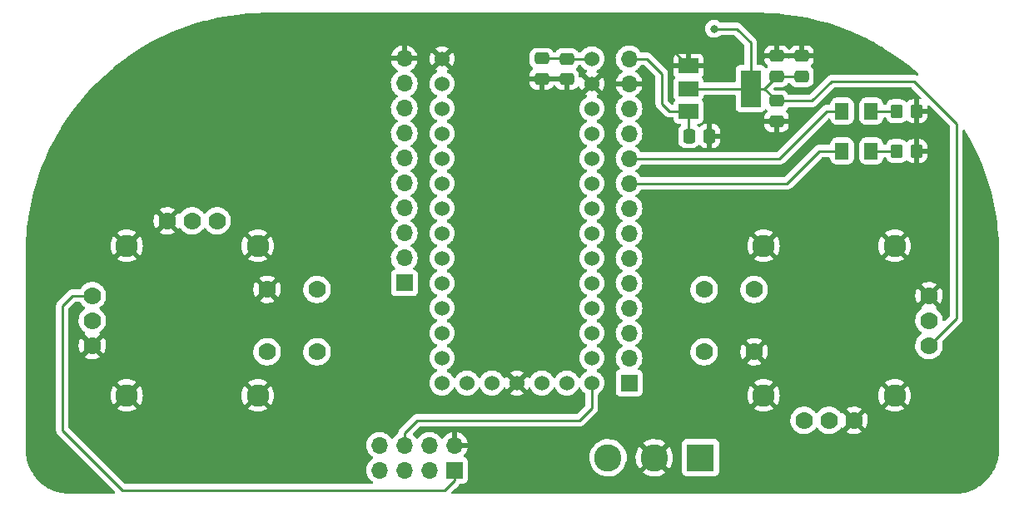
<source format=gbr>
%TF.GenerationSoftware,KiCad,Pcbnew,(6.0.2)*%
%TF.CreationDate,2024-05-20T16:03:30-05:00*%
%TF.ProjectId,Motorized-Commutator-Tx-PCB,4d6f746f-7269-47a6-9564-2d436f6d6d75,rev?*%
%TF.SameCoordinates,Original*%
%TF.FileFunction,Copper,L1,Top*%
%TF.FilePolarity,Positive*%
%FSLAX46Y46*%
G04 Gerber Fmt 4.6, Leading zero omitted, Abs format (unit mm)*
G04 Created by KiCad (PCBNEW (6.0.2)) date 2024-05-20 16:03:30*
%MOMM*%
%LPD*%
G01*
G04 APERTURE LIST*
G04 Aperture macros list*
%AMRoundRect*
0 Rectangle with rounded corners*
0 $1 Rounding radius*
0 $2 $3 $4 $5 $6 $7 $8 $9 X,Y pos of 4 corners*
0 Add a 4 corners polygon primitive as box body*
4,1,4,$2,$3,$4,$5,$6,$7,$8,$9,$2,$3,0*
0 Add four circle primitives for the rounded corners*
1,1,$1+$1,$2,$3*
1,1,$1+$1,$4,$5*
1,1,$1+$1,$6,$7*
1,1,$1+$1,$8,$9*
0 Add four rect primitives between the rounded corners*
20,1,$1+$1,$2,$3,$4,$5,0*
20,1,$1+$1,$4,$5,$6,$7,0*
20,1,$1+$1,$6,$7,$8,$9,0*
20,1,$1+$1,$8,$9,$2,$3,0*%
G04 Aperture macros list end*
%TA.AperFunction,ComponentPad*%
%ADD10R,1.700000X1.700000*%
%TD*%
%TA.AperFunction,ComponentPad*%
%ADD11O,1.700000X1.700000*%
%TD*%
%TA.AperFunction,ComponentPad*%
%ADD12C,1.778000*%
%TD*%
%TA.AperFunction,ComponentPad*%
%ADD13C,2.286000*%
%TD*%
%TA.AperFunction,ComponentPad*%
%ADD14R,2.775000X2.775000*%
%TD*%
%TA.AperFunction,ComponentPad*%
%ADD15C,2.775000*%
%TD*%
%TA.AperFunction,SMDPad,CuDef*%
%ADD16RoundRect,0.250001X0.462499X0.624999X-0.462499X0.624999X-0.462499X-0.624999X0.462499X-0.624999X0*%
%TD*%
%TA.AperFunction,SMDPad,CuDef*%
%ADD17R,2.000000X1.500000*%
%TD*%
%TA.AperFunction,SMDPad,CuDef*%
%ADD18R,2.000000X3.800000*%
%TD*%
%TA.AperFunction,SMDPad,CuDef*%
%ADD19RoundRect,0.250000X-0.337500X-0.475000X0.337500X-0.475000X0.337500X0.475000X-0.337500X0.475000X0*%
%TD*%
%TA.AperFunction,SMDPad,CuDef*%
%ADD20RoundRect,0.250000X0.475000X-0.337500X0.475000X0.337500X-0.475000X0.337500X-0.475000X-0.337500X0*%
%TD*%
%TA.AperFunction,SMDPad,CuDef*%
%ADD21RoundRect,0.250000X-0.475000X0.337500X-0.475000X-0.337500X0.475000X-0.337500X0.475000X0.337500X0*%
%TD*%
%TA.AperFunction,ComponentPad*%
%ADD22C,1.530000*%
%TD*%
%TA.AperFunction,SMDPad,CuDef*%
%ADD23RoundRect,0.250000X-0.350000X-0.450000X0.350000X-0.450000X0.350000X0.450000X-0.350000X0.450000X0*%
%TD*%
%TA.AperFunction,ViaPad*%
%ADD24C,0.800000*%
%TD*%
%TA.AperFunction,Conductor*%
%ADD25C,0.250000*%
%TD*%
G04 APERTURE END LIST*
D10*
%TO.P,J3,1,Pin_1*%
%TO.N,SCK*%
X138405000Y-138420000D03*
D11*
%TO.P,J3,2,Pin_2*%
%TO.N,Net-(J3-Pad2)*%
X138405000Y-135880000D03*
%TO.P,J3,3,Pin_3*%
%TO.N,Net-(J3-Pad3)*%
X138405000Y-133340000D03*
%TO.P,J3,4,Pin_4*%
%TO.N,LEFT_H*%
X138405000Y-130800000D03*
%TO.P,J3,5,Pin_5*%
%TO.N,LEFT_V*%
X138405000Y-128260000D03*
%TO.P,J3,6,Pin_6*%
%TO.N,RIGHT_B*%
X138405000Y-125720000D03*
%TO.P,J3,7,Pin_7*%
%TO.N,RIGHT_V*%
X138405000Y-123180000D03*
%TO.P,J3,8,Pin_8*%
%TO.N,RIGHT_H*%
X138405000Y-120640000D03*
%TO.P,J3,9,Pin_9*%
%TO.N,AUTO*%
X138405000Y-118100000D03*
%TO.P,J3,10,Pin_10*%
%TO.N,MANUAL*%
X138405000Y-115560000D03*
%TO.P,J3,11,Pin_11*%
%TO.N,Net-(J3-Pad11)*%
X138405000Y-113020000D03*
%TO.P,J3,12,Pin_12*%
%TO.N,Net-(J3-Pad12)*%
X138405000Y-110480000D03*
%TO.P,J3,13,Pin_13*%
%TO.N,GND*%
X138405000Y-107940000D03*
%TO.P,J3,14,Pin_14*%
%TO.N,+5V*%
X138405000Y-105400000D03*
%TD*%
D12*
%TO.P,U1,B1A,SEL+*%
%TO.N,LEFT_B*%
X106680000Y-128905000D03*
%TO.P,U1,B1B*%
%TO.N,N/C*%
X106680000Y-135255000D03*
%TO.P,U1,B2A,SEL-*%
%TO.N,GND*%
X101600000Y-128905000D03*
%TO.P,U1,B2B*%
%TO.N,N/C*%
X101600000Y-135255000D03*
%TO.P,U1,H1,H+*%
%TO.N,3.3V*%
X83820000Y-129540000D03*
%TO.P,U1,H2,H*%
%TO.N,LEFT_H*%
X83820000Y-132080000D03*
%TO.P,U1,H3,H-*%
%TO.N,GND*%
X83820000Y-134620000D03*
D13*
%TO.P,U1,S1,SHIELD*%
X100647500Y-124460000D03*
%TO.P,U1,S2,SHIELD*%
X87312500Y-124460000D03*
%TO.P,U1,S3,SHIELD*%
X87312500Y-139700000D03*
%TO.P,U1,S4,SHIELD*%
X100647500Y-139700000D03*
D12*
%TO.P,U1,V1,V+*%
%TO.N,3.3V*%
X96520000Y-121920000D03*
%TO.P,U1,V2,V*%
%TO.N,LEFT_V*%
X93980000Y-121920000D03*
%TO.P,U1,V3,V-*%
%TO.N,GND*%
X91440000Y-121920000D03*
%TD*%
D14*
%TO.P,S1,1*%
%TO.N,MANUAL_MODE*%
X145670000Y-146050000D03*
D15*
%TO.P,S1,2*%
%TO.N,GND*%
X140970000Y-146050000D03*
%TO.P,S1,3*%
%TO.N,AUTO_MODE*%
X136270000Y-146050000D03*
%TD*%
D16*
%TO.P,D1,1,K*%
%TO.N,Net-(D1-Pad1)*%
X163031500Y-110744000D03*
%TO.P,D1,2,A*%
%TO.N,MANUAL*%
X160056500Y-110744000D03*
%TD*%
D17*
%TO.P,U3,1,GND*%
%TO.N,GND*%
X144460000Y-106150000D03*
%TO.P,U3,2,VO*%
%TO.N,3.3V*%
X144460000Y-108450000D03*
D18*
X150760000Y-108450000D03*
D17*
%TO.P,U3,3,VI*%
%TO.N,+5V*%
X144460000Y-110750000D03*
%TD*%
D19*
%TO.P,C2,1*%
%TO.N,+5V*%
X144504500Y-113284000D03*
%TO.P,C2,2*%
%TO.N,GND*%
X146579500Y-113284000D03*
%TD*%
D10*
%TO.P,J1,1,Pin_1*%
%TO.N,3.3V*%
X120650000Y-147320000D03*
D11*
%TO.P,J1,2,Pin_2*%
%TO.N,GND*%
X120650000Y-144780000D03*
%TO.P,J1,3,Pin_3*%
%TO.N,CS*%
X118110000Y-147320000D03*
%TO.P,J1,4,Pin_4*%
%TO.N,CE*%
X118110000Y-144780000D03*
%TO.P,J1,5,Pin_5*%
%TO.N,MOSI*%
X115570000Y-147320000D03*
%TO.P,J1,6,Pin_6*%
%TO.N,SCK*%
X115570000Y-144780000D03*
%TO.P,J1,7,Pin_7*%
%TO.N,unconnected-(J1-Pad7)*%
X113030000Y-147320000D03*
%TO.P,J1,8,Pin_8*%
%TO.N,MISO*%
X113030000Y-144780000D03*
%TD*%
D20*
%TO.P,C6,1*%
%TO.N,3.3V*%
X153416000Y-107209500D03*
%TO.P,C6,2*%
%TO.N,GND*%
X153416000Y-105134500D03*
%TD*%
D21*
%TO.P,C4,1*%
%TO.N,3.3V*%
X153416000Y-109706500D03*
%TO.P,C4,2*%
%TO.N,GND*%
X153416000Y-111781500D03*
%TD*%
D16*
%TO.P,D2,1,K*%
%TO.N,Net-(D2-Pad1)*%
X163031500Y-114808000D03*
%TO.P,D2,2,A*%
%TO.N,AUTO*%
X160056500Y-114808000D03*
%TD*%
D21*
%TO.P,C1,1*%
%TO.N,+5V*%
X129540000Y-105388500D03*
%TO.P,C1,2*%
%TO.N,GND*%
X129540000Y-107463500D03*
%TD*%
D10*
%TO.P,J2,1,Pin_1*%
%TO.N,AUTO_MODE*%
X115545000Y-128240000D03*
D11*
%TO.P,J2,2,Pin_2*%
%TO.N,MANUAL_MODE*%
X115545000Y-125700000D03*
%TO.P,J2,3,Pin_3*%
%TO.N,Net-(J2-Pad3)*%
X115545000Y-123160000D03*
%TO.P,J2,4,Pin_4*%
%TO.N,LEFT_B*%
X115545000Y-120620000D03*
%TO.P,J2,5,Pin_5*%
%TO.N,Net-(J2-Pad5)*%
X115545000Y-118080000D03*
%TO.P,J2,6,Pin_6*%
%TO.N,Net-(J2-Pad6)*%
X115545000Y-115540000D03*
%TO.P,J2,7,Pin_7*%
%TO.N,Net-(J2-Pad7)*%
X115545000Y-113000000D03*
%TO.P,J2,8,Pin_8*%
%TO.N,Net-(J2-Pad8)*%
X115545000Y-110460000D03*
%TO.P,J2,9,Pin_9*%
%TO.N,Net-(J2-Pad9)*%
X115545000Y-107920000D03*
%TO.P,J2,10,Pin_10*%
%TO.N,GND*%
X115545000Y-105380000D03*
%TD*%
D22*
%TO.P,U2,0,0*%
%TO.N,Net-(J2-Pad9)*%
X119380000Y-107950000D03*
%TO.P,U2,1,1*%
%TO.N,Net-(J2-Pad8)*%
X119380000Y-110490000D03*
%TO.P,U2,2,2*%
%TO.N,Net-(J2-Pad7)*%
X119380000Y-113030000D03*
%TO.P,U2,3,3*%
%TO.N,Net-(J2-Pad6)*%
X119380000Y-115570000D03*
%TO.P,U2,3.3V_1,3.3V_1*%
%TO.N,unconnected-(U2-Pad3.3V_1)*%
X124460000Y-138430000D03*
%TO.P,U2,3.3V_2,3.3V_2*%
%TO.N,Net-(J3-Pad12)*%
X134620000Y-110490000D03*
%TO.P,U2,4,4*%
%TO.N,Net-(J2-Pad5)*%
X119380000Y-118110000D03*
%TO.P,U2,5,5*%
%TO.N,LEFT_B*%
X119380000Y-120650000D03*
%TO.P,U2,6,6*%
%TO.N,Net-(J2-Pad3)*%
X119380000Y-123190000D03*
%TO.P,U2,7,7*%
%TO.N,MANUAL_MODE*%
X119380000Y-125730000D03*
%TO.P,U2,8,8*%
%TO.N,AUTO_MODE*%
X119380000Y-128270000D03*
%TO.P,U2,9,9*%
%TO.N,CE*%
X119380000Y-130810000D03*
%TO.P,U2,10,10*%
%TO.N,CS*%
X119380000Y-133350000D03*
%TO.P,U2,11,11*%
%TO.N,MOSI*%
X119380000Y-135890000D03*
%TO.P,U2,12,12*%
%TO.N,MISO*%
X119380000Y-138430000D03*
%TO.P,U2,13,13*%
%TO.N,SCK*%
X134620000Y-138430000D03*
%TO.P,U2,14,14*%
%TO.N,Net-(J3-Pad2)*%
X134620000Y-135890000D03*
%TO.P,U2,15,15*%
%TO.N,Net-(J3-Pad3)*%
X134620000Y-133350000D03*
%TO.P,U2,16,16*%
%TO.N,LEFT_H*%
X134620000Y-130810000D03*
%TO.P,U2,17,17*%
%TO.N,LEFT_V*%
X134620000Y-128270000D03*
%TO.P,U2,18,18*%
%TO.N,RIGHT_B*%
X134620000Y-125730000D03*
%TO.P,U2,19,19*%
%TO.N,RIGHT_V*%
X134620000Y-123190000D03*
%TO.P,U2,20,20*%
%TO.N,RIGHT_H*%
X134620000Y-120650000D03*
%TO.P,U2,21,21*%
%TO.N,AUTO*%
X134620000Y-118110000D03*
%TO.P,U2,22,22*%
%TO.N,MANUAL*%
X134620000Y-115570000D03*
%TO.P,U2,23,23*%
%TO.N,Net-(J3-Pad11)*%
X134620000Y-113030000D03*
%TO.P,U2,G1,G1*%
%TO.N,GND*%
X119380000Y-105410000D03*
%TO.P,U2,G2,G2*%
X127000000Y-138430000D03*
%TO.P,U2,G3,G3*%
X134620000Y-107950000D03*
%TO.P,U2,ON-OFF,ON/OFF*%
%TO.N,unconnected-(U2-PadON-OFF)*%
X132080000Y-138430000D03*
%TO.P,U2,PGM,PROGRAM*%
%TO.N,unconnected-(U2-PadPGM)*%
X129540000Y-138430000D03*
%TO.P,U2,VBAT,VBAT*%
%TO.N,unconnected-(U2-PadVBAT)*%
X121920000Y-138430000D03*
%TO.P,U2,VIN,VIN*%
%TO.N,+5V*%
X134620000Y-105410000D03*
%TD*%
D20*
%TO.P,C3,1*%
%TO.N,3.3V*%
X155956000Y-107209500D03*
%TO.P,C3,2*%
%TO.N,GND*%
X155956000Y-105134500D03*
%TD*%
D12*
%TO.P,U4,B1A,SEL+*%
%TO.N,RIGHT_B*%
X146050000Y-135255000D03*
%TO.P,U4,B1B*%
%TO.N,N/C*%
X146050000Y-128905000D03*
%TO.P,U4,B2A,SEL-*%
%TO.N,GND*%
X151130000Y-135255000D03*
%TO.P,U4,B2B*%
%TO.N,N/C*%
X151130000Y-128905000D03*
%TO.P,U4,H1,H+*%
%TO.N,3.3V*%
X168910000Y-134620000D03*
%TO.P,U4,H2,H*%
%TO.N,RIGHT_H*%
X168910000Y-132080000D03*
%TO.P,U4,H3,H-*%
%TO.N,GND*%
X168910000Y-129540000D03*
D13*
%TO.P,U4,S1,SHIELD*%
X152082500Y-139700000D03*
%TO.P,U4,S2,SHIELD*%
X165417500Y-139700000D03*
%TO.P,U4,S3,SHIELD*%
X165417500Y-124460000D03*
%TO.P,U4,S4,SHIELD*%
X152082500Y-124460000D03*
D12*
%TO.P,U4,V1,V+*%
%TO.N,3.3V*%
X156210000Y-142240000D03*
%TO.P,U4,V2,V*%
%TO.N,RIGHT_V*%
X158750000Y-142240000D03*
%TO.P,U4,V3,V-*%
%TO.N,GND*%
X161290000Y-142240000D03*
%TD*%
D23*
%TO.P,R2,1*%
%TO.N,Net-(D2-Pad1)*%
X165624000Y-114808000D03*
%TO.P,R2,2*%
%TO.N,GND*%
X167624000Y-114808000D03*
%TD*%
%TO.P,R1,1*%
%TO.N,Net-(D1-Pad1)*%
X165624000Y-110744000D03*
%TO.P,R1,2*%
%TO.N,GND*%
X167624000Y-110744000D03*
%TD*%
D21*
%TO.P,C5,1*%
%TO.N,+5V*%
X132080000Y-105410000D03*
%TO.P,C5,2*%
%TO.N,GND*%
X132080000Y-107485000D03*
%TD*%
D24*
%TO.N,GND*%
X141732000Y-104140000D03*
%TO.N,3.3V*%
X147066000Y-102362000D03*
%TD*%
D25*
%TO.N,+5V*%
X144460000Y-113239500D02*
X144460000Y-110750000D01*
X129540000Y-105388500D02*
X132058500Y-105388500D01*
X132058500Y-105388500D02*
X132080000Y-105410000D01*
X138405000Y-105400000D02*
X140198000Y-105400000D01*
X142500000Y-110750000D02*
X144460000Y-110750000D01*
X141732000Y-106934000D02*
X141732000Y-109982000D01*
X132080000Y-105410000D02*
X134620000Y-105410000D01*
X144504500Y-113284000D02*
X144460000Y-113239500D01*
X141732000Y-109982000D02*
X142500000Y-110750000D01*
X140198000Y-105400000D02*
X141732000Y-106934000D01*
%TO.N,GND*%
X144460000Y-106150000D02*
X142450000Y-104140000D01*
X142450000Y-104140000D02*
X141732000Y-104140000D01*
%TO.N,3.3V*%
X120650000Y-148336000D02*
X119634000Y-149352000D01*
X167386000Y-107696000D02*
X171704000Y-112014000D01*
X81788000Y-129540000D02*
X83820000Y-129540000D01*
X120650000Y-147320000D02*
X120650000Y-148336000D01*
X86868000Y-149352000D02*
X80772000Y-143256000D01*
X147066000Y-102362000D02*
X149352000Y-102362000D01*
X153416000Y-109706500D02*
X156993500Y-109706500D01*
X152159500Y-108450000D02*
X150760000Y-108450000D01*
X80772000Y-143256000D02*
X80772000Y-130556000D01*
X159004000Y-107696000D02*
X167386000Y-107696000D01*
X152175500Y-108450000D02*
X150760000Y-108450000D01*
X150760000Y-103770000D02*
X150760000Y-108450000D01*
X153416000Y-107209500D02*
X152175500Y-108450000D01*
X80772000Y-130556000D02*
X81788000Y-129540000D01*
X144460000Y-108450000D02*
X150760000Y-108450000D01*
X171704000Y-112014000D02*
X171704000Y-131826000D01*
X153416000Y-109706500D02*
X152159500Y-108450000D01*
X149352000Y-102362000D02*
X150760000Y-103770000D01*
X155956000Y-107209500D02*
X153416000Y-107209500D01*
X156993500Y-109706500D02*
X159004000Y-107696000D01*
X119634000Y-149352000D02*
X86868000Y-149352000D01*
X171704000Y-131826000D02*
X168910000Y-134620000D01*
%TO.N,Net-(D1-Pad1)*%
X163031500Y-110744000D02*
X165624000Y-110744000D01*
%TO.N,MANUAL*%
X153680000Y-115560000D02*
X158496000Y-110744000D01*
X158496000Y-110744000D02*
X160056500Y-110744000D01*
X138405000Y-115560000D02*
X153680000Y-115560000D01*
%TO.N,Net-(D2-Pad1)*%
X163031500Y-114808000D02*
X165624000Y-114808000D01*
%TO.N,AUTO*%
X154442000Y-118100000D02*
X157734000Y-114808000D01*
X157734000Y-114808000D02*
X160056500Y-114808000D01*
X138405000Y-118100000D02*
X154442000Y-118100000D01*
%TO.N,SCK*%
X115570000Y-144780000D02*
X115570000Y-143510000D01*
X116840000Y-142240000D02*
X133350000Y-142240000D01*
X134620000Y-140970000D02*
X134620000Y-138430000D01*
X133350000Y-142240000D02*
X134620000Y-140970000D01*
X115570000Y-143510000D02*
X116840000Y-142240000D01*
%TD*%
%TA.AperFunction,Conductor*%
%TO.N,GND*%
G36*
X151525172Y-100730040D02*
G01*
X152787624Y-100761962D01*
X152793993Y-100762285D01*
X153500673Y-100816022D01*
X154031613Y-100856395D01*
X154037922Y-100857035D01*
X154452089Y-100909663D01*
X155257376Y-101011991D01*
X155263644Y-101012948D01*
X156463443Y-101227210D01*
X156469628Y-101228476D01*
X157648233Y-101500497D01*
X157654316Y-101502061D01*
X158810336Y-101830333D01*
X158816302Y-101832188D01*
X159948226Y-102215189D01*
X159954058Y-102217324D01*
X161060316Y-102653507D01*
X161066004Y-102655913D01*
X162145188Y-103143802D01*
X162150714Y-103146464D01*
X162390214Y-103269128D01*
X163201227Y-103684504D01*
X163206595Y-103687420D01*
X163863252Y-104064989D01*
X164226914Y-104274091D01*
X164232092Y-104277236D01*
X164550595Y-104481424D01*
X165220740Y-104911046D01*
X165225757Y-104914436D01*
X166181111Y-105593802D01*
X166185945Y-105597416D01*
X167106525Y-106320849D01*
X167111168Y-106324681D01*
X167401301Y-106576000D01*
X167777145Y-106901564D01*
X167784010Y-106907511D01*
X167822403Y-106967231D01*
X167822415Y-107038228D01*
X167784041Y-107097960D01*
X167719465Y-107127464D01*
X167649189Y-107117371D01*
X167640813Y-107113164D01*
X167628005Y-107106123D01*
X167621060Y-107102305D01*
X167601437Y-107097267D01*
X167582734Y-107090863D01*
X167571420Y-107085967D01*
X167571419Y-107085967D01*
X167564145Y-107082819D01*
X167556322Y-107081580D01*
X167556312Y-107081577D01*
X167520476Y-107075901D01*
X167508856Y-107073495D01*
X167473711Y-107064472D01*
X167473710Y-107064472D01*
X167466030Y-107062500D01*
X167445776Y-107062500D01*
X167426065Y-107060949D01*
X167423534Y-107060548D01*
X167406057Y-107057780D01*
X167398165Y-107058526D01*
X167362039Y-107061941D01*
X167350181Y-107062500D01*
X159082763Y-107062500D01*
X159071579Y-107061973D01*
X159064091Y-107060299D01*
X159056168Y-107060548D01*
X158996033Y-107062438D01*
X158992075Y-107062500D01*
X158964144Y-107062500D01*
X158960229Y-107062995D01*
X158960225Y-107062995D01*
X158960167Y-107063003D01*
X158960138Y-107063006D01*
X158948296Y-107063939D01*
X158904110Y-107065327D01*
X158886744Y-107070372D01*
X158884658Y-107070978D01*
X158865306Y-107074986D01*
X158853068Y-107076532D01*
X158853066Y-107076533D01*
X158845203Y-107077526D01*
X158804086Y-107093806D01*
X158792885Y-107097641D01*
X158750406Y-107109982D01*
X158743587Y-107114015D01*
X158743582Y-107114017D01*
X158732971Y-107120293D01*
X158715221Y-107128990D01*
X158696383Y-107136448D01*
X158689967Y-107141109D01*
X158689966Y-107141110D01*
X158660625Y-107162428D01*
X158650701Y-107168947D01*
X158619460Y-107187422D01*
X158619455Y-107187426D01*
X158612637Y-107191458D01*
X158598313Y-107205782D01*
X158583281Y-107218621D01*
X158566893Y-107230528D01*
X158542468Y-107260053D01*
X158538712Y-107264593D01*
X158530722Y-107273373D01*
X156768000Y-109036095D01*
X156705688Y-109070121D01*
X156678905Y-109073000D01*
X154670046Y-109073000D01*
X154601925Y-109052998D01*
X154562902Y-109013303D01*
X154493332Y-108900880D01*
X154489478Y-108894652D01*
X154364303Y-108769695D01*
X154343054Y-108756597D01*
X154219968Y-108680725D01*
X154219966Y-108680724D01*
X154213738Y-108676885D01*
X154121759Y-108646377D01*
X154052389Y-108623368D01*
X154052387Y-108623368D01*
X154045861Y-108621203D01*
X154039025Y-108620503D01*
X154039022Y-108620502D01*
X153995969Y-108616091D01*
X153941400Y-108610500D01*
X153268095Y-108610500D01*
X153199974Y-108590498D01*
X153179000Y-108573595D01*
X153152500Y-108547095D01*
X153118474Y-108484783D01*
X153123539Y-108413968D01*
X153152500Y-108368905D01*
X153179000Y-108342405D01*
X153241312Y-108308379D01*
X153268095Y-108305500D01*
X153941400Y-108305500D01*
X153944646Y-108305163D01*
X153944650Y-108305163D01*
X154040308Y-108295238D01*
X154040312Y-108295237D01*
X154047166Y-108294526D01*
X154053702Y-108292345D01*
X154053704Y-108292345D01*
X154185806Y-108248272D01*
X154214946Y-108238550D01*
X154365348Y-108145478D01*
X154490305Y-108020303D01*
X154562684Y-107902883D01*
X154615455Y-107855391D01*
X154669943Y-107843000D01*
X154701954Y-107843000D01*
X154770075Y-107863002D01*
X154809098Y-107902697D01*
X154837670Y-107948868D01*
X154882522Y-108021348D01*
X155007697Y-108146305D01*
X155013927Y-108150145D01*
X155013928Y-108150146D01*
X155151090Y-108234694D01*
X155158262Y-108239115D01*
X155238005Y-108265564D01*
X155319611Y-108292632D01*
X155319613Y-108292632D01*
X155326139Y-108294797D01*
X155332975Y-108295497D01*
X155332978Y-108295498D01*
X155376031Y-108299909D01*
X155430600Y-108305500D01*
X156481400Y-108305500D01*
X156484646Y-108305163D01*
X156484650Y-108305163D01*
X156580308Y-108295238D01*
X156580312Y-108295237D01*
X156587166Y-108294526D01*
X156593702Y-108292345D01*
X156593704Y-108292345D01*
X156725806Y-108248272D01*
X156754946Y-108238550D01*
X156905348Y-108145478D01*
X157030305Y-108020303D01*
X157060763Y-107970892D01*
X157119275Y-107875968D01*
X157119276Y-107875966D01*
X157123115Y-107869738D01*
X157165525Y-107741876D01*
X157176632Y-107708389D01*
X157176632Y-107708387D01*
X157178797Y-107701861D01*
X157179773Y-107692342D01*
X157183919Y-107651866D01*
X157189500Y-107597400D01*
X157189500Y-106821600D01*
X157188779Y-106814652D01*
X157179238Y-106722692D01*
X157179237Y-106722688D01*
X157178526Y-106715834D01*
X157170260Y-106691056D01*
X157124868Y-106555002D01*
X157122550Y-106548054D01*
X157029478Y-106397652D01*
X156904303Y-106272695D01*
X156899765Y-106269898D01*
X156859176Y-106212647D01*
X156855946Y-106141724D01*
X156891572Y-106080313D01*
X156900068Y-106072938D01*
X156910207Y-106064902D01*
X157024739Y-105950171D01*
X157033751Y-105938760D01*
X157118816Y-105800757D01*
X157124963Y-105787576D01*
X157176138Y-105633290D01*
X157179005Y-105619914D01*
X157188672Y-105525562D01*
X157189000Y-105519146D01*
X157189000Y-105406615D01*
X157184525Y-105391376D01*
X157183135Y-105390171D01*
X157175452Y-105388500D01*
X154741118Y-105388500D01*
X154727008Y-105392643D01*
X154664727Y-105394868D01*
X154635453Y-105388500D01*
X152201116Y-105388500D01*
X152185877Y-105392975D01*
X152184672Y-105394365D01*
X152183001Y-105402048D01*
X152183001Y-105519095D01*
X152183338Y-105525614D01*
X152193257Y-105621206D01*
X152196149Y-105634600D01*
X152247588Y-105788784D01*
X152253761Y-105801962D01*
X152339063Y-105939807D01*
X152348099Y-105951208D01*
X152462828Y-106065738D01*
X152471762Y-106072794D01*
X152512823Y-106130712D01*
X152516053Y-106201635D01*
X152480426Y-106263046D01*
X152472593Y-106269846D01*
X152466652Y-106273522D01*
X152461479Y-106278704D01*
X152408721Y-106331554D01*
X152346438Y-106365633D01*
X152275618Y-106360630D01*
X152218746Y-106318133D01*
X152212601Y-106308593D01*
X152210615Y-106303295D01*
X152123261Y-106186739D01*
X152006705Y-106099385D01*
X151870316Y-106048255D01*
X151808134Y-106041500D01*
X151519500Y-106041500D01*
X151451379Y-106021498D01*
X151404886Y-105967842D01*
X151393500Y-105915500D01*
X151393500Y-104862385D01*
X152183000Y-104862385D01*
X152187475Y-104877624D01*
X152188865Y-104878829D01*
X152196548Y-104880500D01*
X153143885Y-104880500D01*
X153159124Y-104876025D01*
X153160329Y-104874635D01*
X153162000Y-104866952D01*
X153162000Y-104862385D01*
X153670000Y-104862385D01*
X153674475Y-104877624D01*
X153675865Y-104878829D01*
X153683548Y-104880500D01*
X154630882Y-104880500D01*
X154644992Y-104876357D01*
X154707273Y-104874132D01*
X154736547Y-104880500D01*
X155683885Y-104880500D01*
X155699124Y-104876025D01*
X155700329Y-104874635D01*
X155702000Y-104866952D01*
X155702000Y-104862385D01*
X156210000Y-104862385D01*
X156214475Y-104877624D01*
X156215865Y-104878829D01*
X156223548Y-104880500D01*
X157170884Y-104880500D01*
X157186123Y-104876025D01*
X157187328Y-104874635D01*
X157188999Y-104866952D01*
X157188999Y-104749905D01*
X157188662Y-104743386D01*
X157178743Y-104647794D01*
X157175851Y-104634400D01*
X157124412Y-104480216D01*
X157118239Y-104467038D01*
X157032937Y-104329193D01*
X157023901Y-104317792D01*
X156909171Y-104203261D01*
X156897760Y-104194249D01*
X156759757Y-104109184D01*
X156746576Y-104103037D01*
X156592290Y-104051862D01*
X156578914Y-104048995D01*
X156484562Y-104039328D01*
X156478145Y-104039000D01*
X156228115Y-104039000D01*
X156212876Y-104043475D01*
X156211671Y-104044865D01*
X156210000Y-104052548D01*
X156210000Y-104862385D01*
X155702000Y-104862385D01*
X155702000Y-104057116D01*
X155697525Y-104041877D01*
X155696135Y-104040672D01*
X155688452Y-104039001D01*
X155433905Y-104039001D01*
X155427386Y-104039338D01*
X155331794Y-104049257D01*
X155318400Y-104052149D01*
X155164216Y-104103588D01*
X155151038Y-104109761D01*
X155013193Y-104195063D01*
X155001792Y-104204099D01*
X154887261Y-104318829D01*
X154878249Y-104330240D01*
X154793343Y-104467983D01*
X154740571Y-104515476D01*
X154670499Y-104526900D01*
X154605375Y-104498626D01*
X154578939Y-104468170D01*
X154492937Y-104329193D01*
X154483901Y-104317792D01*
X154369171Y-104203261D01*
X154357760Y-104194249D01*
X154219757Y-104109184D01*
X154206576Y-104103037D01*
X154052290Y-104051862D01*
X154038914Y-104048995D01*
X153944562Y-104039328D01*
X153938145Y-104039000D01*
X153688115Y-104039000D01*
X153672876Y-104043475D01*
X153671671Y-104044865D01*
X153670000Y-104052548D01*
X153670000Y-104862385D01*
X153162000Y-104862385D01*
X153162000Y-104057116D01*
X153157525Y-104041877D01*
X153156135Y-104040672D01*
X153148452Y-104039001D01*
X152893905Y-104039001D01*
X152887386Y-104039338D01*
X152791794Y-104049257D01*
X152778400Y-104052149D01*
X152624216Y-104103588D01*
X152611038Y-104109761D01*
X152473193Y-104195063D01*
X152461792Y-104204099D01*
X152347261Y-104318829D01*
X152338249Y-104330240D01*
X152253184Y-104468243D01*
X152247037Y-104481424D01*
X152195862Y-104635710D01*
X152192995Y-104649086D01*
X152183328Y-104743438D01*
X152183000Y-104749855D01*
X152183000Y-104862385D01*
X151393500Y-104862385D01*
X151393500Y-103848768D01*
X151394027Y-103837585D01*
X151395702Y-103830092D01*
X151393562Y-103762001D01*
X151393500Y-103758044D01*
X151393500Y-103730144D01*
X151392996Y-103726153D01*
X151392063Y-103714311D01*
X151390923Y-103678036D01*
X151390674Y-103670111D01*
X151388462Y-103662497D01*
X151388461Y-103662492D01*
X151385023Y-103650659D01*
X151381012Y-103631295D01*
X151379467Y-103619064D01*
X151378474Y-103611203D01*
X151375557Y-103603836D01*
X151375556Y-103603831D01*
X151362198Y-103570092D01*
X151358354Y-103558865D01*
X151348230Y-103524022D01*
X151346018Y-103516407D01*
X151335707Y-103498972D01*
X151327012Y-103481224D01*
X151319552Y-103462383D01*
X151293564Y-103426613D01*
X151287048Y-103416693D01*
X151268580Y-103385465D01*
X151268578Y-103385462D01*
X151264542Y-103378638D01*
X151250221Y-103364317D01*
X151237380Y-103349283D01*
X151230131Y-103339306D01*
X151225472Y-103332893D01*
X151191395Y-103304702D01*
X151182616Y-103296712D01*
X149855652Y-101969747D01*
X149848112Y-101961461D01*
X149844000Y-101954982D01*
X149794348Y-101908356D01*
X149791507Y-101905602D01*
X149771770Y-101885865D01*
X149768573Y-101883385D01*
X149759551Y-101875680D01*
X149733100Y-101850841D01*
X149727321Y-101845414D01*
X149720375Y-101841595D01*
X149720372Y-101841593D01*
X149709566Y-101835652D01*
X149693047Y-101824801D01*
X149687048Y-101820148D01*
X149677041Y-101812386D01*
X149669772Y-101809241D01*
X149669768Y-101809238D01*
X149636463Y-101794826D01*
X149625813Y-101789609D01*
X149587060Y-101768305D01*
X149567437Y-101763267D01*
X149548734Y-101756863D01*
X149537420Y-101751967D01*
X149537419Y-101751967D01*
X149530145Y-101748819D01*
X149522322Y-101747580D01*
X149522312Y-101747577D01*
X149486476Y-101741901D01*
X149474856Y-101739495D01*
X149439711Y-101730472D01*
X149439710Y-101730472D01*
X149432030Y-101728500D01*
X149411776Y-101728500D01*
X149392065Y-101726949D01*
X149379886Y-101725020D01*
X149372057Y-101723780D01*
X149333646Y-101727411D01*
X149328039Y-101727941D01*
X149316181Y-101728500D01*
X147774200Y-101728500D01*
X147706079Y-101708498D01*
X147686853Y-101692157D01*
X147686580Y-101692460D01*
X147681668Y-101688037D01*
X147677253Y-101683134D01*
X147522752Y-101570882D01*
X147516724Y-101568198D01*
X147516722Y-101568197D01*
X147354319Y-101495891D01*
X147354318Y-101495891D01*
X147348288Y-101493206D01*
X147254887Y-101473353D01*
X147167944Y-101454872D01*
X147167939Y-101454872D01*
X147161487Y-101453500D01*
X146970513Y-101453500D01*
X146964061Y-101454872D01*
X146964056Y-101454872D01*
X146877112Y-101473353D01*
X146783712Y-101493206D01*
X146777682Y-101495891D01*
X146777681Y-101495891D01*
X146615278Y-101568197D01*
X146615276Y-101568198D01*
X146609248Y-101570882D01*
X146454747Y-101683134D01*
X146450326Y-101688044D01*
X146450325Y-101688045D01*
X146341203Y-101809238D01*
X146326960Y-101825056D01*
X146231473Y-101990444D01*
X146172458Y-102172072D01*
X146171768Y-102178633D01*
X146171768Y-102178635D01*
X146153186Y-102355435D01*
X146152496Y-102362000D01*
X146172458Y-102551928D01*
X146231473Y-102733556D01*
X146326960Y-102898944D01*
X146454747Y-103040866D01*
X146553843Y-103112864D01*
X146600094Y-103146467D01*
X146609248Y-103153118D01*
X146615276Y-103155802D01*
X146615278Y-103155803D01*
X146777681Y-103228109D01*
X146783712Y-103230794D01*
X146877112Y-103250647D01*
X146964056Y-103269128D01*
X146964061Y-103269128D01*
X146970513Y-103270500D01*
X147161487Y-103270500D01*
X147167939Y-103269128D01*
X147167944Y-103269128D01*
X147254887Y-103250647D01*
X147348288Y-103230794D01*
X147354319Y-103228109D01*
X147516722Y-103155803D01*
X147516724Y-103155802D01*
X147522752Y-103153118D01*
X147531907Y-103146467D01*
X147655671Y-103056546D01*
X147677253Y-103040866D01*
X147681668Y-103035963D01*
X147686580Y-103031540D01*
X147687705Y-103032789D01*
X147741014Y-102999949D01*
X147774200Y-102995500D01*
X149037406Y-102995500D01*
X149105527Y-103015502D01*
X149126501Y-103032405D01*
X150089595Y-103995499D01*
X150123621Y-104057811D01*
X150126500Y-104084594D01*
X150126500Y-105915500D01*
X150106498Y-105983621D01*
X150052842Y-106030114D01*
X150000500Y-106041500D01*
X149711866Y-106041500D01*
X149649684Y-106048255D01*
X149513295Y-106099385D01*
X149396739Y-106186739D01*
X149309385Y-106303295D01*
X149258255Y-106439684D01*
X149251500Y-106501866D01*
X149251500Y-107690500D01*
X149231498Y-107758621D01*
X149177842Y-107805114D01*
X149125500Y-107816500D01*
X146094500Y-107816500D01*
X146026379Y-107796498D01*
X145979886Y-107742842D01*
X145968500Y-107690500D01*
X145968500Y-107651866D01*
X145961745Y-107589684D01*
X145910615Y-107453295D01*
X145852047Y-107375148D01*
X145827199Y-107308642D01*
X145842252Y-107239259D01*
X145852047Y-107224018D01*
X145904786Y-107153648D01*
X145913324Y-107138054D01*
X145958478Y-107017606D01*
X145962105Y-107002351D01*
X145967631Y-106951486D01*
X145968000Y-106944672D01*
X145968000Y-106422115D01*
X145963525Y-106406876D01*
X145962135Y-106405671D01*
X145954452Y-106404000D01*
X142970116Y-106404000D01*
X142954877Y-106408475D01*
X142953672Y-106409865D01*
X142952001Y-106417548D01*
X142952001Y-106944669D01*
X142952371Y-106951490D01*
X142957895Y-107002352D01*
X142961521Y-107017604D01*
X143006676Y-107138054D01*
X143015214Y-107153648D01*
X143067953Y-107224018D01*
X143092801Y-107290524D01*
X143077748Y-107359907D01*
X143067953Y-107375148D01*
X143009385Y-107453295D01*
X142958255Y-107589684D01*
X142951500Y-107651866D01*
X142951500Y-109248134D01*
X142958255Y-109310316D01*
X143009385Y-109446705D01*
X143014770Y-109453890D01*
X143014771Y-109453892D01*
X143067640Y-109524435D01*
X143092488Y-109590942D01*
X143077435Y-109660324D01*
X143067640Y-109675565D01*
X143014771Y-109746108D01*
X143009385Y-109753295D01*
X142958255Y-109889684D01*
X142951500Y-109951866D01*
X142951500Y-109990500D01*
X142931498Y-110058621D01*
X142877842Y-110105114D01*
X142825500Y-110116500D01*
X142814595Y-110116500D01*
X142746474Y-110096498D01*
X142725499Y-110079595D01*
X142402404Y-109756499D01*
X142368379Y-109694187D01*
X142365500Y-109667404D01*
X142365500Y-107012768D01*
X142366027Y-107001585D01*
X142367702Y-106994092D01*
X142366230Y-106947240D01*
X142365562Y-106926002D01*
X142365500Y-106922044D01*
X142365500Y-106894144D01*
X142364996Y-106890153D01*
X142364063Y-106878311D01*
X142363721Y-106867410D01*
X142362674Y-106834111D01*
X142359988Y-106824866D01*
X142357021Y-106814652D01*
X142353012Y-106795293D01*
X142352065Y-106787800D01*
X142350474Y-106775203D01*
X142347558Y-106767837D01*
X142347556Y-106767831D01*
X142334200Y-106734098D01*
X142330355Y-106722868D01*
X142320230Y-106688017D01*
X142320230Y-106688016D01*
X142318019Y-106680407D01*
X142311240Y-106668944D01*
X142307705Y-106662966D01*
X142299008Y-106645213D01*
X142294472Y-106633758D01*
X142291552Y-106626383D01*
X142273746Y-106601875D01*
X142265563Y-106590612D01*
X142259047Y-106580692D01*
X142256272Y-106576000D01*
X142236542Y-106542638D01*
X142222221Y-106528317D01*
X142209380Y-106513283D01*
X142197472Y-106496893D01*
X142163395Y-106468702D01*
X142154616Y-106460712D01*
X141571789Y-105877885D01*
X142952000Y-105877885D01*
X142956475Y-105893124D01*
X142957865Y-105894329D01*
X142965548Y-105896000D01*
X144187885Y-105896000D01*
X144203124Y-105891525D01*
X144204329Y-105890135D01*
X144206000Y-105882452D01*
X144206000Y-105877885D01*
X144714000Y-105877885D01*
X144718475Y-105893124D01*
X144719865Y-105894329D01*
X144727548Y-105896000D01*
X145949884Y-105896000D01*
X145965123Y-105891525D01*
X145966328Y-105890135D01*
X145967999Y-105882452D01*
X145967999Y-105355331D01*
X145967629Y-105348510D01*
X145962105Y-105297648D01*
X145958479Y-105282396D01*
X145913324Y-105161946D01*
X145904786Y-105146351D01*
X145828285Y-105044276D01*
X145815724Y-105031715D01*
X145713649Y-104955214D01*
X145698054Y-104946676D01*
X145577606Y-104901522D01*
X145562351Y-104897895D01*
X145511486Y-104892369D01*
X145504672Y-104892000D01*
X144732115Y-104892000D01*
X144716876Y-104896475D01*
X144715671Y-104897865D01*
X144714000Y-104905548D01*
X144714000Y-105877885D01*
X144206000Y-105877885D01*
X144206000Y-104910116D01*
X144201525Y-104894877D01*
X144200135Y-104893672D01*
X144192452Y-104892001D01*
X143415331Y-104892001D01*
X143408510Y-104892371D01*
X143357648Y-104897895D01*
X143342396Y-104901521D01*
X143221946Y-104946676D01*
X143206351Y-104955214D01*
X143104276Y-105031715D01*
X143091715Y-105044276D01*
X143015214Y-105146351D01*
X143006676Y-105161946D01*
X142961522Y-105282394D01*
X142957895Y-105297649D01*
X142952369Y-105348514D01*
X142952000Y-105355328D01*
X142952000Y-105877885D01*
X141571789Y-105877885D01*
X140701652Y-105007747D01*
X140694112Y-104999461D01*
X140690000Y-104992982D01*
X140640348Y-104946356D01*
X140637507Y-104943602D01*
X140617770Y-104923865D01*
X140614573Y-104921385D01*
X140605551Y-104913680D01*
X140596077Y-104904783D01*
X140573321Y-104883414D01*
X140566375Y-104879595D01*
X140566372Y-104879593D01*
X140555566Y-104873652D01*
X140539047Y-104862801D01*
X140538511Y-104862385D01*
X140523041Y-104850386D01*
X140515772Y-104847241D01*
X140515768Y-104847238D01*
X140482463Y-104832826D01*
X140471813Y-104827609D01*
X140433060Y-104806305D01*
X140425135Y-104804270D01*
X140413438Y-104801267D01*
X140394734Y-104794863D01*
X140383420Y-104789967D01*
X140383419Y-104789967D01*
X140376145Y-104786819D01*
X140368322Y-104785580D01*
X140368312Y-104785577D01*
X140332476Y-104779901D01*
X140320856Y-104777495D01*
X140285711Y-104768472D01*
X140285710Y-104768472D01*
X140278030Y-104766500D01*
X140257776Y-104766500D01*
X140238065Y-104764949D01*
X140225886Y-104763020D01*
X140218057Y-104761780D01*
X140210165Y-104762526D01*
X140174039Y-104765941D01*
X140162181Y-104766500D01*
X139681805Y-104766500D01*
X139613684Y-104746498D01*
X139576013Y-104708940D01*
X139487822Y-104572617D01*
X139487820Y-104572614D01*
X139485014Y-104568277D01*
X139334670Y-104403051D01*
X139330619Y-104399852D01*
X139330615Y-104399848D01*
X139163414Y-104267800D01*
X139163410Y-104267798D01*
X139159359Y-104264598D01*
X138963789Y-104156638D01*
X138958920Y-104154914D01*
X138958916Y-104154912D01*
X138758087Y-104083795D01*
X138758083Y-104083794D01*
X138753212Y-104082069D01*
X138748119Y-104081162D01*
X138748116Y-104081161D01*
X138538373Y-104043800D01*
X138538367Y-104043799D01*
X138533284Y-104042894D01*
X138459452Y-104041992D01*
X138315081Y-104040228D01*
X138315079Y-104040228D01*
X138309911Y-104040165D01*
X138089091Y-104073955D01*
X137876756Y-104143357D01*
X137846443Y-104159137D01*
X137686272Y-104242517D01*
X137678607Y-104246507D01*
X137674474Y-104249610D01*
X137674471Y-104249612D01*
X137504100Y-104377530D01*
X137499965Y-104380635D01*
X137496393Y-104384373D01*
X137411513Y-104473195D01*
X137345629Y-104542138D01*
X137342715Y-104546410D01*
X137342714Y-104546411D01*
X137273555Y-104647794D01*
X137219743Y-104726680D01*
X137181011Y-104810121D01*
X137133409Y-104912672D01*
X137125688Y-104929305D01*
X137065989Y-105144570D01*
X137042251Y-105366695D01*
X137042548Y-105371848D01*
X137042548Y-105371851D01*
X137050875Y-105516260D01*
X137055110Y-105589715D01*
X137056247Y-105594761D01*
X137056248Y-105594767D01*
X137069138Y-105651962D01*
X137104222Y-105807639D01*
X137188266Y-106014616D01*
X137223091Y-106071446D01*
X137298143Y-106193919D01*
X137304987Y-106205088D01*
X137451250Y-106373938D01*
X137623126Y-106516632D01*
X137661752Y-106539203D01*
X137696955Y-106559774D01*
X137745679Y-106611412D01*
X137758750Y-106681195D01*
X137732019Y-106746967D01*
X137691562Y-106780327D01*
X137683457Y-106784546D01*
X137674738Y-106790036D01*
X137504433Y-106917905D01*
X137496726Y-106924748D01*
X137349590Y-107078717D01*
X137343104Y-107086727D01*
X137223098Y-107262649D01*
X137218000Y-107271623D01*
X137128338Y-107464783D01*
X137124775Y-107474470D01*
X137069389Y-107674183D01*
X137070912Y-107682607D01*
X137083292Y-107686000D01*
X139723344Y-107686000D01*
X139736875Y-107682027D01*
X139738180Y-107672947D01*
X139696214Y-107505875D01*
X139692894Y-107496124D01*
X139607972Y-107300814D01*
X139603105Y-107291739D01*
X139487426Y-107112926D01*
X139481136Y-107104757D01*
X139337806Y-106947240D01*
X139330273Y-106940215D01*
X139163139Y-106808222D01*
X139154556Y-106802520D01*
X139117602Y-106782120D01*
X139067631Y-106731687D01*
X139052859Y-106662245D01*
X139077975Y-106595839D01*
X139105327Y-106569232D01*
X139175157Y-106519423D01*
X139284860Y-106441173D01*
X139317673Y-106408475D01*
X139401772Y-106324669D01*
X139443096Y-106283489D01*
X139446535Y-106278704D01*
X139570435Y-106106277D01*
X139573453Y-106102077D01*
X139575746Y-106097437D01*
X139577446Y-106094608D01*
X139629674Y-106046518D01*
X139685451Y-106033500D01*
X139883406Y-106033500D01*
X139951527Y-106053502D01*
X139972501Y-106070405D01*
X141061595Y-107159499D01*
X141095621Y-107221811D01*
X141098500Y-107248594D01*
X141098500Y-109903233D01*
X141097973Y-109914416D01*
X141096298Y-109921909D01*
X141096547Y-109929835D01*
X141096547Y-109929836D01*
X141098438Y-109989986D01*
X141098500Y-109993945D01*
X141098500Y-110021856D01*
X141098997Y-110025790D01*
X141098997Y-110025791D01*
X141099005Y-110025856D01*
X141099938Y-110037693D01*
X141101327Y-110081889D01*
X141106978Y-110101339D01*
X141110987Y-110120700D01*
X141113526Y-110140797D01*
X141116445Y-110148168D01*
X141116445Y-110148170D01*
X141129804Y-110181912D01*
X141133649Y-110193142D01*
X141143771Y-110227983D01*
X141145982Y-110235593D01*
X141150015Y-110242412D01*
X141150017Y-110242417D01*
X141156293Y-110253028D01*
X141164988Y-110270776D01*
X141172448Y-110289617D01*
X141177110Y-110296033D01*
X141177110Y-110296034D01*
X141198436Y-110325387D01*
X141204952Y-110335307D01*
X141215056Y-110352391D01*
X141227458Y-110373362D01*
X141241779Y-110387683D01*
X141254619Y-110402716D01*
X141266528Y-110419107D01*
X141293672Y-110441562D01*
X141300593Y-110447288D01*
X141309374Y-110455278D01*
X141996353Y-111142258D01*
X142003887Y-111150537D01*
X142008000Y-111157018D01*
X142039158Y-111186277D01*
X142057651Y-111203643D01*
X142060493Y-111206398D01*
X142080230Y-111226135D01*
X142083427Y-111228615D01*
X142092447Y-111236318D01*
X142124679Y-111266586D01*
X142131625Y-111270405D01*
X142131628Y-111270407D01*
X142142434Y-111276348D01*
X142158953Y-111287199D01*
X142174959Y-111299614D01*
X142182228Y-111302759D01*
X142182232Y-111302762D01*
X142215537Y-111317174D01*
X142226187Y-111322391D01*
X142264940Y-111343695D01*
X142272615Y-111345666D01*
X142272616Y-111345666D01*
X142284562Y-111348733D01*
X142303267Y-111355137D01*
X142321855Y-111363181D01*
X142329678Y-111364420D01*
X142329688Y-111364423D01*
X142365524Y-111370099D01*
X142377144Y-111372505D01*
X142412289Y-111381528D01*
X142419970Y-111383500D01*
X142440224Y-111383500D01*
X142459934Y-111385051D01*
X142479943Y-111388220D01*
X142487835Y-111387474D01*
X142523961Y-111384059D01*
X142535819Y-111383500D01*
X142825500Y-111383500D01*
X142893621Y-111403502D01*
X142940114Y-111457158D01*
X142951500Y-111509500D01*
X142951500Y-111548134D01*
X142958255Y-111610316D01*
X143009385Y-111746705D01*
X143096739Y-111863261D01*
X143213295Y-111950615D01*
X143349684Y-112001745D01*
X143411866Y-112008500D01*
X143590506Y-112008500D01*
X143658627Y-112028502D01*
X143705120Y-112082158D01*
X143715224Y-112152432D01*
X143685730Y-112217012D01*
X143679684Y-112223513D01*
X143567695Y-112335697D01*
X143563855Y-112341927D01*
X143563854Y-112341928D01*
X143536497Y-112386310D01*
X143474885Y-112486262D01*
X143448530Y-112565720D01*
X143441210Y-112587791D01*
X143419203Y-112654139D01*
X143408500Y-112758600D01*
X143408500Y-113809400D01*
X143408837Y-113812646D01*
X143408837Y-113812650D01*
X143418618Y-113906914D01*
X143419474Y-113915166D01*
X143421655Y-113921702D01*
X143421655Y-113921704D01*
X143444451Y-113990031D01*
X143475450Y-114082946D01*
X143568522Y-114233348D01*
X143573704Y-114238521D01*
X143607038Y-114271797D01*
X143693697Y-114358305D01*
X143699927Y-114362145D01*
X143699928Y-114362146D01*
X143837288Y-114446816D01*
X143844262Y-114451115D01*
X143879802Y-114462903D01*
X144005611Y-114504632D01*
X144005613Y-114504632D01*
X144012139Y-114506797D01*
X144018975Y-114507497D01*
X144018978Y-114507498D01*
X144062031Y-114511909D01*
X144116600Y-114517500D01*
X144892400Y-114517500D01*
X144895646Y-114517163D01*
X144895650Y-114517163D01*
X144991308Y-114507238D01*
X144991312Y-114507237D01*
X144998166Y-114506526D01*
X145004702Y-114504345D01*
X145004704Y-114504345D01*
X145136806Y-114460272D01*
X145165946Y-114450550D01*
X145316348Y-114357478D01*
X145441305Y-114232303D01*
X145444102Y-114227765D01*
X145501353Y-114187176D01*
X145572276Y-114183946D01*
X145633687Y-114219572D01*
X145641062Y-114228068D01*
X145649098Y-114238207D01*
X145763829Y-114352739D01*
X145775240Y-114361751D01*
X145913243Y-114446816D01*
X145926424Y-114452963D01*
X146080710Y-114504138D01*
X146094086Y-114507005D01*
X146188438Y-114516672D01*
X146194854Y-114517000D01*
X146307385Y-114517000D01*
X146322624Y-114512525D01*
X146323829Y-114511135D01*
X146325500Y-114503452D01*
X146325500Y-114498884D01*
X146833500Y-114498884D01*
X146837975Y-114514123D01*
X146839365Y-114515328D01*
X146847048Y-114516999D01*
X146964095Y-114516999D01*
X146970614Y-114516662D01*
X147066206Y-114506743D01*
X147079600Y-114503851D01*
X147233784Y-114452412D01*
X147246962Y-114446239D01*
X147384807Y-114360937D01*
X147396208Y-114351901D01*
X147510739Y-114237171D01*
X147519751Y-114225760D01*
X147604816Y-114087757D01*
X147610963Y-114074576D01*
X147662138Y-113920290D01*
X147665005Y-113906914D01*
X147674672Y-113812562D01*
X147675000Y-113806146D01*
X147675000Y-113556115D01*
X147670525Y-113540876D01*
X147669135Y-113539671D01*
X147661452Y-113538000D01*
X146851615Y-113538000D01*
X146836376Y-113542475D01*
X146835171Y-113543865D01*
X146833500Y-113551548D01*
X146833500Y-114498884D01*
X146325500Y-114498884D01*
X146325500Y-113011885D01*
X146833500Y-113011885D01*
X146837975Y-113027124D01*
X146839365Y-113028329D01*
X146847048Y-113030000D01*
X147656884Y-113030000D01*
X147672123Y-113025525D01*
X147673328Y-113024135D01*
X147674999Y-113016452D01*
X147674999Y-112761905D01*
X147674662Y-112755386D01*
X147664743Y-112659794D01*
X147661851Y-112646400D01*
X147610412Y-112492216D01*
X147604239Y-112479038D01*
X147518937Y-112341193D01*
X147509901Y-112329792D01*
X147395171Y-112215261D01*
X147383760Y-112206249D01*
X147318617Y-112166095D01*
X152183001Y-112166095D01*
X152183338Y-112172614D01*
X152193257Y-112268206D01*
X152196149Y-112281600D01*
X152247588Y-112435784D01*
X152253761Y-112448962D01*
X152339063Y-112586807D01*
X152348099Y-112598208D01*
X152462829Y-112712739D01*
X152474240Y-112721751D01*
X152612243Y-112806816D01*
X152625424Y-112812963D01*
X152779710Y-112864138D01*
X152793086Y-112867005D01*
X152887438Y-112876672D01*
X152893854Y-112877000D01*
X153143885Y-112877000D01*
X153159124Y-112872525D01*
X153160329Y-112871135D01*
X153162000Y-112863452D01*
X153162000Y-112858884D01*
X153670000Y-112858884D01*
X153674475Y-112874123D01*
X153675865Y-112875328D01*
X153683548Y-112876999D01*
X153938095Y-112876999D01*
X153944614Y-112876662D01*
X154040206Y-112866743D01*
X154053600Y-112863851D01*
X154207784Y-112812412D01*
X154220962Y-112806239D01*
X154358807Y-112720937D01*
X154370208Y-112711901D01*
X154484739Y-112597171D01*
X154493751Y-112585760D01*
X154578816Y-112447757D01*
X154584963Y-112434576D01*
X154636138Y-112280290D01*
X154639005Y-112266914D01*
X154648672Y-112172562D01*
X154649000Y-112166146D01*
X154649000Y-112053615D01*
X154644525Y-112038376D01*
X154643135Y-112037171D01*
X154635452Y-112035500D01*
X153688115Y-112035500D01*
X153672876Y-112039975D01*
X153671671Y-112041365D01*
X153670000Y-112049048D01*
X153670000Y-112858884D01*
X153162000Y-112858884D01*
X153162000Y-112053615D01*
X153157525Y-112038376D01*
X153156135Y-112037171D01*
X153148452Y-112035500D01*
X152201116Y-112035500D01*
X152185877Y-112039975D01*
X152184672Y-112041365D01*
X152183001Y-112049048D01*
X152183001Y-112166095D01*
X147318617Y-112166095D01*
X147245757Y-112121184D01*
X147232576Y-112115037D01*
X147078290Y-112063862D01*
X147064914Y-112060995D01*
X146970562Y-112051328D01*
X146964145Y-112051000D01*
X146851615Y-112051000D01*
X146836376Y-112055475D01*
X146835171Y-112056865D01*
X146833500Y-112064548D01*
X146833500Y-113011885D01*
X146325500Y-113011885D01*
X146325500Y-112069116D01*
X146321025Y-112053877D01*
X146319635Y-112052672D01*
X146311952Y-112051001D01*
X146194905Y-112051001D01*
X146188386Y-112051338D01*
X146092794Y-112061257D01*
X146079400Y-112064149D01*
X145925216Y-112115588D01*
X145912038Y-112121761D01*
X145774193Y-112207063D01*
X145762792Y-112216099D01*
X145648262Y-112330828D01*
X145641206Y-112339762D01*
X145583288Y-112380823D01*
X145512365Y-112384053D01*
X145450954Y-112348426D01*
X145444154Y-112340593D01*
X145440478Y-112334652D01*
X145329305Y-112223672D01*
X145295226Y-112161391D01*
X145300229Y-112090571D01*
X145342726Y-112033698D01*
X145409225Y-112008829D01*
X145418323Y-112008500D01*
X145508134Y-112008500D01*
X145570316Y-112001745D01*
X145706705Y-111950615D01*
X145823261Y-111863261D01*
X145910615Y-111746705D01*
X145961745Y-111610316D01*
X145968500Y-111548134D01*
X145968500Y-109951866D01*
X145961745Y-109889684D01*
X145910615Y-109753295D01*
X145905229Y-109746108D01*
X145852360Y-109675565D01*
X145827512Y-109609058D01*
X145842565Y-109539676D01*
X145852360Y-109524435D01*
X145905229Y-109453892D01*
X145905230Y-109453890D01*
X145910615Y-109446705D01*
X145961745Y-109310316D01*
X145968500Y-109248134D01*
X145968500Y-109209500D01*
X145988502Y-109141379D01*
X146042158Y-109094886D01*
X146094500Y-109083500D01*
X149125500Y-109083500D01*
X149193621Y-109103502D01*
X149240114Y-109157158D01*
X149251500Y-109209500D01*
X149251500Y-110398134D01*
X149258255Y-110460316D01*
X149309385Y-110596705D01*
X149396739Y-110713261D01*
X149513295Y-110800615D01*
X149649684Y-110851745D01*
X149711866Y-110858500D01*
X151808134Y-110858500D01*
X151870316Y-110851745D01*
X152006705Y-110800615D01*
X152123261Y-110713261D01*
X152210615Y-110596705D01*
X152212536Y-110598145D01*
X152253621Y-110557148D01*
X152323011Y-110542131D01*
X152389505Y-110567012D01*
X152402906Y-110578627D01*
X152467697Y-110643305D01*
X152472235Y-110646102D01*
X152512824Y-110703353D01*
X152516054Y-110774276D01*
X152480428Y-110835687D01*
X152471932Y-110843062D01*
X152461793Y-110851098D01*
X152347261Y-110965829D01*
X152338249Y-110977240D01*
X152253184Y-111115243D01*
X152247037Y-111128424D01*
X152195862Y-111282710D01*
X152192995Y-111296086D01*
X152183328Y-111390438D01*
X152183000Y-111396855D01*
X152183000Y-111509385D01*
X152187475Y-111524624D01*
X152188865Y-111525829D01*
X152196548Y-111527500D01*
X154630884Y-111527500D01*
X154646123Y-111523025D01*
X154647328Y-111521635D01*
X154648999Y-111513952D01*
X154648999Y-111396905D01*
X154648662Y-111390386D01*
X154638743Y-111294794D01*
X154635851Y-111281400D01*
X154584412Y-111127216D01*
X154578239Y-111114038D01*
X154492937Y-110976193D01*
X154483901Y-110964792D01*
X154369172Y-110850262D01*
X154360238Y-110843206D01*
X154319177Y-110785288D01*
X154315947Y-110714365D01*
X154351574Y-110652954D01*
X154359407Y-110646154D01*
X154365348Y-110642478D01*
X154490305Y-110517303D01*
X154562684Y-110399883D01*
X154615455Y-110352391D01*
X154669943Y-110340000D01*
X156914733Y-110340000D01*
X156925916Y-110340527D01*
X156933409Y-110342202D01*
X156941335Y-110341953D01*
X156941336Y-110341953D01*
X157001486Y-110340062D01*
X157005445Y-110340000D01*
X157033356Y-110340000D01*
X157037291Y-110339503D01*
X157037356Y-110339495D01*
X157049193Y-110338562D01*
X157081451Y-110337548D01*
X157085470Y-110337422D01*
X157093389Y-110337173D01*
X157112843Y-110331521D01*
X157132200Y-110327513D01*
X157144430Y-110325968D01*
X157144431Y-110325968D01*
X157152297Y-110324974D01*
X157159668Y-110322055D01*
X157159670Y-110322055D01*
X157193412Y-110308696D01*
X157204642Y-110304851D01*
X157239483Y-110294729D01*
X157239484Y-110294729D01*
X157247093Y-110292518D01*
X157253912Y-110288485D01*
X157253917Y-110288483D01*
X157264528Y-110282207D01*
X157282276Y-110273512D01*
X157301117Y-110266052D01*
X157319988Y-110252342D01*
X157336887Y-110240064D01*
X157346807Y-110233548D01*
X157378035Y-110215080D01*
X157378038Y-110215078D01*
X157384862Y-110211042D01*
X157399183Y-110196721D01*
X157414217Y-110183880D01*
X157420332Y-110179437D01*
X157430607Y-110171972D01*
X157458798Y-110137895D01*
X157466788Y-110129116D01*
X159229499Y-108366405D01*
X159291811Y-108332379D01*
X159318594Y-108329500D01*
X167071406Y-108329500D01*
X167139527Y-108349502D01*
X167160501Y-108366405D01*
X168115084Y-109320988D01*
X168149110Y-109383300D01*
X168144045Y-109454115D01*
X168101498Y-109510951D01*
X168034978Y-109535762D01*
X168024363Y-109535870D01*
X168024363Y-109536000D01*
X167896115Y-109536000D01*
X167880876Y-109540475D01*
X167879671Y-109541865D01*
X167878000Y-109549548D01*
X167878000Y-110471885D01*
X167882475Y-110487124D01*
X167883865Y-110488329D01*
X167891548Y-110490000D01*
X168713884Y-110490000D01*
X168729123Y-110485525D01*
X168730328Y-110484135D01*
X168731999Y-110476452D01*
X168731999Y-110243638D01*
X168733241Y-110243638D01*
X168748550Y-110179437D01*
X168799740Y-110130243D01*
X168869400Y-110116534D01*
X168935414Y-110142662D01*
X168947010Y-110152914D01*
X171033595Y-112239499D01*
X171067621Y-112301811D01*
X171070500Y-112328594D01*
X171070500Y-131511405D01*
X171050498Y-131579526D01*
X171033595Y-131600501D01*
X170523038Y-132111057D01*
X170460726Y-132145082D01*
X170389910Y-132140017D01*
X170333075Y-132097470D01*
X170308367Y-132032285D01*
X170293884Y-131856121D01*
X170293883Y-131856115D01*
X170293460Y-131850970D01*
X170237477Y-131628090D01*
X170145843Y-131417347D01*
X170143037Y-131413009D01*
X170023830Y-131228743D01*
X170023828Y-131228740D01*
X170021020Y-131224400D01*
X169866359Y-131054430D01*
X169862308Y-131051231D01*
X169862304Y-131051227D01*
X169690072Y-130915207D01*
X169686015Y-130912003D01*
X169685224Y-130911567D01*
X169640351Y-130858161D01*
X169631316Y-130787742D01*
X169661788Y-130723617D01*
X169682579Y-130704988D01*
X169687210Y-130701685D01*
X169695609Y-130690987D01*
X169688622Y-130677833D01*
X168922811Y-129912021D01*
X168908868Y-129904408D01*
X168907034Y-129904539D01*
X168900420Y-129908790D01*
X168128221Y-130680990D01*
X168121464Y-130693365D01*
X168126745Y-130700420D01*
X168127784Y-130701027D01*
X168176508Y-130752665D01*
X168189579Y-130822448D01*
X168162848Y-130888220D01*
X168139867Y-130910575D01*
X168027734Y-130994767D01*
X167978983Y-131031370D01*
X167820216Y-131197510D01*
X167817302Y-131201782D01*
X167817301Y-131201783D01*
X167813306Y-131207639D01*
X167690716Y-131387350D01*
X167593961Y-131595792D01*
X167532548Y-131817237D01*
X167531999Y-131822371D01*
X167531999Y-131822373D01*
X167529990Y-131841173D01*
X167508129Y-132045739D01*
X167508426Y-132050892D01*
X167508426Y-132050895D01*
X167511861Y-132110463D01*
X167521357Y-132275161D01*
X167522492Y-132280198D01*
X167522493Y-132280204D01*
X167537517Y-132346870D01*
X167571878Y-132499342D01*
X167658336Y-132712261D01*
X167778408Y-132908200D01*
X167928869Y-133081898D01*
X168105679Y-133228689D01*
X168110143Y-133231297D01*
X168110145Y-133231299D01*
X168127352Y-133241354D01*
X168176075Y-133292994D01*
X168189145Y-133362777D01*
X168162412Y-133428548D01*
X168139433Y-133450901D01*
X168027734Y-133534767D01*
X167978983Y-133571370D01*
X167820216Y-133737510D01*
X167817302Y-133741782D01*
X167817301Y-133741783D01*
X167813306Y-133747639D01*
X167690716Y-133927350D01*
X167664330Y-133984195D01*
X167609751Y-134101776D01*
X167593961Y-134135792D01*
X167532548Y-134357237D01*
X167508129Y-134585739D01*
X167521357Y-134815161D01*
X167522492Y-134820198D01*
X167522493Y-134820204D01*
X167568964Y-135026411D01*
X167571878Y-135039342D01*
X167658336Y-135252261D01*
X167661033Y-135256662D01*
X167661034Y-135256664D01*
X167710628Y-135337594D01*
X167778408Y-135448200D01*
X167928869Y-135621898D01*
X167932844Y-135625198D01*
X167932847Y-135625201D01*
X167938275Y-135629707D01*
X168105679Y-135768689D01*
X168304090Y-135884631D01*
X168308910Y-135886471D01*
X168308915Y-135886474D01*
X168414073Y-135926629D01*
X168518774Y-135966610D01*
X168523842Y-135967641D01*
X168523845Y-135967642D01*
X168634534Y-135990162D01*
X168743963Y-136012426D01*
X168749136Y-136012616D01*
X168749139Y-136012616D01*
X168968448Y-136020657D01*
X168968452Y-136020657D01*
X168973612Y-136020846D01*
X168978732Y-136020190D01*
X168978734Y-136020190D01*
X169196425Y-135992304D01*
X169196428Y-135992303D01*
X169201552Y-135991647D01*
X169208139Y-135989671D01*
X169416710Y-135927096D01*
X169421663Y-135925610D01*
X169628033Y-135824511D01*
X169632845Y-135821079D01*
X169810916Y-135694062D01*
X169815119Y-135691064D01*
X169831900Y-135674342D01*
X169960479Y-135546210D01*
X169977898Y-135528852D01*
X170038201Y-135444932D01*
X170108979Y-135346433D01*
X170111997Y-135342233D01*
X170121255Y-135323502D01*
X170211522Y-135140858D01*
X170213816Y-135136217D01*
X170241695Y-135044457D01*
X170279117Y-134921291D01*
X170279118Y-134921285D01*
X170280621Y-134916339D01*
X170303559Y-134742104D01*
X170310179Y-134691823D01*
X170310179Y-134691819D01*
X170310616Y-134688502D01*
X170311035Y-134671364D01*
X170312208Y-134623365D01*
X170312208Y-134623357D01*
X170312290Y-134620000D01*
X170302381Y-134499476D01*
X170293884Y-134396121D01*
X170293883Y-134396115D01*
X170293460Y-134390970D01*
X170273130Y-134310031D01*
X170258962Y-134253623D01*
X170261767Y-134182681D01*
X170292071Y-134133833D01*
X172096247Y-132329657D01*
X172104537Y-132322113D01*
X172111018Y-132318000D01*
X172157659Y-132268332D01*
X172160413Y-132265491D01*
X172180135Y-132245769D01*
X172182619Y-132242567D01*
X172190317Y-132233555D01*
X172215161Y-132207098D01*
X172220586Y-132201321D01*
X172230347Y-132183566D01*
X172241198Y-132167047D01*
X172253614Y-132151041D01*
X172271174Y-132110463D01*
X172276391Y-132099813D01*
X172297695Y-132061060D01*
X172302733Y-132041437D01*
X172309137Y-132022734D01*
X172314033Y-132011420D01*
X172314033Y-132011419D01*
X172317181Y-132004145D01*
X172318420Y-131996322D01*
X172318423Y-131996312D01*
X172324099Y-131960476D01*
X172326505Y-131948856D01*
X172335528Y-131913711D01*
X172335528Y-131913710D01*
X172337500Y-131906030D01*
X172337500Y-131885776D01*
X172339051Y-131866065D01*
X172340980Y-131853886D01*
X172342220Y-131846057D01*
X172338059Y-131802038D01*
X172337500Y-131790181D01*
X172337500Y-112752804D01*
X172357502Y-112684683D01*
X172411158Y-112638190D01*
X172481432Y-112628086D01*
X172546012Y-112657580D01*
X172572730Y-112689997D01*
X172679293Y-112875328D01*
X173064579Y-113545405D01*
X173067495Y-113550773D01*
X173605543Y-114601302D01*
X173608208Y-114606835D01*
X173819543Y-115074297D01*
X174048501Y-115580738D01*
X174096079Y-115685979D01*
X174098481Y-115691657D01*
X174296153Y-116192995D01*
X174534678Y-116797947D01*
X174536813Y-116803780D01*
X174919813Y-117935703D01*
X174921668Y-117941668D01*
X175249940Y-119097691D01*
X175251504Y-119103774D01*
X175523522Y-120282366D01*
X175524788Y-120288551D01*
X175739049Y-121488348D01*
X175740006Y-121494616D01*
X175827080Y-122179848D01*
X175894359Y-122709305D01*
X175894962Y-122714054D01*
X175895603Y-122720373D01*
X175927631Y-123141562D01*
X175989715Y-123958012D01*
X175990038Y-123964381D01*
X176021960Y-125226853D01*
X176022000Y-125230038D01*
X176022000Y-145205990D01*
X176021840Y-145212345D01*
X175998447Y-145675599D01*
X175997165Y-145688254D01*
X175931029Y-146121597D01*
X175928502Y-146133964D01*
X175821049Y-146551861D01*
X175817342Y-146563790D01*
X175670715Y-146964412D01*
X175665910Y-146975779D01*
X175482210Y-147357116D01*
X175476397Y-147367823D01*
X175257804Y-147727639D01*
X175257759Y-147727713D01*
X175250981Y-147737749D01*
X175199838Y-147806142D01*
X175079083Y-147967625D01*
X174999575Y-148073949D01*
X174991915Y-148083232D01*
X174886433Y-148199292D01*
X174709960Y-148393461D01*
X174701462Y-148401959D01*
X174611511Y-148483712D01*
X174393030Y-148682282D01*
X174391242Y-148683907D01*
X174381959Y-148691567D01*
X174183936Y-148839647D01*
X174045753Y-148942979D01*
X174035716Y-148949758D01*
X173675837Y-149168389D01*
X173665100Y-149174218D01*
X173283779Y-149357910D01*
X173272415Y-149362714D01*
X173198875Y-149389630D01*
X172871794Y-149509341D01*
X172859865Y-149513048D01*
X172441959Y-149620503D01*
X172429592Y-149623030D01*
X171996257Y-149689165D01*
X171983602Y-149690447D01*
X171520349Y-149713840D01*
X171513994Y-149714000D01*
X120472095Y-149714000D01*
X120403974Y-149693998D01*
X120357481Y-149640342D01*
X120347377Y-149570068D01*
X120376871Y-149505488D01*
X120383000Y-149498904D01*
X120707687Y-149174218D01*
X121042258Y-148839647D01*
X121050537Y-148832113D01*
X121057018Y-148828000D01*
X121103644Y-148778348D01*
X121106398Y-148775507D01*
X121126135Y-148755770D01*
X121128615Y-148752573D01*
X121136320Y-148743551D01*
X121159845Y-148718500D01*
X121160082Y-148718247D01*
X121221295Y-148682282D01*
X121251932Y-148678500D01*
X121548134Y-148678500D01*
X121610316Y-148671745D01*
X121746705Y-148620615D01*
X121863261Y-148533261D01*
X121950615Y-148416705D01*
X122001745Y-148280316D01*
X122008500Y-148218134D01*
X122008500Y-146421866D01*
X122001745Y-146359684D01*
X121950615Y-146223295D01*
X121863261Y-146106739D01*
X121746705Y-146019385D01*
X121669102Y-145990293D01*
X134370095Y-145990293D01*
X134380636Y-146258588D01*
X134428875Y-146522720D01*
X134513850Y-146777421D01*
X134515843Y-146781409D01*
X134612968Y-146975786D01*
X134633865Y-147017608D01*
X134636394Y-147021267D01*
X134750579Y-147186479D01*
X134786524Y-147238488D01*
X134968783Y-147435655D01*
X134972237Y-147438467D01*
X135173548Y-147602360D01*
X135173552Y-147602363D01*
X135177005Y-147605174D01*
X135407035Y-147743664D01*
X135411130Y-147745398D01*
X135411132Y-147745399D01*
X135629535Y-147837880D01*
X135654284Y-147848360D01*
X135658577Y-147849498D01*
X135658582Y-147849500D01*
X135772261Y-147879641D01*
X135913818Y-147917174D01*
X136180458Y-147948733D01*
X136448885Y-147942407D01*
X136453279Y-147941676D01*
X136453286Y-147941675D01*
X136709341Y-147899056D01*
X136709345Y-147899055D01*
X136713743Y-147898323D01*
X136969747Y-147817359D01*
X136973758Y-147815433D01*
X136973763Y-147815431D01*
X137207770Y-147703062D01*
X137207771Y-147703061D01*
X137211789Y-147701132D01*
X137216146Y-147698221D01*
X137424626Y-147558920D01*
X139826247Y-147558920D01*
X139833637Y-147569222D01*
X139873837Y-147601950D01*
X139881113Y-147607064D01*
X140103444Y-147740918D01*
X140111368Y-147744955D01*
X140350348Y-147846151D01*
X140358741Y-147849025D01*
X140609605Y-147915540D01*
X140618337Y-147917206D01*
X140876065Y-147947709D01*
X140884931Y-147948127D01*
X141144381Y-147942013D01*
X141153235Y-147941176D01*
X141409236Y-147898566D01*
X141417870Y-147896493D01*
X141665317Y-147818236D01*
X141673579Y-147814965D01*
X141907522Y-147702627D01*
X141915246Y-147698221D01*
X142106255Y-147570593D01*
X142114543Y-147560675D01*
X142107286Y-147546496D01*
X142046424Y-147485634D01*
X143774000Y-147485634D01*
X143780755Y-147547816D01*
X143831885Y-147684205D01*
X143919239Y-147800761D01*
X144035795Y-147888115D01*
X144172184Y-147939245D01*
X144234366Y-147946000D01*
X147105634Y-147946000D01*
X147167816Y-147939245D01*
X147304205Y-147888115D01*
X147420761Y-147800761D01*
X147508115Y-147684205D01*
X147559245Y-147547816D01*
X147566000Y-147485634D01*
X147566000Y-144614366D01*
X147559245Y-144552184D01*
X147508115Y-144415795D01*
X147420761Y-144299239D01*
X147304205Y-144211885D01*
X147167816Y-144160755D01*
X147105634Y-144154000D01*
X144234366Y-144154000D01*
X144172184Y-144160755D01*
X144035795Y-144211885D01*
X143919239Y-144299239D01*
X143831885Y-144415795D01*
X143780755Y-144552184D01*
X143774000Y-144614366D01*
X143774000Y-147485634D01*
X142046424Y-147485634D01*
X140982812Y-146422022D01*
X140968868Y-146414408D01*
X140967035Y-146414539D01*
X140960420Y-146418790D01*
X139833413Y-147545797D01*
X139826247Y-147558920D01*
X137424626Y-147558920D01*
X137431332Y-147554439D01*
X137431336Y-147554436D01*
X137435040Y-147551961D01*
X137635045Y-147372821D01*
X137807814Y-147167287D01*
X137810355Y-147163214D01*
X137947542Y-146943242D01*
X137947542Y-146943241D01*
X137949900Y-146939461D01*
X138058467Y-146693888D01*
X138131349Y-146435467D01*
X138143441Y-146345441D01*
X138166665Y-146172537D01*
X138166666Y-146172529D01*
X138167092Y-146169355D01*
X138168204Y-146133964D01*
X138170742Y-146053222D01*
X138170742Y-146053217D01*
X138170843Y-146050000D01*
X138166932Y-145994761D01*
X139070771Y-145994761D01*
X139080959Y-146254085D01*
X139081934Y-146262912D01*
X139128561Y-146518215D01*
X139130770Y-146526819D01*
X139212902Y-146773000D01*
X139216306Y-146781218D01*
X139332307Y-147013373D01*
X139336825Y-147021012D01*
X139450337Y-147185251D01*
X139460657Y-147193603D01*
X139474311Y-147186479D01*
X140597978Y-146062812D01*
X140604356Y-146051132D01*
X141334408Y-146051132D01*
X141334539Y-146052965D01*
X141338790Y-146059580D01*
X142466645Y-147187435D01*
X142480045Y-147194752D01*
X142489949Y-147187764D01*
X142504543Y-147170403D01*
X142509766Y-147163214D01*
X142647103Y-146943001D01*
X142651255Y-146935161D01*
X142756195Y-146697789D01*
X142759205Y-146689428D01*
X142829647Y-146439658D01*
X142831451Y-146430950D01*
X142866165Y-146172505D01*
X142866693Y-146166112D01*
X142870241Y-146053222D01*
X142870114Y-146046779D01*
X142851699Y-145786688D01*
X142850447Y-145777885D01*
X142795823Y-145524173D01*
X142793344Y-145515640D01*
X142703519Y-145272159D01*
X142699864Y-145264064D01*
X142576630Y-145035672D01*
X142571862Y-145028158D01*
X142488819Y-144915728D01*
X142477692Y-144907287D01*
X142465099Y-144914111D01*
X141342022Y-146037188D01*
X141334408Y-146051132D01*
X140604356Y-146051132D01*
X140605592Y-146048868D01*
X140605461Y-146047035D01*
X140601210Y-146040420D01*
X139474720Y-144913930D01*
X139461879Y-144906918D01*
X139451190Y-144914714D01*
X139401027Y-144978344D01*
X139396026Y-144985703D01*
X139265678Y-145210111D01*
X139261766Y-145218099D01*
X139164340Y-145458630D01*
X139161593Y-145467088D01*
X139099029Y-145718951D01*
X139097501Y-145727709D01*
X139071050Y-145985877D01*
X139070771Y-145994761D01*
X138166932Y-145994761D01*
X138151880Y-145782169D01*
X138148730Y-145767535D01*
X138096304Y-145524029D01*
X138096304Y-145524027D01*
X138095368Y-145519682D01*
X138002435Y-145267776D01*
X137971204Y-145209895D01*
X137877048Y-145035393D01*
X137874935Y-145031477D01*
X137715412Y-144815501D01*
X137680465Y-144780000D01*
X137530181Y-144627338D01*
X137527050Y-144624157D01*
X137523510Y-144621456D01*
X137523504Y-144621450D01*
X137418940Y-144541649D01*
X139827006Y-144541649D01*
X139833986Y-144554776D01*
X140957188Y-145677978D01*
X140971132Y-145685592D01*
X140972965Y-145685461D01*
X140979580Y-145681210D01*
X142105885Y-144554905D01*
X142112739Y-144542353D01*
X142104532Y-144531283D01*
X142016872Y-144464382D01*
X142009446Y-144459505D01*
X141783015Y-144332697D01*
X141774963Y-144328908D01*
X141532932Y-144235273D01*
X141524442Y-144232661D01*
X141271618Y-144174060D01*
X141262840Y-144172670D01*
X141004281Y-144150276D01*
X140995410Y-144150136D01*
X140736267Y-144164398D01*
X140727457Y-144165512D01*
X140472923Y-144216141D01*
X140464348Y-144218487D01*
X140219491Y-144304474D01*
X140211324Y-144308008D01*
X139981025Y-144427640D01*
X139973453Y-144432279D01*
X139835408Y-144530928D01*
X139827006Y-144541649D01*
X137418940Y-144541649D01*
X137317147Y-144463963D01*
X137317143Y-144463960D01*
X137313606Y-144461261D01*
X137079340Y-144330066D01*
X136828924Y-144233188D01*
X136824599Y-144232185D01*
X136824594Y-144232184D01*
X136680944Y-144198888D01*
X136567357Y-144172560D01*
X136299857Y-144149392D01*
X136295422Y-144149636D01*
X136295418Y-144149636D01*
X136036204Y-144163901D01*
X136036197Y-144163902D01*
X136031761Y-144164146D01*
X135768419Y-144216528D01*
X135515084Y-144305493D01*
X135276812Y-144429265D01*
X135273197Y-144431848D01*
X135273191Y-144431852D01*
X135061978Y-144582787D01*
X135061974Y-144582790D01*
X135058357Y-144585375D01*
X134864077Y-144770709D01*
X134697850Y-144981568D01*
X134562991Y-145213745D01*
X134561323Y-145217862D01*
X134561320Y-145217869D01*
X134476555Y-145427145D01*
X134462191Y-145462607D01*
X134397462Y-145723190D01*
X134370095Y-145990293D01*
X121669102Y-145990293D01*
X121627687Y-145974767D01*
X121570923Y-145932125D01*
X121546223Y-145865564D01*
X121561430Y-145796215D01*
X121582977Y-145767535D01*
X121684052Y-145666812D01*
X121690730Y-145658965D01*
X121815003Y-145486020D01*
X121820313Y-145477183D01*
X121914670Y-145286267D01*
X121918469Y-145276672D01*
X121980377Y-145072910D01*
X121982555Y-145062837D01*
X121983986Y-145051962D01*
X121981775Y-145037778D01*
X121968617Y-145034000D01*
X120522000Y-145034000D01*
X120453879Y-145013998D01*
X120407386Y-144960342D01*
X120396000Y-144908000D01*
X120396000Y-144507885D01*
X120904000Y-144507885D01*
X120908475Y-144523124D01*
X120909865Y-144524329D01*
X120917548Y-144526000D01*
X121968344Y-144526000D01*
X121981875Y-144522027D01*
X121983180Y-144512947D01*
X121941214Y-144345875D01*
X121937894Y-144336124D01*
X121852972Y-144140814D01*
X121848105Y-144131739D01*
X121732426Y-143952926D01*
X121726136Y-143944757D01*
X121582806Y-143787240D01*
X121575273Y-143780215D01*
X121408139Y-143648222D01*
X121399552Y-143642517D01*
X121213117Y-143539599D01*
X121203705Y-143535369D01*
X121002959Y-143464280D01*
X120992988Y-143461646D01*
X120921837Y-143448972D01*
X120908540Y-143450432D01*
X120904000Y-143464989D01*
X120904000Y-144507885D01*
X120396000Y-144507885D01*
X120396000Y-143463102D01*
X120392082Y-143449758D01*
X120377806Y-143447771D01*
X120339324Y-143453660D01*
X120329288Y-143456051D01*
X120126868Y-143522212D01*
X120117359Y-143526209D01*
X119928463Y-143624542D01*
X119919738Y-143630036D01*
X119749433Y-143757905D01*
X119741726Y-143764748D01*
X119594590Y-143918717D01*
X119588109Y-143926722D01*
X119483498Y-144080074D01*
X119428587Y-144125076D01*
X119358062Y-144133247D01*
X119294315Y-144101993D01*
X119273618Y-144077509D01*
X119192822Y-143952617D01*
X119192820Y-143952614D01*
X119190014Y-143948277D01*
X119039670Y-143783051D01*
X119035619Y-143779852D01*
X119035615Y-143779848D01*
X118868414Y-143647800D01*
X118868410Y-143647798D01*
X118864359Y-143644598D01*
X118857563Y-143640846D01*
X118743988Y-143578150D01*
X118668789Y-143536638D01*
X118663920Y-143534914D01*
X118663916Y-143534912D01*
X118463087Y-143463795D01*
X118463083Y-143463794D01*
X118458212Y-143462069D01*
X118453119Y-143461162D01*
X118453116Y-143461161D01*
X118243373Y-143423800D01*
X118243367Y-143423799D01*
X118238284Y-143422894D01*
X118164452Y-143421992D01*
X118020081Y-143420228D01*
X118020079Y-143420228D01*
X118014911Y-143420165D01*
X117794091Y-143453955D01*
X117581756Y-143523357D01*
X117537051Y-143546629D01*
X117410891Y-143612304D01*
X117383607Y-143626507D01*
X117379474Y-143629610D01*
X117379471Y-143629612D01*
X117246715Y-143729288D01*
X117204965Y-143760635D01*
X117050629Y-143922138D01*
X116943201Y-144079621D01*
X116888293Y-144124621D01*
X116817768Y-144132792D01*
X116754021Y-144101538D01*
X116733324Y-144077054D01*
X116652822Y-143952617D01*
X116652820Y-143952614D01*
X116650014Y-143948277D01*
X116499670Y-143783051D01*
X116467355Y-143757530D01*
X116439417Y-143735465D01*
X116398355Y-143677548D01*
X116395124Y-143606625D01*
X116428415Y-143547489D01*
X117065499Y-142910405D01*
X117127811Y-142876379D01*
X117154594Y-142873500D01*
X133271233Y-142873500D01*
X133282416Y-142874027D01*
X133289909Y-142875702D01*
X133297835Y-142875453D01*
X133297836Y-142875453D01*
X133357986Y-142873562D01*
X133361945Y-142873500D01*
X133389856Y-142873500D01*
X133393791Y-142873003D01*
X133393856Y-142872995D01*
X133405693Y-142872062D01*
X133437951Y-142871048D01*
X133441970Y-142870922D01*
X133449889Y-142870673D01*
X133469343Y-142865021D01*
X133488700Y-142861013D01*
X133500930Y-142859468D01*
X133500931Y-142859468D01*
X133508797Y-142858474D01*
X133516168Y-142855555D01*
X133516170Y-142855555D01*
X133549912Y-142842196D01*
X133561142Y-142838351D01*
X133595983Y-142828229D01*
X133595984Y-142828229D01*
X133603593Y-142826018D01*
X133610412Y-142821985D01*
X133610417Y-142821983D01*
X133621028Y-142815707D01*
X133638776Y-142807012D01*
X133657617Y-142799552D01*
X133693387Y-142773564D01*
X133703307Y-142767048D01*
X133734535Y-142748580D01*
X133734538Y-142748578D01*
X133741362Y-142744542D01*
X133755683Y-142730221D01*
X133770717Y-142717380D01*
X133780694Y-142710131D01*
X133787107Y-142705472D01*
X133815298Y-142671395D01*
X133823288Y-142662616D01*
X134280165Y-142205739D01*
X154808129Y-142205739D01*
X154821357Y-142435161D01*
X154822492Y-142440198D01*
X154822493Y-142440204D01*
X154859498Y-142604408D01*
X154871878Y-142659342D01*
X154958336Y-142872261D01*
X154961033Y-142876662D01*
X154961034Y-142876664D01*
X155011762Y-142959444D01*
X155078408Y-143068200D01*
X155228869Y-143241898D01*
X155232844Y-143245198D01*
X155232847Y-143245201D01*
X155268668Y-143274940D01*
X155405679Y-143388689D01*
X155604090Y-143504631D01*
X155608910Y-143506471D01*
X155608915Y-143506474D01*
X155714073Y-143546629D01*
X155818774Y-143586610D01*
X155823842Y-143587641D01*
X155823845Y-143587642D01*
X155934534Y-143610162D01*
X156043963Y-143632426D01*
X156049136Y-143632616D01*
X156049139Y-143632616D01*
X156268448Y-143640657D01*
X156268452Y-143640657D01*
X156273612Y-143640846D01*
X156278732Y-143640190D01*
X156278734Y-143640190D01*
X156496425Y-143612304D01*
X156496428Y-143612303D01*
X156501552Y-143611647D01*
X156508139Y-143609671D01*
X156716710Y-143547096D01*
X156721663Y-143545610D01*
X156928033Y-143444511D01*
X156932845Y-143441079D01*
X157110916Y-143314062D01*
X157115119Y-143311064D01*
X157126432Y-143299791D01*
X157222722Y-143203836D01*
X157277898Y-143148852D01*
X157280914Y-143144655D01*
X157280921Y-143144647D01*
X157377689Y-143009980D01*
X157433683Y-142966332D01*
X157504387Y-142959886D01*
X157567351Y-142992689D01*
X157587444Y-143017672D01*
X157615707Y-143063794D01*
X157615711Y-143063799D01*
X157618408Y-143068200D01*
X157768869Y-143241898D01*
X157772844Y-143245198D01*
X157772847Y-143245201D01*
X157808668Y-143274940D01*
X157945679Y-143388689D01*
X158144090Y-143504631D01*
X158148910Y-143506471D01*
X158148915Y-143506474D01*
X158254073Y-143546629D01*
X158358774Y-143586610D01*
X158363842Y-143587641D01*
X158363845Y-143587642D01*
X158474534Y-143610162D01*
X158583963Y-143632426D01*
X158589136Y-143632616D01*
X158589139Y-143632616D01*
X158808448Y-143640657D01*
X158808452Y-143640657D01*
X158813612Y-143640846D01*
X158818732Y-143640190D01*
X158818734Y-143640190D01*
X159036425Y-143612304D01*
X159036428Y-143612303D01*
X159041552Y-143611647D01*
X159048139Y-143609671D01*
X159256710Y-143547096D01*
X159261663Y-143545610D01*
X159468033Y-143444511D01*
X159472845Y-143441079D01*
X159539737Y-143393365D01*
X160501464Y-143393365D01*
X160506745Y-143400420D01*
X160679846Y-143501571D01*
X160689132Y-143506021D01*
X160894083Y-143584283D01*
X160903981Y-143587159D01*
X161118962Y-143630897D01*
X161129190Y-143632116D01*
X161348425Y-143640156D01*
X161358711Y-143639689D01*
X161576320Y-143611813D01*
X161586398Y-143609671D01*
X161796527Y-143546629D01*
X161806125Y-143542868D01*
X162003138Y-143446352D01*
X162011983Y-143441079D01*
X162067209Y-143401686D01*
X162075609Y-143390987D01*
X162068622Y-143377833D01*
X161302811Y-142612021D01*
X161288868Y-142604408D01*
X161287034Y-142604539D01*
X161280420Y-142608790D01*
X160508221Y-143380990D01*
X160501464Y-143393365D01*
X159539737Y-143393365D01*
X159650916Y-143314062D01*
X159655119Y-143311064D01*
X159666432Y-143299791D01*
X159762722Y-143203836D01*
X159817898Y-143148852D01*
X159908003Y-143023458D01*
X159918005Y-143009538D01*
X159974000Y-142965890D01*
X160044703Y-142959444D01*
X160107668Y-142992247D01*
X160127761Y-143017229D01*
X160128100Y-143017782D01*
X160138555Y-143027241D01*
X160147331Y-143023458D01*
X160917979Y-142252811D01*
X160924356Y-142241132D01*
X161654408Y-142241132D01*
X161654539Y-142242966D01*
X161658790Y-142249580D01*
X162428425Y-143019214D01*
X162440431Y-143025770D01*
X162452170Y-143016802D01*
X162488549Y-142966174D01*
X162493860Y-142957335D01*
X162591056Y-142760675D01*
X162594854Y-142751082D01*
X162658628Y-142541177D01*
X162660805Y-142531107D01*
X162689677Y-142311799D01*
X162690196Y-142305124D01*
X162691706Y-142243364D01*
X162691512Y-142236646D01*
X162673389Y-142016203D01*
X162671706Y-142006041D01*
X162618261Y-141793263D01*
X162614943Y-141783516D01*
X162527462Y-141582323D01*
X162522595Y-141573246D01*
X162451268Y-141462993D01*
X162440582Y-141453791D01*
X162431017Y-141458194D01*
X161662021Y-142227189D01*
X161654408Y-142241132D01*
X160924356Y-142241132D01*
X160925592Y-142238868D01*
X160925461Y-142237034D01*
X160921210Y-142230420D01*
X160151778Y-141460989D01*
X160140246Y-141454692D01*
X160127965Y-141464314D01*
X160124360Y-141469599D01*
X160069448Y-141514602D01*
X159998923Y-141522773D01*
X159935176Y-141491519D01*
X159914479Y-141467035D01*
X159863830Y-141388743D01*
X159863828Y-141388740D01*
X159861020Y-141384400D01*
X159834921Y-141355717D01*
X159709837Y-141218252D01*
X159709835Y-141218251D01*
X159706359Y-141214430D01*
X159702308Y-141211231D01*
X159702304Y-141211227D01*
X159546992Y-141088570D01*
X160503365Y-141088570D01*
X160510108Y-141100897D01*
X161277189Y-141867979D01*
X161291132Y-141875592D01*
X161292966Y-141875461D01*
X161299580Y-141871210D01*
X162071162Y-141099627D01*
X162078179Y-141086776D01*
X162070405Y-141076107D01*
X162069796Y-141075625D01*
X162061210Y-141069921D01*
X162002002Y-141037237D01*
X164445617Y-141037237D01*
X164449939Y-141043416D01*
X164661424Y-141173014D01*
X164670218Y-141177495D01*
X164901162Y-141273155D01*
X164910547Y-141276204D01*
X165153615Y-141334561D01*
X165163362Y-141336104D01*
X165412570Y-141355717D01*
X165422430Y-141355717D01*
X165671638Y-141336104D01*
X165681385Y-141334561D01*
X165924453Y-141276204D01*
X165933838Y-141273155D01*
X166164782Y-141177495D01*
X166173576Y-141173014D01*
X166383628Y-141044294D01*
X166389456Y-141035365D01*
X166383452Y-141025163D01*
X165430311Y-140072021D01*
X165416368Y-140064408D01*
X165414534Y-140064539D01*
X165407920Y-140068790D01*
X164453006Y-141023705D01*
X164445617Y-141037237D01*
X162002002Y-141037237D01*
X161869151Y-140963900D01*
X161859752Y-140959675D01*
X161652950Y-140886443D01*
X161642993Y-140883813D01*
X161427008Y-140845339D01*
X161416757Y-140844370D01*
X161197386Y-140841690D01*
X161187102Y-140842410D01*
X160970251Y-140875592D01*
X160960224Y-140877981D01*
X160751704Y-140946135D01*
X160742195Y-140950132D01*
X160547603Y-141051431D01*
X160538890Y-141056918D01*
X160511819Y-141077244D01*
X160503365Y-141088570D01*
X159546992Y-141088570D01*
X159532651Y-141077244D01*
X159526015Y-141072003D01*
X159324831Y-140960943D01*
X159207611Y-140919433D01*
X159113084Y-140885959D01*
X159113080Y-140885958D01*
X159108209Y-140884233D01*
X159103116Y-140883326D01*
X159103113Y-140883325D01*
X158887056Y-140844839D01*
X158887050Y-140844838D01*
X158881967Y-140843933D01*
X158808784Y-140843039D01*
X158657351Y-140841189D01*
X158657349Y-140841189D01*
X158652181Y-140841126D01*
X158500610Y-140864319D01*
X158430131Y-140875104D01*
X158430128Y-140875105D01*
X158425022Y-140875886D01*
X158402263Y-140883325D01*
X158211504Y-140945675D01*
X158211502Y-140945676D01*
X158206591Y-140947281D01*
X158175538Y-140963446D01*
X158033787Y-141037237D01*
X158002753Y-141053392D01*
X157998620Y-141056495D01*
X157998617Y-141056497D01*
X157826878Y-141185442D01*
X157818983Y-141191370D01*
X157815411Y-141195108D01*
X157666341Y-141351101D01*
X157660216Y-141357510D01*
X157584063Y-141469147D01*
X157529154Y-141514147D01*
X157458630Y-141522318D01*
X157394882Y-141491064D01*
X157374185Y-141466580D01*
X157323830Y-141388743D01*
X157323828Y-141388740D01*
X157321020Y-141384400D01*
X157294921Y-141355717D01*
X157169837Y-141218252D01*
X157169835Y-141218251D01*
X157166359Y-141214430D01*
X157162308Y-141211231D01*
X157162304Y-141211227D01*
X156992651Y-141077244D01*
X156986015Y-141072003D01*
X156784831Y-140960943D01*
X156667611Y-140919433D01*
X156573084Y-140885959D01*
X156573080Y-140885958D01*
X156568209Y-140884233D01*
X156563116Y-140883326D01*
X156563113Y-140883325D01*
X156347056Y-140844839D01*
X156347050Y-140844838D01*
X156341967Y-140843933D01*
X156268784Y-140843039D01*
X156117351Y-140841189D01*
X156117349Y-140841189D01*
X156112181Y-140841126D01*
X155960610Y-140864319D01*
X155890131Y-140875104D01*
X155890128Y-140875105D01*
X155885022Y-140875886D01*
X155862263Y-140883325D01*
X155671504Y-140945675D01*
X155671502Y-140945676D01*
X155666591Y-140947281D01*
X155635538Y-140963446D01*
X155493787Y-141037237D01*
X155462753Y-141053392D01*
X155458620Y-141056495D01*
X155458617Y-141056497D01*
X155286878Y-141185442D01*
X155278983Y-141191370D01*
X155275411Y-141195108D01*
X155126341Y-141351101D01*
X155120216Y-141357510D01*
X155117307Y-141361775D01*
X155117301Y-141361783D01*
X155104483Y-141380574D01*
X154990716Y-141547350D01*
X154960921Y-141611538D01*
X154896751Y-141749782D01*
X154893961Y-141755792D01*
X154832548Y-141977237D01*
X154808129Y-142205739D01*
X134280165Y-142205739D01*
X135012247Y-141473657D01*
X135020537Y-141466113D01*
X135027018Y-141462000D01*
X135073659Y-141412332D01*
X135076413Y-141409491D01*
X135096134Y-141389770D01*
X135098612Y-141386575D01*
X135106318Y-141377553D01*
X135121127Y-141361783D01*
X135136586Y-141345321D01*
X135146346Y-141327568D01*
X135157199Y-141311045D01*
X135164753Y-141301306D01*
X135169613Y-141295041D01*
X135187176Y-141254457D01*
X135192383Y-141243827D01*
X135213695Y-141205060D01*
X135215666Y-141197383D01*
X135215668Y-141197378D01*
X135218732Y-141185442D01*
X135225138Y-141166730D01*
X135230033Y-141155419D01*
X135233181Y-141148145D01*
X135234421Y-141140317D01*
X135234423Y-141140310D01*
X135240099Y-141104476D01*
X135242505Y-141092856D01*
X135251528Y-141057711D01*
X135251528Y-141057710D01*
X135253500Y-141050030D01*
X135253500Y-141037237D01*
X151110617Y-141037237D01*
X151114939Y-141043416D01*
X151326424Y-141173014D01*
X151335218Y-141177495D01*
X151566162Y-141273155D01*
X151575547Y-141276204D01*
X151818615Y-141334561D01*
X151828362Y-141336104D01*
X152077570Y-141355717D01*
X152087430Y-141355717D01*
X152336638Y-141336104D01*
X152346385Y-141334561D01*
X152589453Y-141276204D01*
X152598838Y-141273155D01*
X152829782Y-141177495D01*
X152838576Y-141173014D01*
X153048628Y-141044294D01*
X153054456Y-141035365D01*
X153048452Y-141025163D01*
X152095311Y-140072021D01*
X152081368Y-140064408D01*
X152079534Y-140064539D01*
X152072920Y-140068790D01*
X151118006Y-141023705D01*
X151110617Y-141037237D01*
X135253500Y-141037237D01*
X135253500Y-141029776D01*
X135255051Y-141010065D01*
X135256980Y-140997886D01*
X135258220Y-140990057D01*
X135254059Y-140946038D01*
X135253500Y-140934181D01*
X135253500Y-139606667D01*
X135273502Y-139538546D01*
X135307228Y-139503455D01*
X135441717Y-139409284D01*
X135599284Y-139251717D01*
X135727097Y-139069182D01*
X135729420Y-139064200D01*
X135729423Y-139064195D01*
X135818947Y-138872209D01*
X135818948Y-138872208D01*
X135821270Y-138867227D01*
X135878944Y-138651986D01*
X135898365Y-138430000D01*
X135878944Y-138208014D01*
X135821270Y-137992773D01*
X135809727Y-137968019D01*
X135729423Y-137795805D01*
X135729420Y-137795800D01*
X135727097Y-137790818D01*
X135599284Y-137608283D01*
X135441717Y-137450716D01*
X135259183Y-137322903D01*
X135254201Y-137320580D01*
X135254196Y-137320577D01*
X135154728Y-137274195D01*
X135101443Y-137227278D01*
X135081982Y-137159001D01*
X135102524Y-137091041D01*
X135154728Y-137045805D01*
X135254196Y-136999423D01*
X135254201Y-136999420D01*
X135259183Y-136997097D01*
X135369159Y-136920090D01*
X135437206Y-136872443D01*
X135437208Y-136872441D01*
X135441717Y-136869284D01*
X135599284Y-136711717D01*
X135638406Y-136655846D01*
X135660235Y-136624671D01*
X135727097Y-136529182D01*
X135729420Y-136524200D01*
X135729423Y-136524195D01*
X135818947Y-136332209D01*
X135818948Y-136332208D01*
X135821270Y-136327227D01*
X135878944Y-136111986D01*
X135898365Y-135890000D01*
X135894576Y-135846695D01*
X137042251Y-135846695D01*
X137042548Y-135851848D01*
X137042548Y-135851851D01*
X137052254Y-136020190D01*
X137055110Y-136069715D01*
X137056247Y-136074761D01*
X137056248Y-136074767D01*
X137075379Y-136159655D01*
X137104222Y-136287639D01*
X137188266Y-136494616D01*
X137229618Y-136562096D01*
X137287068Y-136655846D01*
X137304987Y-136685088D01*
X137451250Y-136853938D01*
X137455230Y-136857242D01*
X137459981Y-136861187D01*
X137499616Y-136920090D01*
X137501113Y-136991071D01*
X137463997Y-137051593D01*
X137423725Y-137076112D01*
X137379418Y-137092722D01*
X137308295Y-137119385D01*
X137191739Y-137206739D01*
X137104385Y-137323295D01*
X137053255Y-137459684D01*
X137046500Y-137521866D01*
X137046500Y-139318134D01*
X137053255Y-139380316D01*
X137104385Y-139516705D01*
X137191739Y-139633261D01*
X137308295Y-139720615D01*
X137444684Y-139771745D01*
X137506866Y-139778500D01*
X139303134Y-139778500D01*
X139365316Y-139771745D01*
X139501705Y-139720615D01*
X139522633Y-139704930D01*
X150426783Y-139704930D01*
X150446396Y-139954138D01*
X150447939Y-139963885D01*
X150506296Y-140206953D01*
X150509345Y-140216338D01*
X150605005Y-140447282D01*
X150609486Y-140456076D01*
X150738206Y-140666128D01*
X150747135Y-140671956D01*
X150757337Y-140665952D01*
X151710479Y-139712811D01*
X151716856Y-139701132D01*
X152446908Y-139701132D01*
X152447039Y-139702966D01*
X152451290Y-139709580D01*
X153406205Y-140664494D01*
X153419737Y-140671883D01*
X153425916Y-140667561D01*
X153555514Y-140456076D01*
X153559995Y-140447282D01*
X153655655Y-140216338D01*
X153658704Y-140206953D01*
X153717061Y-139963885D01*
X153718604Y-139954138D01*
X153738217Y-139704930D01*
X163761783Y-139704930D01*
X163781396Y-139954138D01*
X163782939Y-139963885D01*
X163841296Y-140206953D01*
X163844345Y-140216338D01*
X163940005Y-140447282D01*
X163944486Y-140456076D01*
X164073206Y-140666128D01*
X164082135Y-140671956D01*
X164092337Y-140665952D01*
X165045479Y-139712811D01*
X165051856Y-139701132D01*
X165781908Y-139701132D01*
X165782039Y-139702966D01*
X165786290Y-139709580D01*
X166741205Y-140664494D01*
X166754737Y-140671883D01*
X166760916Y-140667561D01*
X166890514Y-140456076D01*
X166894995Y-140447282D01*
X166990655Y-140216338D01*
X166993704Y-140206953D01*
X167052061Y-139963885D01*
X167053604Y-139954138D01*
X167073217Y-139704930D01*
X167073217Y-139695070D01*
X167053604Y-139445862D01*
X167052061Y-139436115D01*
X166993704Y-139193047D01*
X166990655Y-139183662D01*
X166894995Y-138952718D01*
X166890514Y-138943924D01*
X166761794Y-138733872D01*
X166752865Y-138728044D01*
X166742663Y-138734048D01*
X165789521Y-139687189D01*
X165781908Y-139701132D01*
X165051856Y-139701132D01*
X165053092Y-139698868D01*
X165052961Y-139697034D01*
X165048710Y-139690420D01*
X164093795Y-138735506D01*
X164080263Y-138728117D01*
X164074084Y-138732439D01*
X163944486Y-138943924D01*
X163940005Y-138952718D01*
X163844345Y-139183662D01*
X163841296Y-139193047D01*
X163782939Y-139436115D01*
X163781396Y-139445862D01*
X163761783Y-139695070D01*
X163761783Y-139704930D01*
X153738217Y-139704930D01*
X153738217Y-139695070D01*
X153718604Y-139445862D01*
X153717061Y-139436115D01*
X153658704Y-139193047D01*
X153655655Y-139183662D01*
X153559995Y-138952718D01*
X153555514Y-138943924D01*
X153426794Y-138733872D01*
X153417865Y-138728044D01*
X153407663Y-138734048D01*
X152454521Y-139687189D01*
X152446908Y-139701132D01*
X151716856Y-139701132D01*
X151718092Y-139698868D01*
X151717961Y-139697034D01*
X151713710Y-139690420D01*
X150758795Y-138735506D01*
X150745263Y-138728117D01*
X150739084Y-138732439D01*
X150609486Y-138943924D01*
X150605005Y-138952718D01*
X150509345Y-139183662D01*
X150506296Y-139193047D01*
X150447939Y-139436115D01*
X150446396Y-139445862D01*
X150426783Y-139695070D01*
X150426783Y-139704930D01*
X139522633Y-139704930D01*
X139618261Y-139633261D01*
X139705615Y-139516705D01*
X139756745Y-139380316D01*
X139763500Y-139318134D01*
X139763500Y-138364635D01*
X151110544Y-138364635D01*
X151116548Y-138374837D01*
X152069689Y-139327979D01*
X152083632Y-139335592D01*
X152085466Y-139335461D01*
X152092080Y-139331210D01*
X153046994Y-138376295D01*
X153053361Y-138364635D01*
X164445544Y-138364635D01*
X164451548Y-138374837D01*
X165404689Y-139327979D01*
X165418632Y-139335592D01*
X165420466Y-139335461D01*
X165427080Y-139331210D01*
X166381994Y-138376295D01*
X166389383Y-138362763D01*
X166385061Y-138356584D01*
X166173576Y-138226986D01*
X166164782Y-138222505D01*
X165933838Y-138126845D01*
X165924453Y-138123796D01*
X165681385Y-138065439D01*
X165671638Y-138063896D01*
X165422430Y-138044283D01*
X165412570Y-138044283D01*
X165163362Y-138063896D01*
X165153615Y-138065439D01*
X164910547Y-138123796D01*
X164901162Y-138126845D01*
X164670218Y-138222505D01*
X164661424Y-138226986D01*
X164451372Y-138355706D01*
X164445544Y-138364635D01*
X153053361Y-138364635D01*
X153054383Y-138362763D01*
X153050061Y-138356584D01*
X152838576Y-138226986D01*
X152829782Y-138222505D01*
X152598838Y-138126845D01*
X152589453Y-138123796D01*
X152346385Y-138065439D01*
X152336638Y-138063896D01*
X152087430Y-138044283D01*
X152077570Y-138044283D01*
X151828362Y-138063896D01*
X151818615Y-138065439D01*
X151575547Y-138123796D01*
X151566162Y-138126845D01*
X151335218Y-138222505D01*
X151326424Y-138226986D01*
X151116372Y-138355706D01*
X151110544Y-138364635D01*
X139763500Y-138364635D01*
X139763500Y-137521866D01*
X139756745Y-137459684D01*
X139705615Y-137323295D01*
X139618261Y-137206739D01*
X139501705Y-137119385D01*
X139430582Y-137092722D01*
X139383203Y-137074960D01*
X139326439Y-137032318D01*
X139301739Y-136965756D01*
X139316947Y-136896408D01*
X139338493Y-136867727D01*
X139439435Y-136767137D01*
X139443096Y-136763489D01*
X139477498Y-136715614D01*
X139570435Y-136586277D01*
X139573453Y-136582077D01*
X139585188Y-136558334D01*
X139670136Y-136386453D01*
X139670137Y-136386451D01*
X139672430Y-136381811D01*
X139737370Y-136168069D01*
X139766529Y-135946590D01*
X139768043Y-135884631D01*
X139768074Y-135883365D01*
X139768074Y-135883361D01*
X139768156Y-135880000D01*
X139749852Y-135657361D01*
X139695431Y-135440702D01*
X139606354Y-135235840D01*
X139596585Y-135220739D01*
X144648129Y-135220739D01*
X144648426Y-135225892D01*
X144648426Y-135225895D01*
X144649366Y-135242189D01*
X144661357Y-135450161D01*
X144662492Y-135455198D01*
X144662493Y-135455204D01*
X144685274Y-135556291D01*
X144711878Y-135674342D01*
X144798336Y-135887261D01*
X144801033Y-135891662D01*
X144801034Y-135891664D01*
X144875037Y-136012426D01*
X144918408Y-136083200D01*
X145068869Y-136256898D01*
X145072844Y-136260198D01*
X145072847Y-136260201D01*
X145111661Y-136292425D01*
X145245679Y-136403689D01*
X145444090Y-136519631D01*
X145448910Y-136521471D01*
X145448915Y-136521474D01*
X145554073Y-136561629D01*
X145658774Y-136601610D01*
X145663842Y-136602641D01*
X145663845Y-136602642D01*
X145774534Y-136625162D01*
X145883963Y-136647426D01*
X145889136Y-136647616D01*
X145889139Y-136647616D01*
X146108448Y-136655657D01*
X146108452Y-136655657D01*
X146113612Y-136655846D01*
X146118732Y-136655190D01*
X146118734Y-136655190D01*
X146336425Y-136627304D01*
X146336428Y-136627303D01*
X146341552Y-136626647D01*
X146348139Y-136624671D01*
X146556710Y-136562096D01*
X146561663Y-136560610D01*
X146768033Y-136459511D01*
X146772845Y-136456079D01*
X146839737Y-136408365D01*
X150341464Y-136408365D01*
X150346745Y-136415420D01*
X150519846Y-136516571D01*
X150529132Y-136521021D01*
X150734083Y-136599283D01*
X150743981Y-136602159D01*
X150958962Y-136645897D01*
X150969190Y-136647116D01*
X151188425Y-136655156D01*
X151198711Y-136654689D01*
X151416320Y-136626813D01*
X151426398Y-136624671D01*
X151636527Y-136561629D01*
X151646125Y-136557868D01*
X151843138Y-136461352D01*
X151851983Y-136456079D01*
X151907209Y-136416686D01*
X151915609Y-136405987D01*
X151908622Y-136392833D01*
X151142811Y-135627021D01*
X151128868Y-135619408D01*
X151127034Y-135619539D01*
X151120420Y-135623790D01*
X150348221Y-136395990D01*
X150341464Y-136408365D01*
X146839737Y-136408365D01*
X146950916Y-136329062D01*
X146955119Y-136326064D01*
X146959281Y-136321917D01*
X147114237Y-136167500D01*
X147117898Y-136163852D01*
X147155168Y-136111986D01*
X147248979Y-135981433D01*
X147251997Y-135977233D01*
X147258398Y-135964283D01*
X147326567Y-135826352D01*
X147353816Y-135771217D01*
X147378169Y-135691064D01*
X147419117Y-135556291D01*
X147419118Y-135556285D01*
X147420621Y-135551339D01*
X147450616Y-135323502D01*
X147452290Y-135255000D01*
X147449898Y-135225907D01*
X149728927Y-135225907D01*
X149741557Y-135444932D01*
X149742990Y-135455134D01*
X149791219Y-135669143D01*
X149794302Y-135678983D01*
X149876837Y-135882240D01*
X149881490Y-135891451D01*
X149968098Y-136032780D01*
X149978555Y-136042241D01*
X149987331Y-136038458D01*
X150757979Y-135267811D01*
X150764356Y-135256132D01*
X151494408Y-135256132D01*
X151494539Y-135257966D01*
X151498790Y-135264580D01*
X152268425Y-136034214D01*
X152280431Y-136040770D01*
X152292170Y-136031802D01*
X152328549Y-135981174D01*
X152333860Y-135972335D01*
X152431056Y-135775675D01*
X152434854Y-135766082D01*
X152498628Y-135556177D01*
X152500805Y-135546107D01*
X152529677Y-135326799D01*
X152530196Y-135320124D01*
X152531706Y-135258364D01*
X152531512Y-135251646D01*
X152513389Y-135031203D01*
X152511706Y-135021041D01*
X152458261Y-134808263D01*
X152454943Y-134798516D01*
X152367462Y-134597323D01*
X152362595Y-134588246D01*
X152291268Y-134477993D01*
X152280582Y-134468791D01*
X152271017Y-134473194D01*
X151502021Y-135242189D01*
X151494408Y-135256132D01*
X150764356Y-135256132D01*
X150765592Y-135253868D01*
X150765461Y-135252034D01*
X150761210Y-135245420D01*
X149991778Y-134475989D01*
X149980246Y-134469692D01*
X149967964Y-134479315D01*
X149914064Y-134558329D01*
X149908976Y-134567285D01*
X149816611Y-134766270D01*
X149813048Y-134775957D01*
X149754424Y-134987347D01*
X149752493Y-134997468D01*
X149729178Y-135215619D01*
X149728927Y-135225907D01*
X147449898Y-135225907D01*
X147436939Y-135068283D01*
X147433884Y-135031121D01*
X147433883Y-135031115D01*
X147433460Y-135025970D01*
X147377477Y-134803090D01*
X147285843Y-134592347D01*
X147278256Y-134580619D01*
X147163830Y-134403743D01*
X147163828Y-134403740D01*
X147161020Y-134399400D01*
X147153350Y-134390970D01*
X147009837Y-134233252D01*
X147009835Y-134233251D01*
X147006359Y-134229430D01*
X147002308Y-134226231D01*
X147002304Y-134226227D01*
X146846992Y-134103570D01*
X150343365Y-134103570D01*
X150350108Y-134115897D01*
X151117189Y-134882979D01*
X151131132Y-134890592D01*
X151132966Y-134890461D01*
X151139580Y-134886210D01*
X151911162Y-134114627D01*
X151918179Y-134101776D01*
X151910405Y-134091107D01*
X151909796Y-134090625D01*
X151901210Y-134084921D01*
X151709151Y-133978900D01*
X151699752Y-133974675D01*
X151492950Y-133901443D01*
X151482993Y-133898813D01*
X151267008Y-133860339D01*
X151256757Y-133859370D01*
X151037386Y-133856690D01*
X151027102Y-133857410D01*
X150810251Y-133890592D01*
X150800224Y-133892981D01*
X150591704Y-133961135D01*
X150582195Y-133965132D01*
X150387603Y-134066431D01*
X150378890Y-134071918D01*
X150351819Y-134092244D01*
X150343365Y-134103570D01*
X146846992Y-134103570D01*
X146832651Y-134092244D01*
X146826015Y-134087003D01*
X146624831Y-133975943D01*
X146476254Y-133923329D01*
X146413084Y-133900959D01*
X146413080Y-133900958D01*
X146408209Y-133899233D01*
X146403116Y-133898326D01*
X146403113Y-133898325D01*
X146187056Y-133859839D01*
X146187050Y-133859838D01*
X146181967Y-133858933D01*
X146108784Y-133858039D01*
X145957351Y-133856189D01*
X145957349Y-133856189D01*
X145952181Y-133856126D01*
X145800610Y-133879319D01*
X145730131Y-133890104D01*
X145730128Y-133890105D01*
X145725022Y-133890886D01*
X145702263Y-133898325D01*
X145511504Y-133960675D01*
X145511502Y-133960676D01*
X145506591Y-133962281D01*
X145302753Y-134068392D01*
X145298620Y-134071495D01*
X145298617Y-134071497D01*
X145123118Y-134203265D01*
X145118983Y-134206370D01*
X144960216Y-134372510D01*
X144957302Y-134376782D01*
X144957301Y-134376783D01*
X144952261Y-134384171D01*
X144830716Y-134562350D01*
X144802394Y-134623365D01*
X144750949Y-134734195D01*
X144733961Y-134770792D01*
X144672548Y-134992237D01*
X144648129Y-135220739D01*
X139596585Y-135220739D01*
X139500875Y-135072794D01*
X139487822Y-135052617D01*
X139487820Y-135052614D01*
X139485014Y-135048277D01*
X139334670Y-134883051D01*
X139330619Y-134879852D01*
X139330615Y-134879848D01*
X139163414Y-134747800D01*
X139163410Y-134747798D01*
X139159359Y-134744598D01*
X139118053Y-134721796D01*
X139068084Y-134671364D01*
X139053312Y-134601921D01*
X139078428Y-134535516D01*
X139105780Y-134508909D01*
X139175157Y-134459423D01*
X139284860Y-134381173D01*
X139289266Y-134376783D01*
X139366209Y-134300107D01*
X139443096Y-134223489D01*
X139471225Y-134184344D01*
X139570435Y-134046277D01*
X139573453Y-134042077D01*
X139606139Y-133975943D01*
X139670136Y-133846453D01*
X139670137Y-133846451D01*
X139672430Y-133841811D01*
X139737370Y-133628069D01*
X139766529Y-133406590D01*
X139767593Y-133363045D01*
X139768074Y-133343365D01*
X139768074Y-133343361D01*
X139768156Y-133340000D01*
X139749852Y-133117361D01*
X139695431Y-132900702D01*
X139606354Y-132695840D01*
X139500875Y-132532794D01*
X139487822Y-132512617D01*
X139487820Y-132512614D01*
X139485014Y-132508277D01*
X139334670Y-132343051D01*
X139330619Y-132339852D01*
X139330615Y-132339848D01*
X139163414Y-132207800D01*
X139163410Y-132207798D01*
X139159359Y-132204598D01*
X139118053Y-132181796D01*
X139068084Y-132131364D01*
X139053312Y-132061921D01*
X139078428Y-131995516D01*
X139105780Y-131968909D01*
X139175157Y-131919423D01*
X139284860Y-131841173D01*
X139443096Y-131683489D01*
X139477498Y-131635614D01*
X139570435Y-131506277D01*
X139573453Y-131502077D01*
X139672430Y-131301811D01*
X139737370Y-131088069D01*
X139766529Y-130866590D01*
X139766735Y-130858161D01*
X139768074Y-130803365D01*
X139768074Y-130803361D01*
X139768156Y-130800000D01*
X139749852Y-130577361D01*
X139695431Y-130360702D01*
X139606354Y-130155840D01*
X139538583Y-130051082D01*
X139487822Y-129972617D01*
X139487820Y-129972614D01*
X139485014Y-129968277D01*
X139334670Y-129803051D01*
X139330619Y-129799852D01*
X139330615Y-129799848D01*
X139163414Y-129667800D01*
X139163410Y-129667798D01*
X139159359Y-129664598D01*
X139118053Y-129641796D01*
X139068084Y-129591364D01*
X139053312Y-129521921D01*
X139078428Y-129455516D01*
X139105780Y-129428909D01*
X139175157Y-129379423D01*
X139284860Y-129301173D01*
X139303631Y-129282468D01*
X139390294Y-129196107D01*
X139443096Y-129143489D01*
X139470607Y-129105204D01*
X139570435Y-128966277D01*
X139573453Y-128962077D01*
X139585451Y-128937802D01*
X139618595Y-128870739D01*
X144648129Y-128870739D01*
X144648426Y-128875892D01*
X144648426Y-128875895D01*
X144651996Y-128937802D01*
X144661357Y-129100161D01*
X144662492Y-129105198D01*
X144662493Y-129105204D01*
X144710025Y-129316121D01*
X144711878Y-129324342D01*
X144798336Y-129537261D01*
X144801033Y-129541662D01*
X144801034Y-129541664D01*
X144915711Y-129728799D01*
X144918408Y-129733200D01*
X145068869Y-129906898D01*
X145072844Y-129910198D01*
X145072847Y-129910201D01*
X145116462Y-129946411D01*
X145245679Y-130053689D01*
X145444090Y-130169631D01*
X145448910Y-130171471D01*
X145448915Y-130171474D01*
X145554073Y-130211629D01*
X145658774Y-130251610D01*
X145663842Y-130252641D01*
X145663845Y-130252642D01*
X145774534Y-130275162D01*
X145883963Y-130297426D01*
X145889136Y-130297616D01*
X145889139Y-130297616D01*
X146108448Y-130305657D01*
X146108452Y-130305657D01*
X146113612Y-130305846D01*
X146118732Y-130305190D01*
X146118734Y-130305190D01*
X146336425Y-130277304D01*
X146336428Y-130277303D01*
X146341552Y-130276647D01*
X146348139Y-130274671D01*
X146556710Y-130212096D01*
X146561663Y-130210610D01*
X146768033Y-130109511D01*
X146772845Y-130106079D01*
X146950916Y-129979062D01*
X146955119Y-129976064D01*
X147027026Y-129904408D01*
X147100479Y-129831210D01*
X147117898Y-129813852D01*
X147178201Y-129729932D01*
X147248979Y-129631433D01*
X147251997Y-129627233D01*
X147261255Y-129608502D01*
X147329155Y-129471114D01*
X147353816Y-129421217D01*
X147379493Y-129336705D01*
X147419117Y-129206291D01*
X147419118Y-129206285D01*
X147420621Y-129201339D01*
X147441721Y-129041069D01*
X147450179Y-128976823D01*
X147450179Y-128976819D01*
X147450616Y-128973502D01*
X147451147Y-128951770D01*
X147452208Y-128908365D01*
X147452208Y-128908361D01*
X147452290Y-128905000D01*
X147449473Y-128870739D01*
X149728129Y-128870739D01*
X149728426Y-128875892D01*
X149728426Y-128875895D01*
X149731996Y-128937802D01*
X149741357Y-129100161D01*
X149742492Y-129105198D01*
X149742493Y-129105204D01*
X149790025Y-129316121D01*
X149791878Y-129324342D01*
X149878336Y-129537261D01*
X149881033Y-129541662D01*
X149881034Y-129541664D01*
X149995711Y-129728799D01*
X149998408Y-129733200D01*
X150148869Y-129906898D01*
X150152844Y-129910198D01*
X150152847Y-129910201D01*
X150196462Y-129946411D01*
X150325679Y-130053689D01*
X150524090Y-130169631D01*
X150528910Y-130171471D01*
X150528915Y-130171474D01*
X150634073Y-130211629D01*
X150738774Y-130251610D01*
X150743842Y-130252641D01*
X150743845Y-130252642D01*
X150854534Y-130275162D01*
X150963963Y-130297426D01*
X150969136Y-130297616D01*
X150969139Y-130297616D01*
X151188448Y-130305657D01*
X151188452Y-130305657D01*
X151193612Y-130305846D01*
X151198732Y-130305190D01*
X151198734Y-130305190D01*
X151416425Y-130277304D01*
X151416428Y-130277303D01*
X151421552Y-130276647D01*
X151428139Y-130274671D01*
X151636710Y-130212096D01*
X151641663Y-130210610D01*
X151848033Y-130109511D01*
X151852845Y-130106079D01*
X152030916Y-129979062D01*
X152035119Y-129976064D01*
X152107026Y-129904408D01*
X152180479Y-129831210D01*
X152197898Y-129813852D01*
X152258201Y-129729932D01*
X152328979Y-129631433D01*
X152331997Y-129627233D01*
X152341255Y-129608502D01*
X152389488Y-129510907D01*
X167508927Y-129510907D01*
X167521557Y-129729932D01*
X167522990Y-129740134D01*
X167571219Y-129954143D01*
X167574302Y-129963983D01*
X167656837Y-130167240D01*
X167661490Y-130176451D01*
X167748098Y-130317780D01*
X167758555Y-130327241D01*
X167767331Y-130323458D01*
X168537979Y-129552811D01*
X168544356Y-129541132D01*
X169274408Y-129541132D01*
X169274539Y-129542966D01*
X169278790Y-129549580D01*
X170048425Y-130319214D01*
X170060431Y-130325770D01*
X170072170Y-130316802D01*
X170108549Y-130266174D01*
X170113860Y-130257335D01*
X170211056Y-130060675D01*
X170214854Y-130051082D01*
X170278628Y-129841177D01*
X170280805Y-129831107D01*
X170309677Y-129611799D01*
X170310196Y-129605124D01*
X170311706Y-129543364D01*
X170311512Y-129536646D01*
X170293389Y-129316203D01*
X170291706Y-129306041D01*
X170238261Y-129093263D01*
X170234943Y-129083516D01*
X170147462Y-128882323D01*
X170142595Y-128873246D01*
X170071268Y-128762993D01*
X170060582Y-128753791D01*
X170051017Y-128758194D01*
X169282021Y-129527189D01*
X169274408Y-129541132D01*
X168544356Y-129541132D01*
X168545592Y-129538868D01*
X168545461Y-129537034D01*
X168541210Y-129530420D01*
X167771778Y-128760989D01*
X167760246Y-128754692D01*
X167747964Y-128764315D01*
X167694064Y-128843329D01*
X167688976Y-128852285D01*
X167596611Y-129051270D01*
X167593048Y-129060957D01*
X167534424Y-129272347D01*
X167532493Y-129282468D01*
X167509178Y-129500619D01*
X167508927Y-129510907D01*
X152389488Y-129510907D01*
X152409155Y-129471114D01*
X152433816Y-129421217D01*
X152459493Y-129336705D01*
X152499117Y-129206291D01*
X152499118Y-129206285D01*
X152500621Y-129201339D01*
X152521721Y-129041069D01*
X152530179Y-128976823D01*
X152530179Y-128976819D01*
X152530616Y-128973502D01*
X152531147Y-128951770D01*
X152532208Y-128908365D01*
X152532208Y-128908361D01*
X152532290Y-128905000D01*
X152520899Y-128766453D01*
X152513884Y-128681121D01*
X152513883Y-128681115D01*
X152513460Y-128675970D01*
X152457477Y-128453090D01*
X152429423Y-128388570D01*
X168123365Y-128388570D01*
X168130108Y-128400897D01*
X168897189Y-129167979D01*
X168911132Y-129175592D01*
X168912966Y-129175461D01*
X168919580Y-129171210D01*
X169691162Y-128399627D01*
X169698179Y-128386776D01*
X169690405Y-128376107D01*
X169689796Y-128375625D01*
X169681210Y-128369921D01*
X169489151Y-128263900D01*
X169479752Y-128259675D01*
X169272950Y-128186443D01*
X169262993Y-128183813D01*
X169047008Y-128145339D01*
X169036757Y-128144370D01*
X168817386Y-128141690D01*
X168807102Y-128142410D01*
X168590251Y-128175592D01*
X168580224Y-128177981D01*
X168371704Y-128246135D01*
X168362195Y-128250132D01*
X168167603Y-128351431D01*
X168158890Y-128356918D01*
X168131819Y-128377244D01*
X168123365Y-128388570D01*
X152429423Y-128388570D01*
X152365843Y-128242347D01*
X152359053Y-128231851D01*
X152243830Y-128053743D01*
X152243828Y-128053740D01*
X152241020Y-128049400D01*
X152234925Y-128042701D01*
X152089837Y-127883252D01*
X152089835Y-127883251D01*
X152086359Y-127879430D01*
X152082308Y-127876231D01*
X152082304Y-127876227D01*
X151912651Y-127742244D01*
X151906015Y-127737003D01*
X151704831Y-127625943D01*
X151581872Y-127582401D01*
X151493084Y-127550959D01*
X151493080Y-127550958D01*
X151488209Y-127549233D01*
X151483116Y-127548326D01*
X151483113Y-127548325D01*
X151267056Y-127509839D01*
X151267050Y-127509838D01*
X151261967Y-127508933D01*
X151188784Y-127508039D01*
X151037351Y-127506189D01*
X151037349Y-127506189D01*
X151032181Y-127506126D01*
X150880610Y-127529319D01*
X150810131Y-127540104D01*
X150810128Y-127540105D01*
X150805022Y-127540886D01*
X150782263Y-127548325D01*
X150591504Y-127610675D01*
X150591502Y-127610676D01*
X150586591Y-127612281D01*
X150382753Y-127718392D01*
X150378620Y-127721495D01*
X150378617Y-127721497D01*
X150230411Y-127832773D01*
X150198983Y-127856370D01*
X150040216Y-128022510D01*
X149910716Y-128212350D01*
X149886497Y-128264525D01*
X149829751Y-128386776D01*
X149813961Y-128420792D01*
X149752548Y-128642237D01*
X149728129Y-128870739D01*
X147449473Y-128870739D01*
X147440899Y-128766453D01*
X147433884Y-128681121D01*
X147433883Y-128681115D01*
X147433460Y-128675970D01*
X147377477Y-128453090D01*
X147285843Y-128242347D01*
X147279053Y-128231851D01*
X147163830Y-128053743D01*
X147163828Y-128053740D01*
X147161020Y-128049400D01*
X147154925Y-128042701D01*
X147009837Y-127883252D01*
X147009835Y-127883251D01*
X147006359Y-127879430D01*
X147002308Y-127876231D01*
X147002304Y-127876227D01*
X146832651Y-127742244D01*
X146826015Y-127737003D01*
X146624831Y-127625943D01*
X146501872Y-127582401D01*
X146413084Y-127550959D01*
X146413080Y-127550958D01*
X146408209Y-127549233D01*
X146403116Y-127548326D01*
X146403113Y-127548325D01*
X146187056Y-127509839D01*
X146187050Y-127509838D01*
X146181967Y-127508933D01*
X146108784Y-127508039D01*
X145957351Y-127506189D01*
X145957349Y-127506189D01*
X145952181Y-127506126D01*
X145800610Y-127529319D01*
X145730131Y-127540104D01*
X145730128Y-127540105D01*
X145725022Y-127540886D01*
X145702263Y-127548325D01*
X145511504Y-127610675D01*
X145511502Y-127610676D01*
X145506591Y-127612281D01*
X145302753Y-127718392D01*
X145298620Y-127721495D01*
X145298617Y-127721497D01*
X145150411Y-127832773D01*
X145118983Y-127856370D01*
X144960216Y-128022510D01*
X144830716Y-128212350D01*
X144806497Y-128264525D01*
X144749751Y-128386776D01*
X144733961Y-128420792D01*
X144672548Y-128642237D01*
X144648129Y-128870739D01*
X139618595Y-128870739D01*
X139670136Y-128766453D01*
X139670137Y-128766451D01*
X139672430Y-128761811D01*
X139737370Y-128548069D01*
X139766529Y-128326590D01*
X139767912Y-128270000D01*
X139768074Y-128263365D01*
X139768074Y-128263361D01*
X139768156Y-128260000D01*
X139749852Y-128037361D01*
X139695431Y-127820702D01*
X139606354Y-127615840D01*
X139537779Y-127509839D01*
X139487822Y-127432617D01*
X139487820Y-127432614D01*
X139485014Y-127428277D01*
X139334670Y-127263051D01*
X139330619Y-127259852D01*
X139330615Y-127259848D01*
X139163414Y-127127800D01*
X139163410Y-127127798D01*
X139159359Y-127124598D01*
X139118053Y-127101796D01*
X139068084Y-127051364D01*
X139053312Y-126981921D01*
X139078428Y-126915516D01*
X139105780Y-126888909D01*
X139175157Y-126839423D01*
X139284860Y-126761173D01*
X139443096Y-126603489D01*
X139457468Y-126583489D01*
X139570435Y-126426277D01*
X139573453Y-126422077D01*
X139585631Y-126397438D01*
X139670136Y-126226453D01*
X139670137Y-126226451D01*
X139672430Y-126221811D01*
X139737370Y-126008069D01*
X139765127Y-125797237D01*
X151110617Y-125797237D01*
X151114939Y-125803416D01*
X151326424Y-125933014D01*
X151335218Y-125937495D01*
X151566162Y-126033155D01*
X151575547Y-126036204D01*
X151818615Y-126094561D01*
X151828362Y-126096104D01*
X152077570Y-126115717D01*
X152087430Y-126115717D01*
X152336638Y-126096104D01*
X152346385Y-126094561D01*
X152589453Y-126036204D01*
X152598838Y-126033155D01*
X152829782Y-125937495D01*
X152838576Y-125933014D01*
X153048628Y-125804294D01*
X153053234Y-125797237D01*
X164445617Y-125797237D01*
X164449939Y-125803416D01*
X164661424Y-125933014D01*
X164670218Y-125937495D01*
X164901162Y-126033155D01*
X164910547Y-126036204D01*
X165153615Y-126094561D01*
X165163362Y-126096104D01*
X165412570Y-126115717D01*
X165422430Y-126115717D01*
X165671638Y-126096104D01*
X165681385Y-126094561D01*
X165924453Y-126036204D01*
X165933838Y-126033155D01*
X166164782Y-125937495D01*
X166173576Y-125933014D01*
X166383628Y-125804294D01*
X166389456Y-125795365D01*
X166383452Y-125785163D01*
X165430311Y-124832021D01*
X165416368Y-124824408D01*
X165414534Y-124824539D01*
X165407920Y-124828790D01*
X164453006Y-125783705D01*
X164445617Y-125797237D01*
X153053234Y-125797237D01*
X153054456Y-125795365D01*
X153048452Y-125785163D01*
X152095311Y-124832021D01*
X152081368Y-124824408D01*
X152079534Y-124824539D01*
X152072920Y-124828790D01*
X151118006Y-125783705D01*
X151110617Y-125797237D01*
X139765127Y-125797237D01*
X139766529Y-125786590D01*
X139767912Y-125730000D01*
X139768074Y-125723365D01*
X139768074Y-125723361D01*
X139768156Y-125720000D01*
X139749852Y-125497361D01*
X139695431Y-125280702D01*
X139606354Y-125075840D01*
X139500875Y-124912794D01*
X139487822Y-124892617D01*
X139487820Y-124892614D01*
X139485014Y-124888277D01*
X139334670Y-124723051D01*
X139330619Y-124719852D01*
X139330615Y-124719848D01*
X139163414Y-124587800D01*
X139163410Y-124587798D01*
X139159359Y-124584598D01*
X139118053Y-124561796D01*
X139068084Y-124511364D01*
X139058207Y-124464930D01*
X150426783Y-124464930D01*
X150446396Y-124714138D01*
X150447939Y-124723885D01*
X150506296Y-124966953D01*
X150509345Y-124976338D01*
X150605005Y-125207282D01*
X150609486Y-125216076D01*
X150738206Y-125426128D01*
X150747135Y-125431956D01*
X150757337Y-125425952D01*
X151710479Y-124472811D01*
X151716856Y-124461132D01*
X152446908Y-124461132D01*
X152447039Y-124462966D01*
X152451290Y-124469580D01*
X153406205Y-125424494D01*
X153419737Y-125431883D01*
X153425916Y-125427561D01*
X153555514Y-125216076D01*
X153559995Y-125207282D01*
X153655655Y-124976338D01*
X153658704Y-124966953D01*
X153717061Y-124723885D01*
X153718604Y-124714138D01*
X153738217Y-124464930D01*
X163761783Y-124464930D01*
X163781396Y-124714138D01*
X163782939Y-124723885D01*
X163841296Y-124966953D01*
X163844345Y-124976338D01*
X163940005Y-125207282D01*
X163944486Y-125216076D01*
X164073206Y-125426128D01*
X164082135Y-125431956D01*
X164092337Y-125425952D01*
X165045479Y-124472811D01*
X165051856Y-124461132D01*
X165781908Y-124461132D01*
X165782039Y-124462966D01*
X165786290Y-124469580D01*
X166741205Y-125424494D01*
X166754737Y-125431883D01*
X166760916Y-125427561D01*
X166890514Y-125216076D01*
X166894995Y-125207282D01*
X166990655Y-124976338D01*
X166993704Y-124966953D01*
X167052061Y-124723885D01*
X167053604Y-124714138D01*
X167073217Y-124464930D01*
X167073217Y-124455070D01*
X167053604Y-124205862D01*
X167052061Y-124196115D01*
X166993704Y-123953047D01*
X166990655Y-123943662D01*
X166894995Y-123712718D01*
X166890514Y-123703924D01*
X166761794Y-123493872D01*
X166752865Y-123488044D01*
X166742663Y-123494048D01*
X165789521Y-124447189D01*
X165781908Y-124461132D01*
X165051856Y-124461132D01*
X165053092Y-124458868D01*
X165052961Y-124457034D01*
X165048710Y-124450420D01*
X164093795Y-123495506D01*
X164080263Y-123488117D01*
X164074084Y-123492439D01*
X163944486Y-123703924D01*
X163940005Y-123712718D01*
X163844345Y-123943662D01*
X163841296Y-123953047D01*
X163782939Y-124196115D01*
X163781396Y-124205862D01*
X163761783Y-124455070D01*
X163761783Y-124464930D01*
X153738217Y-124464930D01*
X153738217Y-124455070D01*
X153718604Y-124205862D01*
X153717061Y-124196115D01*
X153658704Y-123953047D01*
X153655655Y-123943662D01*
X153559995Y-123712718D01*
X153555514Y-123703924D01*
X153426794Y-123493872D01*
X153417865Y-123488044D01*
X153407663Y-123494048D01*
X152454521Y-124447189D01*
X152446908Y-124461132D01*
X151716856Y-124461132D01*
X151718092Y-124458868D01*
X151717961Y-124457034D01*
X151713710Y-124450420D01*
X150758795Y-123495506D01*
X150745263Y-123488117D01*
X150739084Y-123492439D01*
X150609486Y-123703924D01*
X150605005Y-123712718D01*
X150509345Y-123943662D01*
X150506296Y-123953047D01*
X150447939Y-124196115D01*
X150446396Y-124205862D01*
X150426783Y-124455070D01*
X150426783Y-124464930D01*
X139058207Y-124464930D01*
X139053312Y-124441921D01*
X139078428Y-124375516D01*
X139105780Y-124348909D01*
X139175157Y-124299423D01*
X139284860Y-124221173D01*
X139443096Y-124063489D01*
X139457468Y-124043489D01*
X139570435Y-123886277D01*
X139573453Y-123882077D01*
X139577785Y-123873313D01*
X139670136Y-123686453D01*
X139670137Y-123686451D01*
X139672430Y-123681811D01*
X139729477Y-123494048D01*
X139735865Y-123473023D01*
X139735865Y-123473021D01*
X139737370Y-123468069D01*
X139766529Y-123246590D01*
X139768043Y-123184631D01*
X139768074Y-123183365D01*
X139768074Y-123183361D01*
X139768156Y-123180000D01*
X139763604Y-123124635D01*
X151110544Y-123124635D01*
X151116548Y-123134837D01*
X152069689Y-124087979D01*
X152083632Y-124095592D01*
X152085466Y-124095461D01*
X152092080Y-124091210D01*
X153046994Y-123136295D01*
X153053361Y-123124635D01*
X164445544Y-123124635D01*
X164451548Y-123134837D01*
X165404689Y-124087979D01*
X165418632Y-124095592D01*
X165420466Y-124095461D01*
X165427080Y-124091210D01*
X166381994Y-123136295D01*
X166389383Y-123122763D01*
X166385061Y-123116584D01*
X166173576Y-122986986D01*
X166164782Y-122982505D01*
X165933838Y-122886845D01*
X165924453Y-122883796D01*
X165681385Y-122825439D01*
X165671638Y-122823896D01*
X165422430Y-122804283D01*
X165412570Y-122804283D01*
X165163362Y-122823896D01*
X165153615Y-122825439D01*
X164910547Y-122883796D01*
X164901162Y-122886845D01*
X164670218Y-122982505D01*
X164661424Y-122986986D01*
X164451372Y-123115706D01*
X164445544Y-123124635D01*
X153053361Y-123124635D01*
X153054383Y-123122763D01*
X153050061Y-123116584D01*
X152838576Y-122986986D01*
X152829782Y-122982505D01*
X152598838Y-122886845D01*
X152589453Y-122883796D01*
X152346385Y-122825439D01*
X152336638Y-122823896D01*
X152087430Y-122804283D01*
X152077570Y-122804283D01*
X151828362Y-122823896D01*
X151818615Y-122825439D01*
X151575547Y-122883796D01*
X151566162Y-122886845D01*
X151335218Y-122982505D01*
X151326424Y-122986986D01*
X151116372Y-123115706D01*
X151110544Y-123124635D01*
X139763604Y-123124635D01*
X139749852Y-122957361D01*
X139695431Y-122740702D01*
X139606354Y-122535840D01*
X139500875Y-122372794D01*
X139487822Y-122352617D01*
X139487820Y-122352614D01*
X139485014Y-122348277D01*
X139334670Y-122183051D01*
X139330619Y-122179852D01*
X139330615Y-122179848D01*
X139163414Y-122047800D01*
X139163410Y-122047798D01*
X139159359Y-122044598D01*
X139118053Y-122021796D01*
X139068084Y-121971364D01*
X139053312Y-121901921D01*
X139078428Y-121835516D01*
X139105780Y-121808909D01*
X139175157Y-121759423D01*
X139284860Y-121681173D01*
X139303631Y-121662468D01*
X139376321Y-121590031D01*
X139443096Y-121523489D01*
X139457468Y-121503489D01*
X139570435Y-121346277D01*
X139573453Y-121342077D01*
X139576325Y-121336267D01*
X139670136Y-121146453D01*
X139670137Y-121146451D01*
X139672430Y-121141811D01*
X139737370Y-120928069D01*
X139766529Y-120706590D01*
X139767912Y-120650000D01*
X139768074Y-120643365D01*
X139768074Y-120643361D01*
X139768156Y-120640000D01*
X139749852Y-120417361D01*
X139695431Y-120200702D01*
X139606354Y-119995840D01*
X139500875Y-119832794D01*
X139487822Y-119812617D01*
X139487820Y-119812614D01*
X139485014Y-119808277D01*
X139334670Y-119643051D01*
X139330619Y-119639852D01*
X139330615Y-119639848D01*
X139163414Y-119507800D01*
X139163410Y-119507798D01*
X139159359Y-119504598D01*
X139118053Y-119481796D01*
X139068084Y-119431364D01*
X139053312Y-119361921D01*
X139078428Y-119295516D01*
X139105780Y-119268909D01*
X139175157Y-119219423D01*
X139284860Y-119141173D01*
X139443096Y-118983489D01*
X139457468Y-118963489D01*
X139570435Y-118806277D01*
X139573453Y-118802077D01*
X139575746Y-118797437D01*
X139577446Y-118794608D01*
X139629674Y-118746518D01*
X139685451Y-118733500D01*
X154363233Y-118733500D01*
X154374416Y-118734027D01*
X154381909Y-118735702D01*
X154389835Y-118735453D01*
X154389836Y-118735453D01*
X154449986Y-118733562D01*
X154453945Y-118733500D01*
X154481856Y-118733500D01*
X154485791Y-118733003D01*
X154485856Y-118732995D01*
X154497693Y-118732062D01*
X154529951Y-118731048D01*
X154533970Y-118730922D01*
X154541889Y-118730673D01*
X154561343Y-118725021D01*
X154580700Y-118721013D01*
X154592930Y-118719468D01*
X154592931Y-118719468D01*
X154600797Y-118718474D01*
X154608168Y-118715555D01*
X154608170Y-118715555D01*
X154641912Y-118702196D01*
X154653142Y-118698351D01*
X154687983Y-118688229D01*
X154687984Y-118688229D01*
X154695593Y-118686018D01*
X154702412Y-118681985D01*
X154702417Y-118681983D01*
X154713028Y-118675707D01*
X154730776Y-118667012D01*
X154749617Y-118659552D01*
X154785387Y-118633564D01*
X154795307Y-118627048D01*
X154826535Y-118608580D01*
X154826538Y-118608578D01*
X154833362Y-118604542D01*
X154847683Y-118590221D01*
X154862717Y-118577380D01*
X154872694Y-118570131D01*
X154879107Y-118565472D01*
X154907298Y-118531395D01*
X154915288Y-118522616D01*
X157959500Y-115478405D01*
X158021812Y-115444379D01*
X158048595Y-115441500D01*
X158717550Y-115441500D01*
X158785671Y-115461502D01*
X158832164Y-115515158D01*
X158842877Y-115554497D01*
X158845600Y-115580738D01*
X158846474Y-115589165D01*
X158902450Y-115756945D01*
X158995522Y-115907348D01*
X159120697Y-116032305D01*
X159126927Y-116036145D01*
X159126928Y-116036146D01*
X159264090Y-116120694D01*
X159271262Y-116125115D01*
X159287977Y-116130659D01*
X159432611Y-116178632D01*
X159432613Y-116178632D01*
X159439139Y-116180797D01*
X159445975Y-116181497D01*
X159445978Y-116181498D01*
X159489031Y-116185909D01*
X159543600Y-116191500D01*
X160569400Y-116191500D01*
X160572646Y-116191163D01*
X160572650Y-116191163D01*
X160668307Y-116181238D01*
X160668311Y-116181237D01*
X160675165Y-116180526D01*
X160681701Y-116178345D01*
X160681703Y-116178345D01*
X160824634Y-116130659D01*
X160842945Y-116124550D01*
X160993348Y-116031478D01*
X161018285Y-116006498D01*
X161113134Y-115911483D01*
X161118305Y-115906303D01*
X161149018Y-115856478D01*
X161207275Y-115761968D01*
X161207276Y-115761966D01*
X161211115Y-115755738D01*
X161237564Y-115675995D01*
X161264632Y-115594389D01*
X161264632Y-115594387D01*
X161266797Y-115587861D01*
X161270216Y-115554497D01*
X161277172Y-115486598D01*
X161277500Y-115483400D01*
X161810500Y-115483400D01*
X161810837Y-115486646D01*
X161810837Y-115486650D01*
X161820600Y-115580738D01*
X161821474Y-115589165D01*
X161877450Y-115756945D01*
X161970522Y-115907348D01*
X162095697Y-116032305D01*
X162101927Y-116036145D01*
X162101928Y-116036146D01*
X162239090Y-116120694D01*
X162246262Y-116125115D01*
X162262977Y-116130659D01*
X162407611Y-116178632D01*
X162407613Y-116178632D01*
X162414139Y-116180797D01*
X162420975Y-116181497D01*
X162420978Y-116181498D01*
X162464031Y-116185909D01*
X162518600Y-116191500D01*
X163544400Y-116191500D01*
X163547646Y-116191163D01*
X163547650Y-116191163D01*
X163643307Y-116181238D01*
X163643311Y-116181237D01*
X163650165Y-116180526D01*
X163656701Y-116178345D01*
X163656703Y-116178345D01*
X163799634Y-116130659D01*
X163817945Y-116124550D01*
X163968348Y-116031478D01*
X163993285Y-116006498D01*
X164088134Y-115911483D01*
X164093305Y-115906303D01*
X164124018Y-115856478D01*
X164182275Y-115761968D01*
X164182276Y-115761966D01*
X164186115Y-115755738D01*
X164212564Y-115675995D01*
X164239632Y-115594389D01*
X164239632Y-115594387D01*
X164241797Y-115587861D01*
X164245199Y-115554658D01*
X164272040Y-115488930D01*
X164330155Y-115448148D01*
X164370543Y-115441500D01*
X164444803Y-115441500D01*
X164512924Y-115461502D01*
X164559417Y-115515158D01*
X164564326Y-115527623D01*
X164579658Y-115573576D01*
X164582450Y-115581946D01*
X164675522Y-115732348D01*
X164800697Y-115857305D01*
X164806927Y-115861145D01*
X164806928Y-115861146D01*
X164944288Y-115945816D01*
X164951262Y-115950115D01*
X165004096Y-115967639D01*
X165112611Y-116003632D01*
X165112613Y-116003632D01*
X165119139Y-116005797D01*
X165125975Y-116006497D01*
X165125978Y-116006498D01*
X165169031Y-116010909D01*
X165223600Y-116016500D01*
X166024400Y-116016500D01*
X166027646Y-116016163D01*
X166027650Y-116016163D01*
X166123308Y-116006238D01*
X166123312Y-116006237D01*
X166130166Y-116005526D01*
X166136702Y-116003345D01*
X166136704Y-116003345D01*
X166268806Y-115959272D01*
X166297946Y-115949550D01*
X166448348Y-115856478D01*
X166535137Y-115769537D01*
X166597421Y-115735458D01*
X166668241Y-115740461D01*
X166713329Y-115769382D01*
X166795829Y-115851739D01*
X166807240Y-115860751D01*
X166945243Y-115945816D01*
X166958424Y-115951963D01*
X167112710Y-116003138D01*
X167126086Y-116006005D01*
X167220438Y-116015672D01*
X167226854Y-116016000D01*
X167351885Y-116016000D01*
X167367124Y-116011525D01*
X167368329Y-116010135D01*
X167370000Y-116002452D01*
X167370000Y-115997884D01*
X167878000Y-115997884D01*
X167882475Y-116013123D01*
X167883865Y-116014328D01*
X167891548Y-116015999D01*
X168021095Y-116015999D01*
X168027614Y-116015662D01*
X168123206Y-116005743D01*
X168136600Y-116002851D01*
X168290784Y-115951412D01*
X168303962Y-115945239D01*
X168441807Y-115859937D01*
X168453208Y-115850901D01*
X168567739Y-115736171D01*
X168576751Y-115724760D01*
X168661816Y-115586757D01*
X168667963Y-115573576D01*
X168719138Y-115419290D01*
X168722005Y-115405914D01*
X168731672Y-115311562D01*
X168732000Y-115305146D01*
X168732000Y-115080115D01*
X168727525Y-115064876D01*
X168726135Y-115063671D01*
X168718452Y-115062000D01*
X167896115Y-115062000D01*
X167880876Y-115066475D01*
X167879671Y-115067865D01*
X167878000Y-115075548D01*
X167878000Y-115997884D01*
X167370000Y-115997884D01*
X167370000Y-114535885D01*
X167878000Y-114535885D01*
X167882475Y-114551124D01*
X167883865Y-114552329D01*
X167891548Y-114554000D01*
X168713884Y-114554000D01*
X168729123Y-114549525D01*
X168730328Y-114548135D01*
X168731999Y-114540452D01*
X168731999Y-114310905D01*
X168731662Y-114304386D01*
X168721743Y-114208794D01*
X168718851Y-114195400D01*
X168667412Y-114041216D01*
X168661239Y-114028038D01*
X168575937Y-113890193D01*
X168566901Y-113878792D01*
X168452171Y-113764261D01*
X168440760Y-113755249D01*
X168302757Y-113670184D01*
X168289576Y-113664037D01*
X168135290Y-113612862D01*
X168121914Y-113609995D01*
X168027562Y-113600328D01*
X168021145Y-113600000D01*
X167896115Y-113600000D01*
X167880876Y-113604475D01*
X167879671Y-113605865D01*
X167878000Y-113613548D01*
X167878000Y-114535885D01*
X167370000Y-114535885D01*
X167370000Y-113618116D01*
X167365525Y-113602877D01*
X167364135Y-113601672D01*
X167356452Y-113600001D01*
X167226905Y-113600001D01*
X167220386Y-113600338D01*
X167124794Y-113610257D01*
X167111400Y-113613149D01*
X166957216Y-113664588D01*
X166944038Y-113670761D01*
X166806193Y-113756063D01*
X166794792Y-113765099D01*
X166713570Y-113846462D01*
X166651287Y-113880541D01*
X166580467Y-113875538D01*
X166535380Y-113846617D01*
X166452488Y-113763870D01*
X166452483Y-113763866D01*
X166447303Y-113758695D01*
X166380372Y-113717438D01*
X166302968Y-113669725D01*
X166302966Y-113669724D01*
X166296738Y-113665885D01*
X166155444Y-113619020D01*
X166135389Y-113612368D01*
X166135387Y-113612368D01*
X166128861Y-113610203D01*
X166122025Y-113609503D01*
X166122022Y-113609502D01*
X166078969Y-113605091D01*
X166024400Y-113599500D01*
X165223600Y-113599500D01*
X165220354Y-113599837D01*
X165220350Y-113599837D01*
X165124692Y-113609762D01*
X165124688Y-113609763D01*
X165117834Y-113610474D01*
X165111298Y-113612655D01*
X165111296Y-113612655D01*
X165032271Y-113639020D01*
X164950054Y-113666450D01*
X164799652Y-113759522D01*
X164674695Y-113884697D01*
X164670855Y-113890927D01*
X164670854Y-113890928D01*
X164586276Y-114028139D01*
X164581885Y-114035262D01*
X164568845Y-114074576D01*
X164564337Y-114088168D01*
X164523906Y-114146527D01*
X164458342Y-114173764D01*
X164444744Y-114174500D01*
X164370450Y-114174500D01*
X164302329Y-114154498D01*
X164255836Y-114100842D01*
X164245123Y-114061503D01*
X164242238Y-114033694D01*
X164242237Y-114033691D01*
X164241526Y-114026835D01*
X164236725Y-114012443D01*
X164187868Y-113866003D01*
X164185550Y-113859055D01*
X164092478Y-113708652D01*
X163967303Y-113583695D01*
X163913894Y-113550773D01*
X163822968Y-113494725D01*
X163822966Y-113494724D01*
X163816738Y-113490885D01*
X163656254Y-113437655D01*
X163655389Y-113437368D01*
X163655387Y-113437368D01*
X163648861Y-113435203D01*
X163642025Y-113434503D01*
X163642022Y-113434502D01*
X163598969Y-113430091D01*
X163544400Y-113424500D01*
X162518600Y-113424500D01*
X162515354Y-113424837D01*
X162515350Y-113424837D01*
X162419693Y-113434762D01*
X162419689Y-113434763D01*
X162412835Y-113435474D01*
X162406299Y-113437655D01*
X162406297Y-113437655D01*
X162333576Y-113461917D01*
X162245055Y-113491450D01*
X162094652Y-113584522D01*
X162089479Y-113589704D01*
X162060214Y-113619020D01*
X161969695Y-113709697D01*
X161965855Y-113715927D01*
X161965854Y-113715928D01*
X161898567Y-113825088D01*
X161876885Y-113860262D01*
X161862547Y-113903489D01*
X161839181Y-113973938D01*
X161821203Y-114028139D01*
X161820503Y-114034975D01*
X161820502Y-114034978D01*
X161817511Y-114064171D01*
X161810500Y-114132600D01*
X161810500Y-115483400D01*
X161277500Y-115483400D01*
X161277500Y-114132600D01*
X161275843Y-114116632D01*
X161267238Y-114033693D01*
X161267237Y-114033689D01*
X161266526Y-114026835D01*
X161261725Y-114012443D01*
X161212868Y-113866003D01*
X161210550Y-113859055D01*
X161117478Y-113708652D01*
X160992303Y-113583695D01*
X160938894Y-113550773D01*
X160847968Y-113494725D01*
X160847966Y-113494724D01*
X160841738Y-113490885D01*
X160681254Y-113437655D01*
X160680389Y-113437368D01*
X160680387Y-113437368D01*
X160673861Y-113435203D01*
X160667025Y-113434503D01*
X160667022Y-113434502D01*
X160623969Y-113430091D01*
X160569400Y-113424500D01*
X159543600Y-113424500D01*
X159540354Y-113424837D01*
X159540350Y-113424837D01*
X159444693Y-113434762D01*
X159444689Y-113434763D01*
X159437835Y-113435474D01*
X159431299Y-113437655D01*
X159431297Y-113437655D01*
X159358576Y-113461917D01*
X159270055Y-113491450D01*
X159119652Y-113584522D01*
X159114479Y-113589704D01*
X159085214Y-113619020D01*
X158994695Y-113709697D01*
X158990855Y-113715927D01*
X158990854Y-113715928D01*
X158923567Y-113825088D01*
X158901885Y-113860262D01*
X158887547Y-113903489D01*
X158864181Y-113973938D01*
X158846203Y-114028139D01*
X158845502Y-114034977D01*
X158845502Y-114034979D01*
X158842801Y-114061342D01*
X158815960Y-114127070D01*
X158757845Y-114167852D01*
X158717457Y-114174500D01*
X157812767Y-114174500D01*
X157801584Y-114173973D01*
X157794091Y-114172298D01*
X157786165Y-114172547D01*
X157786164Y-114172547D01*
X157726014Y-114174438D01*
X157722055Y-114174500D01*
X157694144Y-114174500D01*
X157690210Y-114174997D01*
X157690209Y-114174997D01*
X157690144Y-114175005D01*
X157678307Y-114175938D01*
X157646049Y-114176952D01*
X157642030Y-114177078D01*
X157634111Y-114177327D01*
X157614657Y-114182979D01*
X157595300Y-114186987D01*
X157583070Y-114188532D01*
X157583069Y-114188532D01*
X157575203Y-114189526D01*
X157567832Y-114192445D01*
X157567830Y-114192445D01*
X157534088Y-114205804D01*
X157522858Y-114209649D01*
X157488017Y-114219771D01*
X157488016Y-114219771D01*
X157480407Y-114221982D01*
X157473588Y-114226015D01*
X157473583Y-114226017D01*
X157462972Y-114232293D01*
X157445224Y-114240988D01*
X157426383Y-114248448D01*
X157419967Y-114253110D01*
X157419966Y-114253110D01*
X157390613Y-114274436D01*
X157380693Y-114280952D01*
X157349465Y-114299420D01*
X157349462Y-114299422D01*
X157342638Y-114303458D01*
X157328317Y-114317779D01*
X157313284Y-114330619D01*
X157296893Y-114342528D01*
X157289139Y-114351901D01*
X157268702Y-114376605D01*
X157260712Y-114385384D01*
X154216500Y-117429595D01*
X154154188Y-117463621D01*
X154127405Y-117466500D01*
X139681805Y-117466500D01*
X139613684Y-117446498D01*
X139576013Y-117408940D01*
X139487822Y-117272617D01*
X139487820Y-117272614D01*
X139485014Y-117268277D01*
X139334670Y-117103051D01*
X139330619Y-117099852D01*
X139330615Y-117099848D01*
X139163414Y-116967800D01*
X139163410Y-116967798D01*
X139159359Y-116964598D01*
X139118053Y-116941796D01*
X139068084Y-116891364D01*
X139053312Y-116821921D01*
X139078428Y-116755516D01*
X139105780Y-116728909D01*
X139175157Y-116679423D01*
X139284860Y-116601173D01*
X139443096Y-116443489D01*
X139455770Y-116425852D01*
X139570435Y-116266277D01*
X139573453Y-116262077D01*
X139575746Y-116257437D01*
X139577446Y-116254608D01*
X139629674Y-116206518D01*
X139685451Y-116193500D01*
X153601233Y-116193500D01*
X153612416Y-116194027D01*
X153619909Y-116195702D01*
X153627835Y-116195453D01*
X153627836Y-116195453D01*
X153687986Y-116193562D01*
X153691945Y-116193500D01*
X153719856Y-116193500D01*
X153723791Y-116193003D01*
X153723856Y-116192995D01*
X153735693Y-116192062D01*
X153767951Y-116191048D01*
X153771970Y-116190922D01*
X153779889Y-116190673D01*
X153799343Y-116185021D01*
X153818700Y-116181013D01*
X153830930Y-116179468D01*
X153830931Y-116179468D01*
X153838797Y-116178474D01*
X153846168Y-116175555D01*
X153846170Y-116175555D01*
X153879912Y-116162196D01*
X153891142Y-116158351D01*
X153925983Y-116148229D01*
X153925984Y-116148229D01*
X153933593Y-116146018D01*
X153940412Y-116141985D01*
X153940417Y-116141983D01*
X153951028Y-116135707D01*
X153968776Y-116127012D01*
X153987617Y-116119552D01*
X154023387Y-116093564D01*
X154033307Y-116087048D01*
X154064535Y-116068580D01*
X154064538Y-116068578D01*
X154071362Y-116064542D01*
X154085683Y-116050221D01*
X154100717Y-116037380D01*
X154101437Y-116036857D01*
X154117107Y-116025472D01*
X154145298Y-115991395D01*
X154153288Y-115982616D01*
X158643384Y-111492520D01*
X158705696Y-111458494D01*
X158776511Y-111463559D01*
X158833347Y-111506106D01*
X158852002Y-111541738D01*
X158900130Y-111685992D01*
X158902450Y-111692945D01*
X158995522Y-111843348D01*
X159120697Y-111968305D01*
X159126927Y-111972145D01*
X159126928Y-111972146D01*
X159264090Y-112056694D01*
X159271262Y-112061115D01*
X159334705Y-112082158D01*
X159432611Y-112114632D01*
X159432613Y-112114632D01*
X159439139Y-112116797D01*
X159445975Y-112117497D01*
X159445978Y-112117498D01*
X159489031Y-112121909D01*
X159543600Y-112127500D01*
X160569400Y-112127500D01*
X160572646Y-112127163D01*
X160572650Y-112127163D01*
X160668307Y-112117238D01*
X160668311Y-112117237D01*
X160675165Y-112116526D01*
X160681701Y-112114345D01*
X160681703Y-112114345D01*
X160817270Y-112069116D01*
X160842945Y-112060550D01*
X160993348Y-111967478D01*
X161018285Y-111942498D01*
X161113134Y-111847483D01*
X161118305Y-111842303D01*
X161122146Y-111836072D01*
X161207275Y-111697968D01*
X161207276Y-111697966D01*
X161211115Y-111691738D01*
X161258746Y-111548134D01*
X161264632Y-111530389D01*
X161264632Y-111530387D01*
X161266797Y-111523861D01*
X161267813Y-111513952D01*
X161272969Y-111463623D01*
X161277500Y-111419400D01*
X161810500Y-111419400D01*
X161810837Y-111422646D01*
X161810837Y-111422650D01*
X161820682Y-111517529D01*
X161821474Y-111525165D01*
X161823655Y-111531701D01*
X161823655Y-111531703D01*
X161846249Y-111599425D01*
X161877450Y-111692945D01*
X161970522Y-111843348D01*
X162095697Y-111968305D01*
X162101927Y-111972145D01*
X162101928Y-111972146D01*
X162239090Y-112056694D01*
X162246262Y-112061115D01*
X162309705Y-112082158D01*
X162407611Y-112114632D01*
X162407613Y-112114632D01*
X162414139Y-112116797D01*
X162420975Y-112117497D01*
X162420978Y-112117498D01*
X162464031Y-112121909D01*
X162518600Y-112127500D01*
X163544400Y-112127500D01*
X163547646Y-112127163D01*
X163547650Y-112127163D01*
X163643307Y-112117238D01*
X163643311Y-112117237D01*
X163650165Y-112116526D01*
X163656701Y-112114345D01*
X163656703Y-112114345D01*
X163792270Y-112069116D01*
X163817945Y-112060550D01*
X163968348Y-111967478D01*
X163993285Y-111942498D01*
X164088134Y-111847483D01*
X164093305Y-111842303D01*
X164097146Y-111836072D01*
X164182275Y-111697968D01*
X164182276Y-111697966D01*
X164186115Y-111691738D01*
X164233746Y-111548134D01*
X164239632Y-111530389D01*
X164239632Y-111530387D01*
X164241797Y-111523861D01*
X164243269Y-111509500D01*
X164245199Y-111490658D01*
X164272040Y-111424930D01*
X164330155Y-111384148D01*
X164370543Y-111377500D01*
X164444803Y-111377500D01*
X164512924Y-111397502D01*
X164559417Y-111451158D01*
X164564326Y-111463623D01*
X164579658Y-111509576D01*
X164582450Y-111517946D01*
X164586301Y-111524170D01*
X164586302Y-111524171D01*
X164644189Y-111617715D01*
X164675522Y-111668348D01*
X164680704Y-111673521D01*
X164683649Y-111676461D01*
X164800697Y-111793305D01*
X164806927Y-111797145D01*
X164806928Y-111797146D01*
X164944288Y-111881816D01*
X164951262Y-111886115D01*
X165031005Y-111912564D01*
X165112611Y-111939632D01*
X165112613Y-111939632D01*
X165119139Y-111941797D01*
X165125975Y-111942497D01*
X165125978Y-111942498D01*
X165169031Y-111946909D01*
X165223600Y-111952500D01*
X166024400Y-111952500D01*
X166027646Y-111952163D01*
X166027650Y-111952163D01*
X166123308Y-111942238D01*
X166123312Y-111942237D01*
X166130166Y-111941526D01*
X166136702Y-111939345D01*
X166136704Y-111939345D01*
X166268806Y-111895272D01*
X166297946Y-111885550D01*
X166448348Y-111792478D01*
X166479874Y-111760897D01*
X166535138Y-111705537D01*
X166597421Y-111671458D01*
X166668241Y-111676461D01*
X166713329Y-111705382D01*
X166795829Y-111787739D01*
X166807240Y-111796751D01*
X166945243Y-111881816D01*
X166958424Y-111887963D01*
X167112710Y-111939138D01*
X167126086Y-111942005D01*
X167220438Y-111951672D01*
X167226854Y-111952000D01*
X167351885Y-111952000D01*
X167367124Y-111947525D01*
X167368329Y-111946135D01*
X167370000Y-111938452D01*
X167370000Y-111933884D01*
X167878000Y-111933884D01*
X167882475Y-111949123D01*
X167883865Y-111950328D01*
X167891548Y-111951999D01*
X168021095Y-111951999D01*
X168027614Y-111951662D01*
X168123206Y-111941743D01*
X168136600Y-111938851D01*
X168290784Y-111887412D01*
X168303962Y-111881239D01*
X168441807Y-111795937D01*
X168453208Y-111786901D01*
X168567739Y-111672171D01*
X168576751Y-111660760D01*
X168661816Y-111522757D01*
X168667963Y-111509576D01*
X168719138Y-111355290D01*
X168722005Y-111341914D01*
X168731672Y-111247562D01*
X168732000Y-111241146D01*
X168732000Y-111016115D01*
X168727525Y-111000876D01*
X168726135Y-110999671D01*
X168718452Y-110998000D01*
X167896115Y-110998000D01*
X167880876Y-111002475D01*
X167879671Y-111003865D01*
X167878000Y-111011548D01*
X167878000Y-111933884D01*
X167370000Y-111933884D01*
X167370000Y-109554116D01*
X167365525Y-109538877D01*
X167364135Y-109537672D01*
X167356452Y-109536001D01*
X167226905Y-109536001D01*
X167220386Y-109536338D01*
X167124794Y-109546257D01*
X167111400Y-109549149D01*
X166957216Y-109600588D01*
X166944038Y-109606761D01*
X166806193Y-109692063D01*
X166794792Y-109701099D01*
X166713570Y-109782462D01*
X166651287Y-109816541D01*
X166580467Y-109811538D01*
X166535380Y-109782617D01*
X166452488Y-109699870D01*
X166452483Y-109699866D01*
X166447303Y-109694695D01*
X166379040Y-109652617D01*
X166302968Y-109605725D01*
X166302966Y-109605724D01*
X166296738Y-109601885D01*
X166180290Y-109563261D01*
X166135389Y-109548368D01*
X166135387Y-109548368D01*
X166128861Y-109546203D01*
X166122025Y-109545503D01*
X166122022Y-109545502D01*
X166078969Y-109541091D01*
X166024400Y-109535500D01*
X165223600Y-109535500D01*
X165220354Y-109535837D01*
X165220350Y-109535837D01*
X165124692Y-109545762D01*
X165124688Y-109545763D01*
X165117834Y-109546474D01*
X165111298Y-109548655D01*
X165111296Y-109548655D01*
X165094928Y-109554116D01*
X164950054Y-109602450D01*
X164799652Y-109695522D01*
X164674695Y-109820697D01*
X164670855Y-109826927D01*
X164670854Y-109826928D01*
X164586276Y-109964139D01*
X164581885Y-109971262D01*
X164566419Y-110017892D01*
X164564337Y-110024168D01*
X164523906Y-110082527D01*
X164458342Y-110109764D01*
X164444744Y-110110500D01*
X164370450Y-110110500D01*
X164302329Y-110090498D01*
X164255836Y-110036842D01*
X164245123Y-109997503D01*
X164242238Y-109969694D01*
X164242237Y-109969691D01*
X164241526Y-109962835D01*
X164239007Y-109955283D01*
X164187868Y-109802003D01*
X164185550Y-109795055D01*
X164092478Y-109644652D01*
X163967303Y-109519695D01*
X163953118Y-109510951D01*
X163822968Y-109430725D01*
X163822966Y-109430724D01*
X163816738Y-109426885D01*
X163656254Y-109373655D01*
X163655389Y-109373368D01*
X163655387Y-109373368D01*
X163648861Y-109371203D01*
X163642025Y-109370503D01*
X163642022Y-109370502D01*
X163598969Y-109366091D01*
X163544400Y-109360500D01*
X162518600Y-109360500D01*
X162515354Y-109360837D01*
X162515350Y-109360837D01*
X162419693Y-109370762D01*
X162419689Y-109370763D01*
X162412835Y-109371474D01*
X162406299Y-109373655D01*
X162406297Y-109373655D01*
X162274195Y-109417728D01*
X162245055Y-109427450D01*
X162094652Y-109520522D01*
X162089479Y-109525704D01*
X162051987Y-109563261D01*
X161969695Y-109645697D01*
X161965855Y-109651927D01*
X161965854Y-109651928D01*
X161898188Y-109761703D01*
X161876885Y-109796262D01*
X161870391Y-109815840D01*
X161841405Y-109903233D01*
X161821203Y-109964139D01*
X161820503Y-109970975D01*
X161820502Y-109970978D01*
X161817056Y-110004610D01*
X161810500Y-110068600D01*
X161810500Y-111419400D01*
X161277500Y-111419400D01*
X161277500Y-110068600D01*
X161275126Y-110045720D01*
X161267238Y-109969693D01*
X161267237Y-109969689D01*
X161266526Y-109962835D01*
X161264007Y-109955283D01*
X161212868Y-109802003D01*
X161210550Y-109795055D01*
X161117478Y-109644652D01*
X160992303Y-109519695D01*
X160978118Y-109510951D01*
X160847968Y-109430725D01*
X160847966Y-109430724D01*
X160841738Y-109426885D01*
X160681254Y-109373655D01*
X160680389Y-109373368D01*
X160680387Y-109373368D01*
X160673861Y-109371203D01*
X160667025Y-109370503D01*
X160667022Y-109370502D01*
X160623969Y-109366091D01*
X160569400Y-109360500D01*
X159543600Y-109360500D01*
X159540354Y-109360837D01*
X159540350Y-109360837D01*
X159444693Y-109370762D01*
X159444689Y-109370763D01*
X159437835Y-109371474D01*
X159431299Y-109373655D01*
X159431297Y-109373655D01*
X159299195Y-109417728D01*
X159270055Y-109427450D01*
X159119652Y-109520522D01*
X159114479Y-109525704D01*
X159076987Y-109563261D01*
X158994695Y-109645697D01*
X158990855Y-109651927D01*
X158990854Y-109651928D01*
X158923188Y-109761703D01*
X158901885Y-109796262D01*
X158895391Y-109815840D01*
X158866405Y-109903233D01*
X158846203Y-109964139D01*
X158845502Y-109970977D01*
X158845502Y-109970979D01*
X158842801Y-109997342D01*
X158815960Y-110063070D01*
X158757845Y-110103852D01*
X158717457Y-110110500D01*
X158574768Y-110110500D01*
X158563585Y-110109973D01*
X158556092Y-110108298D01*
X158548166Y-110108547D01*
X158548165Y-110108547D01*
X158488002Y-110110438D01*
X158484044Y-110110500D01*
X158456144Y-110110500D01*
X158452154Y-110111004D01*
X158440320Y-110111936D01*
X158396111Y-110113326D01*
X158388495Y-110115539D01*
X158388493Y-110115539D01*
X158376652Y-110118979D01*
X158357293Y-110122988D01*
X158355983Y-110123154D01*
X158337203Y-110125526D01*
X158329837Y-110128442D01*
X158329831Y-110128444D01*
X158296098Y-110141800D01*
X158284868Y-110145645D01*
X158276177Y-110148170D01*
X158242407Y-110157981D01*
X158235584Y-110162016D01*
X158224966Y-110168295D01*
X158207213Y-110176992D01*
X158201039Y-110179437D01*
X158188383Y-110184448D01*
X158181968Y-110189109D01*
X158152612Y-110210437D01*
X158142695Y-110216951D01*
X158104638Y-110239458D01*
X158090317Y-110253779D01*
X158075284Y-110266619D01*
X158058893Y-110278528D01*
X158044411Y-110296034D01*
X158030702Y-110312605D01*
X158022712Y-110321384D01*
X153454500Y-114889595D01*
X153392188Y-114923621D01*
X153365405Y-114926500D01*
X139681805Y-114926500D01*
X139613684Y-114906498D01*
X139576013Y-114868940D01*
X139487822Y-114732617D01*
X139487820Y-114732614D01*
X139485014Y-114728277D01*
X139334670Y-114563051D01*
X139330619Y-114559852D01*
X139330615Y-114559848D01*
X139163414Y-114427800D01*
X139163410Y-114427798D01*
X139159359Y-114424598D01*
X139118053Y-114401796D01*
X139068084Y-114351364D01*
X139053312Y-114281921D01*
X139078428Y-114215516D01*
X139105780Y-114188909D01*
X139175157Y-114139423D01*
X139284860Y-114061173D01*
X139303893Y-114042207D01*
X139431378Y-113915166D01*
X139443096Y-113903489D01*
X139457468Y-113883489D01*
X139570435Y-113726277D01*
X139573453Y-113722077D01*
X139585631Y-113697438D01*
X139670136Y-113526453D01*
X139670137Y-113526451D01*
X139672430Y-113521811D01*
X139737370Y-113308069D01*
X139766529Y-113086590D01*
X139767106Y-113062969D01*
X139768074Y-113023365D01*
X139768074Y-113023361D01*
X139768156Y-113020000D01*
X139749852Y-112797361D01*
X139695431Y-112580702D01*
X139606354Y-112375840D01*
X139561042Y-112305798D01*
X139487822Y-112192617D01*
X139487820Y-112192614D01*
X139485014Y-112188277D01*
X139334670Y-112023051D01*
X139330619Y-112019852D01*
X139330615Y-112019848D01*
X139163414Y-111887800D01*
X139163410Y-111887798D01*
X139159359Y-111884598D01*
X139118053Y-111861796D01*
X139068084Y-111811364D01*
X139053312Y-111741921D01*
X139078428Y-111675516D01*
X139105780Y-111648909D01*
X139175157Y-111599423D01*
X139284860Y-111521173D01*
X139292107Y-111513952D01*
X139386989Y-111419400D01*
X139443096Y-111363489D01*
X139449098Y-111355137D01*
X139570435Y-111186277D01*
X139573453Y-111182077D01*
X139585631Y-111157438D01*
X139670136Y-110986453D01*
X139670137Y-110986451D01*
X139672430Y-110981811D01*
X139730243Y-110791526D01*
X139735865Y-110773023D01*
X139735865Y-110773021D01*
X139737370Y-110768069D01*
X139766529Y-110546590D01*
X139767912Y-110490000D01*
X139768074Y-110483365D01*
X139768074Y-110483361D01*
X139768156Y-110480000D01*
X139749852Y-110257361D01*
X139695431Y-110040702D01*
X139606354Y-109835840D01*
X139514715Y-109694187D01*
X139487822Y-109652617D01*
X139487820Y-109652614D01*
X139485014Y-109648277D01*
X139334670Y-109483051D01*
X139330619Y-109479852D01*
X139330615Y-109479848D01*
X139163414Y-109347800D01*
X139163410Y-109347798D01*
X139159359Y-109344598D01*
X139117569Y-109321529D01*
X139067598Y-109271097D01*
X139052826Y-109201654D01*
X139077942Y-109135248D01*
X139105294Y-109108641D01*
X139280328Y-108983792D01*
X139288200Y-108977139D01*
X139439052Y-108826812D01*
X139445730Y-108818965D01*
X139570003Y-108646020D01*
X139575313Y-108637183D01*
X139669670Y-108446267D01*
X139673469Y-108436672D01*
X139735377Y-108232910D01*
X139737555Y-108222837D01*
X139738986Y-108211962D01*
X139736775Y-108197778D01*
X139723617Y-108194000D01*
X137088225Y-108194000D01*
X137074694Y-108197973D01*
X137073257Y-108207966D01*
X137103565Y-108342446D01*
X137106645Y-108352275D01*
X137186770Y-108549603D01*
X137191413Y-108558794D01*
X137302694Y-108740388D01*
X137308777Y-108748699D01*
X137448213Y-108909667D01*
X137455580Y-108916883D01*
X137619434Y-109052916D01*
X137627881Y-109058831D01*
X137696969Y-109099203D01*
X137745693Y-109150842D01*
X137758764Y-109220625D01*
X137732033Y-109286396D01*
X137691584Y-109319752D01*
X137678607Y-109326507D01*
X137674474Y-109329610D01*
X137674471Y-109329612D01*
X137504100Y-109457530D01*
X137499965Y-109460635D01*
X137496393Y-109464373D01*
X137358129Y-109609058D01*
X137345629Y-109622138D01*
X137342715Y-109626410D01*
X137342714Y-109626411D01*
X137296134Y-109694695D01*
X137219743Y-109806680D01*
X137181214Y-109889684D01*
X137134656Y-109989986D01*
X137125688Y-110009305D01*
X137065989Y-110224570D01*
X137042251Y-110446695D01*
X137042548Y-110451848D01*
X137042548Y-110451851D01*
X137050900Y-110596705D01*
X137055110Y-110669715D01*
X137056247Y-110674761D01*
X137056248Y-110674767D01*
X137076119Y-110762939D01*
X137104222Y-110887639D01*
X137188266Y-111094616D01*
X137217461Y-111142258D01*
X137295991Y-111270407D01*
X137304987Y-111285088D01*
X137451250Y-111453938D01*
X137623126Y-111596632D01*
X137662219Y-111619476D01*
X137696445Y-111639476D01*
X137745169Y-111691114D01*
X137758240Y-111760897D01*
X137731509Y-111826669D01*
X137691055Y-111860027D01*
X137678607Y-111866507D01*
X137674474Y-111869610D01*
X137674471Y-111869612D01*
X137504100Y-111997530D01*
X137499965Y-112000635D01*
X137455125Y-112047557D01*
X137368313Y-112138401D01*
X137345629Y-112162138D01*
X137342715Y-112166410D01*
X137342714Y-112166411D01*
X137303758Y-112223518D01*
X137219743Y-112346680D01*
X137172825Y-112447757D01*
X137134972Y-112529305D01*
X137125688Y-112549305D01*
X137065989Y-112764570D01*
X137042251Y-112986695D01*
X137042548Y-112991848D01*
X137042548Y-112991851D01*
X137048202Y-113089908D01*
X137055110Y-113209715D01*
X137056247Y-113214761D01*
X137056248Y-113214767D01*
X137076119Y-113302939D01*
X137104222Y-113427639D01*
X137153118Y-113548057D01*
X137179349Y-113612655D01*
X137188266Y-113634616D01*
X137226763Y-113697438D01*
X137262689Y-113756063D01*
X137304987Y-113825088D01*
X137451250Y-113993938D01*
X137623126Y-114136632D01*
X137687930Y-114174500D01*
X137696445Y-114179476D01*
X137745169Y-114231114D01*
X137758240Y-114300897D01*
X137731509Y-114366669D01*
X137691055Y-114400027D01*
X137678607Y-114406507D01*
X137674474Y-114409610D01*
X137674471Y-114409612D01*
X137521624Y-114524373D01*
X137499965Y-114540635D01*
X137488790Y-114552329D01*
X137368313Y-114678401D01*
X137345629Y-114702138D01*
X137219743Y-114886680D01*
X137201259Y-114926500D01*
X137132074Y-115075548D01*
X137125688Y-115089305D01*
X137065989Y-115304570D01*
X137042251Y-115526695D01*
X137042548Y-115531848D01*
X137042548Y-115531851D01*
X137047049Y-115609908D01*
X137055110Y-115749715D01*
X137056247Y-115754761D01*
X137056248Y-115754767D01*
X137077914Y-115850901D01*
X137104222Y-115967639D01*
X137164014Y-116114890D01*
X137181662Y-116158351D01*
X137188266Y-116174616D01*
X137304987Y-116365088D01*
X137451250Y-116533938D01*
X137623126Y-116676632D01*
X137627906Y-116679425D01*
X137696445Y-116719476D01*
X137745169Y-116771114D01*
X137758240Y-116840897D01*
X137731509Y-116906669D01*
X137691055Y-116940027D01*
X137678607Y-116946507D01*
X137674474Y-116949610D01*
X137674471Y-116949612D01*
X137521624Y-117064373D01*
X137499965Y-117080635D01*
X137496393Y-117084373D01*
X137368313Y-117218401D01*
X137345629Y-117242138D01*
X137219743Y-117426680D01*
X137201259Y-117466500D01*
X137134221Y-117610923D01*
X137125688Y-117629305D01*
X137065989Y-117844570D01*
X137042251Y-118066695D01*
X137042548Y-118071848D01*
X137042548Y-118071851D01*
X137047049Y-118149908D01*
X137055110Y-118289715D01*
X137056247Y-118294761D01*
X137056248Y-118294767D01*
X137080304Y-118401508D01*
X137104222Y-118507639D01*
X137164014Y-118654890D01*
X137181662Y-118698351D01*
X137188266Y-118714616D01*
X137226763Y-118777438D01*
X137285577Y-118873413D01*
X137304987Y-118905088D01*
X137451250Y-119073938D01*
X137623126Y-119216632D01*
X137627906Y-119219425D01*
X137696445Y-119259476D01*
X137745169Y-119311114D01*
X137758240Y-119380897D01*
X137731509Y-119446669D01*
X137691055Y-119480027D01*
X137678607Y-119486507D01*
X137674474Y-119489610D01*
X137674471Y-119489612D01*
X137521624Y-119604373D01*
X137499965Y-119620635D01*
X137496393Y-119624373D01*
X137368313Y-119758401D01*
X137345629Y-119782138D01*
X137219743Y-119966680D01*
X137178579Y-120055360D01*
X137134972Y-120149305D01*
X137125688Y-120169305D01*
X137065989Y-120384570D01*
X137042251Y-120606695D01*
X137042548Y-120611848D01*
X137042548Y-120611851D01*
X137048011Y-120706590D01*
X137055110Y-120829715D01*
X137056247Y-120834761D01*
X137056248Y-120834767D01*
X137076119Y-120922939D01*
X137104222Y-121047639D01*
X137144580Y-121147029D01*
X137177195Y-121227350D01*
X137188266Y-121254616D01*
X137304987Y-121445088D01*
X137451250Y-121613938D01*
X137623126Y-121756632D01*
X137627906Y-121759425D01*
X137696445Y-121799476D01*
X137745169Y-121851114D01*
X137758240Y-121920897D01*
X137731509Y-121986669D01*
X137691055Y-122020027D01*
X137678607Y-122026507D01*
X137674474Y-122029610D01*
X137674471Y-122029612D01*
X137521624Y-122144373D01*
X137499965Y-122160635D01*
X137496393Y-122164373D01*
X137368313Y-122298401D01*
X137345629Y-122322138D01*
X137219743Y-122506680D01*
X137186504Y-122578287D01*
X137131038Y-122697780D01*
X137125688Y-122709305D01*
X137065989Y-122924570D01*
X137042251Y-123146695D01*
X137042548Y-123151848D01*
X137042548Y-123151851D01*
X137052254Y-123320190D01*
X137055110Y-123369715D01*
X137056247Y-123374761D01*
X137056248Y-123374767D01*
X137076119Y-123462939D01*
X137104222Y-123587639D01*
X137188266Y-123794616D01*
X137226763Y-123857438D01*
X137290347Y-123961197D01*
X137304987Y-123985088D01*
X137451250Y-124153938D01*
X137623126Y-124296632D01*
X137627906Y-124299425D01*
X137696445Y-124339476D01*
X137745169Y-124391114D01*
X137758240Y-124460897D01*
X137731509Y-124526669D01*
X137691055Y-124560027D01*
X137678607Y-124566507D01*
X137674474Y-124569610D01*
X137674471Y-124569612D01*
X137521624Y-124684373D01*
X137499965Y-124700635D01*
X137496393Y-124704373D01*
X137368313Y-124838401D01*
X137345629Y-124862138D01*
X137219743Y-125046680D01*
X137199255Y-125090818D01*
X137134972Y-125229305D01*
X137125688Y-125249305D01*
X137065989Y-125464570D01*
X137042251Y-125686695D01*
X137042548Y-125691848D01*
X137042548Y-125691851D01*
X137053659Y-125884547D01*
X137055110Y-125909715D01*
X137056247Y-125914761D01*
X137056248Y-125914767D01*
X137076119Y-126002939D01*
X137104222Y-126127639D01*
X137188266Y-126334616D01*
X137304987Y-126525088D01*
X137451250Y-126693938D01*
X137623126Y-126836632D01*
X137681762Y-126870896D01*
X137696445Y-126879476D01*
X137745169Y-126931114D01*
X137758240Y-127000897D01*
X137731509Y-127066669D01*
X137691055Y-127100027D01*
X137678607Y-127106507D01*
X137674474Y-127109610D01*
X137674471Y-127109612D01*
X137504100Y-127237530D01*
X137499965Y-127240635D01*
X137345629Y-127402138D01*
X137219743Y-127586680D01*
X137200356Y-127628446D01*
X137136554Y-127765897D01*
X137125688Y-127789305D01*
X137065989Y-128004570D01*
X137042251Y-128226695D01*
X137042548Y-128231848D01*
X137042548Y-128231851D01*
X137048011Y-128326590D01*
X137055110Y-128449715D01*
X137056247Y-128454761D01*
X137056248Y-128454767D01*
X137074603Y-128536210D01*
X137104222Y-128667639D01*
X137142127Y-128760989D01*
X137177195Y-128847350D01*
X137188266Y-128874616D01*
X137214736Y-128917811D01*
X137295606Y-129049779D01*
X137304987Y-129065088D01*
X137451250Y-129233938D01*
X137623126Y-129376632D01*
X137627906Y-129379425D01*
X137696445Y-129419476D01*
X137745169Y-129471114D01*
X137758240Y-129540897D01*
X137731509Y-129606669D01*
X137691055Y-129640027D01*
X137678607Y-129646507D01*
X137674474Y-129649610D01*
X137674471Y-129649612D01*
X137557944Y-129737103D01*
X137499965Y-129780635D01*
X137496393Y-129784373D01*
X137374410Y-129912021D01*
X137345629Y-129942138D01*
X137219743Y-130126680D01*
X137186436Y-130198434D01*
X137131038Y-130317780D01*
X137125688Y-130329305D01*
X137065989Y-130544570D01*
X137042251Y-130766695D01*
X137042548Y-130771848D01*
X137042548Y-130771851D01*
X137048011Y-130866590D01*
X137055110Y-130989715D01*
X137056247Y-130994761D01*
X137056248Y-130994767D01*
X137076119Y-131082939D01*
X137104222Y-131207639D01*
X137142461Y-131301811D01*
X137177195Y-131387350D01*
X137188266Y-131414616D01*
X137239019Y-131497438D01*
X137289323Y-131579526D01*
X137304987Y-131605088D01*
X137451250Y-131773938D01*
X137623126Y-131916632D01*
X137627906Y-131919425D01*
X137696445Y-131959476D01*
X137745169Y-132011114D01*
X137758240Y-132080897D01*
X137731509Y-132146669D01*
X137691055Y-132180027D01*
X137678607Y-132186507D01*
X137674474Y-132189610D01*
X137674471Y-132189612D01*
X137504100Y-132317530D01*
X137499965Y-132320635D01*
X137345629Y-132482138D01*
X137219743Y-132666680D01*
X137125688Y-132869305D01*
X137065989Y-133084570D01*
X137042251Y-133306695D01*
X137042548Y-133311848D01*
X137042548Y-133311851D01*
X137048011Y-133406590D01*
X137055110Y-133529715D01*
X137056247Y-133534761D01*
X137056248Y-133534767D01*
X137076119Y-133622939D01*
X137104222Y-133747639D01*
X137162071Y-133890104D01*
X137177195Y-133927350D01*
X137188266Y-133954616D01*
X137239019Y-134037438D01*
X137286321Y-134114627D01*
X137304987Y-134145088D01*
X137451250Y-134313938D01*
X137623126Y-134456632D01*
X137693595Y-134497811D01*
X137696445Y-134499476D01*
X137745169Y-134551114D01*
X137758240Y-134620897D01*
X137731509Y-134686669D01*
X137691055Y-134720027D01*
X137678607Y-134726507D01*
X137674474Y-134729610D01*
X137674471Y-134729612D01*
X137553907Y-134820134D01*
X137499965Y-134860635D01*
X137496393Y-134864373D01*
X137374410Y-134992021D01*
X137345629Y-135022138D01*
X137219743Y-135206680D01*
X137198585Y-135252261D01*
X137131038Y-135397780D01*
X137125688Y-135409305D01*
X137065989Y-135624570D01*
X137042251Y-135846695D01*
X135894576Y-135846695D01*
X135878944Y-135668014D01*
X135821270Y-135452773D01*
X135817614Y-135444932D01*
X135729423Y-135255805D01*
X135729420Y-135255800D01*
X135727097Y-135250818D01*
X135599284Y-135068283D01*
X135441717Y-134910716D01*
X135412978Y-134890592D01*
X135361890Y-134854820D01*
X135259183Y-134782903D01*
X135254201Y-134780580D01*
X135254196Y-134780577D01*
X135154728Y-134734195D01*
X135101443Y-134687278D01*
X135081982Y-134619001D01*
X135102524Y-134551041D01*
X135154728Y-134505805D01*
X135254196Y-134459423D01*
X135254201Y-134459420D01*
X135259183Y-134457097D01*
X135379985Y-134372510D01*
X135437206Y-134332443D01*
X135437208Y-134332441D01*
X135441717Y-134329284D01*
X135599284Y-134171717D01*
X135605027Y-134163516D01*
X135658602Y-134087003D01*
X135727097Y-133989182D01*
X135729420Y-133984200D01*
X135729423Y-133984195D01*
X135818947Y-133792209D01*
X135818948Y-133792208D01*
X135821270Y-133787227D01*
X135878944Y-133571986D01*
X135898365Y-133350000D01*
X135878944Y-133128014D01*
X135821270Y-132912773D01*
X135817981Y-132905720D01*
X135729423Y-132715805D01*
X135729420Y-132715800D01*
X135727097Y-132710818D01*
X135599284Y-132528283D01*
X135441717Y-132370716D01*
X135412144Y-132350008D01*
X135358181Y-132312223D01*
X135259183Y-132242903D01*
X135254201Y-132240580D01*
X135254196Y-132240577D01*
X135154728Y-132194195D01*
X135101443Y-132147278D01*
X135081982Y-132079001D01*
X135102524Y-132011041D01*
X135154728Y-131965805D01*
X135254196Y-131919423D01*
X135254201Y-131919420D01*
X135259183Y-131917097D01*
X135372817Y-131837529D01*
X135437206Y-131792443D01*
X135437208Y-131792441D01*
X135441717Y-131789284D01*
X135599284Y-131631717D01*
X135727097Y-131449182D01*
X135729420Y-131444200D01*
X135729423Y-131444195D01*
X135818947Y-131252209D01*
X135818948Y-131252208D01*
X135821270Y-131247227D01*
X135878944Y-131031986D01*
X135898365Y-130810000D01*
X135878944Y-130588014D01*
X135821270Y-130372773D01*
X135806250Y-130340562D01*
X135729423Y-130175805D01*
X135729420Y-130175800D01*
X135727097Y-130170818D01*
X135599284Y-129988283D01*
X135441717Y-129830716D01*
X135397634Y-129799848D01*
X135296166Y-129728799D01*
X135259183Y-129702903D01*
X135254201Y-129700580D01*
X135254196Y-129700577D01*
X135154728Y-129654195D01*
X135101443Y-129607278D01*
X135081982Y-129539001D01*
X135102524Y-129471041D01*
X135154728Y-129425805D01*
X135254196Y-129379423D01*
X135254201Y-129379420D01*
X135259183Y-129377097D01*
X135412790Y-129269539D01*
X135437206Y-129252443D01*
X135437208Y-129252441D01*
X135441717Y-129249284D01*
X135599284Y-129091717D01*
X135605027Y-129083516D01*
X135682415Y-128972994D01*
X135727097Y-128909182D01*
X135729420Y-128904200D01*
X135729423Y-128904195D01*
X135818947Y-128712209D01*
X135818948Y-128712208D01*
X135821270Y-128707227D01*
X135837283Y-128647468D01*
X135862589Y-128553023D01*
X135878944Y-128491986D01*
X135898365Y-128270000D01*
X135878944Y-128048014D01*
X135832914Y-127876227D01*
X135822693Y-127838083D01*
X135822692Y-127838081D01*
X135821270Y-127832773D01*
X135813427Y-127815954D01*
X135729423Y-127635805D01*
X135729420Y-127635800D01*
X135727097Y-127630818D01*
X135640181Y-127506690D01*
X135602443Y-127452794D01*
X135602441Y-127452791D01*
X135599284Y-127448283D01*
X135441717Y-127290716D01*
X135437182Y-127287540D01*
X135361890Y-127234820D01*
X135259183Y-127162903D01*
X135254201Y-127160580D01*
X135254196Y-127160577D01*
X135154728Y-127114195D01*
X135101443Y-127067278D01*
X135081982Y-126999001D01*
X135102524Y-126931041D01*
X135154728Y-126885805D01*
X135254196Y-126839423D01*
X135254201Y-126839420D01*
X135259183Y-126837097D01*
X135441717Y-126709284D01*
X135599284Y-126551717D01*
X135727097Y-126369182D01*
X135729420Y-126364200D01*
X135729423Y-126364195D01*
X135818947Y-126172209D01*
X135818948Y-126172208D01*
X135821270Y-126167227D01*
X135878944Y-125951986D01*
X135898365Y-125730000D01*
X135878944Y-125508014D01*
X135821270Y-125292773D01*
X135804101Y-125255954D01*
X135729423Y-125095805D01*
X135729420Y-125095800D01*
X135727097Y-125090818D01*
X135599284Y-124908283D01*
X135441717Y-124750716D01*
X135397634Y-124719848D01*
X135341632Y-124680635D01*
X135259183Y-124622903D01*
X135254201Y-124620580D01*
X135254196Y-124620577D01*
X135154728Y-124574195D01*
X135101443Y-124527278D01*
X135081982Y-124459001D01*
X135102524Y-124391041D01*
X135154728Y-124345805D01*
X135254196Y-124299423D01*
X135254201Y-124299420D01*
X135259183Y-124297097D01*
X135396175Y-124201173D01*
X135437206Y-124172443D01*
X135437208Y-124172441D01*
X135441717Y-124169284D01*
X135599284Y-124011717D01*
X135632434Y-123964375D01*
X135690059Y-123882077D01*
X135727097Y-123829182D01*
X135729420Y-123824200D01*
X135729423Y-123824195D01*
X135818947Y-123632209D01*
X135818948Y-123632208D01*
X135821270Y-123627227D01*
X135878944Y-123411986D01*
X135898365Y-123190000D01*
X135878944Y-122968014D01*
X135821270Y-122752773D01*
X135817981Y-122745720D01*
X135729423Y-122555805D01*
X135729420Y-122555800D01*
X135727097Y-122550818D01*
X135599284Y-122368283D01*
X135441717Y-122210716D01*
X135397634Y-122179848D01*
X135341632Y-122140635D01*
X135259183Y-122082903D01*
X135254201Y-122080580D01*
X135254196Y-122080577D01*
X135154728Y-122034195D01*
X135101443Y-121987278D01*
X135081982Y-121919001D01*
X135102524Y-121851041D01*
X135154728Y-121805805D01*
X135254196Y-121759423D01*
X135254201Y-121759420D01*
X135259183Y-121757097D01*
X135396175Y-121661173D01*
X135437206Y-121632443D01*
X135437208Y-121632441D01*
X135441717Y-121629284D01*
X135599284Y-121471717D01*
X135620823Y-121440957D01*
X135667481Y-121374322D01*
X135727097Y-121289182D01*
X135729420Y-121284200D01*
X135729423Y-121284195D01*
X135818947Y-121092209D01*
X135818948Y-121092208D01*
X135821270Y-121087227D01*
X135878944Y-120871986D01*
X135898365Y-120650000D01*
X135878944Y-120428014D01*
X135821270Y-120212773D01*
X135804101Y-120175954D01*
X135729423Y-120015805D01*
X135729420Y-120015800D01*
X135727097Y-120010818D01*
X135599284Y-119828283D01*
X135441717Y-119670716D01*
X135397634Y-119639848D01*
X135341632Y-119600635D01*
X135259183Y-119542903D01*
X135254201Y-119540580D01*
X135254196Y-119540577D01*
X135154728Y-119494195D01*
X135101443Y-119447278D01*
X135081982Y-119379001D01*
X135102524Y-119311041D01*
X135154728Y-119265805D01*
X135254196Y-119219423D01*
X135254201Y-119219420D01*
X135259183Y-119217097D01*
X135396175Y-119121173D01*
X135437206Y-119092443D01*
X135437208Y-119092441D01*
X135441717Y-119089284D01*
X135599284Y-118931717D01*
X135727097Y-118749182D01*
X135729420Y-118744200D01*
X135729423Y-118744195D01*
X135818947Y-118552209D01*
X135818948Y-118552208D01*
X135821270Y-118547227D01*
X135878944Y-118331986D01*
X135898365Y-118110000D01*
X135878944Y-117888014D01*
X135821270Y-117672773D01*
X135818947Y-117667791D01*
X135729423Y-117475805D01*
X135729420Y-117475800D01*
X135727097Y-117470818D01*
X135599284Y-117288283D01*
X135441717Y-117130716D01*
X135397634Y-117099848D01*
X135341632Y-117060635D01*
X135259183Y-117002903D01*
X135254201Y-117000580D01*
X135254196Y-117000577D01*
X135154728Y-116954195D01*
X135101443Y-116907278D01*
X135081982Y-116839001D01*
X135102524Y-116771041D01*
X135154728Y-116725805D01*
X135254196Y-116679423D01*
X135254201Y-116679420D01*
X135259183Y-116677097D01*
X135396175Y-116581173D01*
X135437206Y-116552443D01*
X135437208Y-116552441D01*
X135441717Y-116549284D01*
X135599284Y-116391717D01*
X135727097Y-116209182D01*
X135729420Y-116204200D01*
X135729423Y-116204195D01*
X135818947Y-116012209D01*
X135818948Y-116012208D01*
X135821270Y-116007227D01*
X135823774Y-115997884D01*
X135840480Y-115935536D01*
X135878944Y-115791986D01*
X135898365Y-115570000D01*
X135878944Y-115348014D01*
X135821270Y-115132773D01*
X135804101Y-115095954D01*
X135729423Y-114935805D01*
X135729420Y-114935800D01*
X135727097Y-114930818D01*
X135599284Y-114748283D01*
X135441717Y-114590716D01*
X135397634Y-114559848D01*
X135341632Y-114520635D01*
X135259183Y-114462903D01*
X135254201Y-114460580D01*
X135254196Y-114460577D01*
X135154728Y-114414195D01*
X135101443Y-114367278D01*
X135081982Y-114299001D01*
X135102524Y-114231041D01*
X135154728Y-114185805D01*
X135254196Y-114139423D01*
X135254201Y-114139420D01*
X135259183Y-114137097D01*
X135396175Y-114041173D01*
X135437206Y-114012443D01*
X135437208Y-114012441D01*
X135441717Y-114009284D01*
X135599284Y-113851717D01*
X135727097Y-113669182D01*
X135729420Y-113664200D01*
X135729423Y-113664195D01*
X135818947Y-113472209D01*
X135818948Y-113472208D01*
X135821270Y-113467227D01*
X135832629Y-113424837D01*
X135862589Y-113313023D01*
X135878944Y-113251986D01*
X135898365Y-113030000D01*
X135878944Y-112808014D01*
X135821270Y-112592773D01*
X135804101Y-112555954D01*
X135729423Y-112395805D01*
X135729420Y-112395800D01*
X135727097Y-112390818D01*
X135621142Y-112239499D01*
X135602443Y-112212794D01*
X135602441Y-112212791D01*
X135599284Y-112208283D01*
X135441717Y-112050716D01*
X135426378Y-112039975D01*
X135341632Y-111980635D01*
X135259183Y-111922903D01*
X135254201Y-111920580D01*
X135254196Y-111920577D01*
X135154728Y-111874195D01*
X135101443Y-111827278D01*
X135081982Y-111759001D01*
X135102524Y-111691041D01*
X135154728Y-111645805D01*
X135254196Y-111599423D01*
X135254201Y-111599420D01*
X135259183Y-111597097D01*
X135384283Y-111509500D01*
X135437206Y-111472443D01*
X135437208Y-111472441D01*
X135441717Y-111469284D01*
X135599284Y-111311717D01*
X135605555Y-111302762D01*
X135661173Y-111223331D01*
X135727097Y-111129182D01*
X135729420Y-111124200D01*
X135729423Y-111124195D01*
X135818947Y-110932209D01*
X135818948Y-110932208D01*
X135821270Y-110927227D01*
X135878944Y-110711986D01*
X135898365Y-110490000D01*
X135878944Y-110268014D01*
X135832986Y-110096498D01*
X135822693Y-110058083D01*
X135822692Y-110058081D01*
X135821270Y-110052773D01*
X135813427Y-110035954D01*
X135729423Y-109855805D01*
X135729420Y-109855800D01*
X135727097Y-109850818D01*
X135617778Y-109694695D01*
X135602443Y-109672794D01*
X135602441Y-109672791D01*
X135599284Y-109668283D01*
X135441717Y-109510716D01*
X135397634Y-109479848D01*
X135338293Y-109438297D01*
X135259183Y-109382903D01*
X135254201Y-109380580D01*
X135254196Y-109380577D01*
X135154136Y-109333919D01*
X135100851Y-109287002D01*
X135081390Y-109218725D01*
X135101932Y-109150765D01*
X135154136Y-109105529D01*
X135253953Y-109058984D01*
X135263431Y-109053512D01*
X135307920Y-109022359D01*
X135316294Y-109011883D01*
X135309226Y-108998436D01*
X134632812Y-108322022D01*
X134618868Y-108314408D01*
X134617035Y-108314539D01*
X134610420Y-108318790D01*
X133930053Y-108999157D01*
X133923623Y-109010932D01*
X133932916Y-109022945D01*
X133976569Y-109053512D01*
X133986051Y-109058986D01*
X134085864Y-109105529D01*
X134139150Y-109152446D01*
X134158611Y-109220723D01*
X134138070Y-109288683D01*
X134085865Y-109333919D01*
X133985805Y-109380577D01*
X133985800Y-109380580D01*
X133980818Y-109382903D01*
X133911692Y-109431306D01*
X133837793Y-109483051D01*
X133798283Y-109510716D01*
X133640716Y-109668283D01*
X133637559Y-109672791D01*
X133637557Y-109672794D01*
X133622222Y-109694695D01*
X133512903Y-109850818D01*
X133510580Y-109855800D01*
X133510577Y-109855805D01*
X133426573Y-110035954D01*
X133418730Y-110052773D01*
X133417308Y-110058081D01*
X133417307Y-110058083D01*
X133407014Y-110096498D01*
X133361056Y-110268014D01*
X133341635Y-110490000D01*
X133361056Y-110711986D01*
X133418730Y-110927227D01*
X133421052Y-110932208D01*
X133421053Y-110932209D01*
X133510577Y-111124195D01*
X133510580Y-111124200D01*
X133512903Y-111129182D01*
X133578827Y-111223331D01*
X133634446Y-111302762D01*
X133640716Y-111311717D01*
X133798283Y-111469284D01*
X133802792Y-111472441D01*
X133802794Y-111472443D01*
X133855717Y-111509500D01*
X133980817Y-111597097D01*
X133985802Y-111599421D01*
X133985808Y-111599425D01*
X134085272Y-111645805D01*
X134138558Y-111692722D01*
X134158019Y-111760999D01*
X134137478Y-111828959D01*
X134085273Y-111874195D01*
X133985805Y-111920577D01*
X133985800Y-111920580D01*
X133980818Y-111922903D01*
X133922209Y-111963942D01*
X133811638Y-112041365D01*
X133798283Y-112050716D01*
X133640716Y-112208283D01*
X133637559Y-112212791D01*
X133637557Y-112212794D01*
X133618858Y-112239499D01*
X133512903Y-112390818D01*
X133510580Y-112395800D01*
X133510577Y-112395805D01*
X133435899Y-112555954D01*
X133418730Y-112592773D01*
X133361056Y-112808014D01*
X133341635Y-113030000D01*
X133361056Y-113251986D01*
X133377411Y-113313023D01*
X133407372Y-113424837D01*
X133418730Y-113467227D01*
X133421052Y-113472208D01*
X133421053Y-113472209D01*
X133510577Y-113664195D01*
X133510580Y-113664200D01*
X133512903Y-113669182D01*
X133640716Y-113851717D01*
X133798283Y-114009284D01*
X133802792Y-114012441D01*
X133802794Y-114012443D01*
X133843825Y-114041173D01*
X133980817Y-114137097D01*
X133985802Y-114139421D01*
X133985808Y-114139425D01*
X134085272Y-114185805D01*
X134138558Y-114232722D01*
X134158019Y-114300999D01*
X134137478Y-114368959D01*
X134085273Y-114414195D01*
X133985805Y-114460577D01*
X133985800Y-114460580D01*
X133980818Y-114462903D01*
X133917130Y-114507498D01*
X133837793Y-114563051D01*
X133798283Y-114590716D01*
X133640716Y-114748283D01*
X133512903Y-114930818D01*
X133510580Y-114935800D01*
X133510577Y-114935805D01*
X133435899Y-115095954D01*
X133418730Y-115132773D01*
X133361056Y-115348014D01*
X133341635Y-115570000D01*
X133361056Y-115791986D01*
X133399520Y-115935536D01*
X133416227Y-115997884D01*
X133418730Y-116007227D01*
X133421052Y-116012208D01*
X133421053Y-116012209D01*
X133510577Y-116204195D01*
X133510580Y-116204200D01*
X133512903Y-116209182D01*
X133640716Y-116391717D01*
X133798283Y-116549284D01*
X133802792Y-116552441D01*
X133802794Y-116552443D01*
X133843825Y-116581173D01*
X133980817Y-116677097D01*
X133985802Y-116679421D01*
X133985808Y-116679425D01*
X134085272Y-116725805D01*
X134138558Y-116772722D01*
X134158019Y-116840999D01*
X134137478Y-116908959D01*
X134085273Y-116954195D01*
X133985805Y-117000577D01*
X133985800Y-117000580D01*
X133980818Y-117002903D01*
X133902803Y-117057530D01*
X133837793Y-117103051D01*
X133798283Y-117130716D01*
X133640716Y-117288283D01*
X133512903Y-117470818D01*
X133510580Y-117475800D01*
X133510577Y-117475805D01*
X133421053Y-117667791D01*
X133418730Y-117672773D01*
X133361056Y-117888014D01*
X133341635Y-118110000D01*
X133361056Y-118331986D01*
X133418730Y-118547227D01*
X133421052Y-118552208D01*
X133421053Y-118552209D01*
X133510577Y-118744195D01*
X133510580Y-118744200D01*
X133512903Y-118749182D01*
X133640716Y-118931717D01*
X133798283Y-119089284D01*
X133802792Y-119092441D01*
X133802794Y-119092443D01*
X133843825Y-119121173D01*
X133980817Y-119217097D01*
X133985802Y-119219421D01*
X133985808Y-119219425D01*
X134085272Y-119265805D01*
X134138558Y-119312722D01*
X134158019Y-119380999D01*
X134137478Y-119448959D01*
X134085273Y-119494195D01*
X133985805Y-119540577D01*
X133985800Y-119540580D01*
X133980818Y-119542903D01*
X133902803Y-119597530D01*
X133837793Y-119643051D01*
X133798283Y-119670716D01*
X133640716Y-119828283D01*
X133512903Y-120010818D01*
X133510580Y-120015800D01*
X133510577Y-120015805D01*
X133435899Y-120175954D01*
X133418730Y-120212773D01*
X133361056Y-120428014D01*
X133341635Y-120650000D01*
X133361056Y-120871986D01*
X133418730Y-121087227D01*
X133421052Y-121092208D01*
X133421053Y-121092209D01*
X133510577Y-121284195D01*
X133510580Y-121284200D01*
X133512903Y-121289182D01*
X133572519Y-121374322D01*
X133619178Y-121440957D01*
X133640716Y-121471717D01*
X133798283Y-121629284D01*
X133802792Y-121632441D01*
X133802794Y-121632443D01*
X133843825Y-121661173D01*
X133980817Y-121757097D01*
X133985802Y-121759421D01*
X133985808Y-121759425D01*
X134085272Y-121805805D01*
X134138558Y-121852722D01*
X134158019Y-121920999D01*
X134137478Y-121988959D01*
X134085273Y-122034195D01*
X133985805Y-122080577D01*
X133985800Y-122080580D01*
X133980818Y-122082903D01*
X133942217Y-122109932D01*
X133837793Y-122183051D01*
X133798283Y-122210716D01*
X133640716Y-122368283D01*
X133512903Y-122550818D01*
X133510580Y-122555800D01*
X133510577Y-122555805D01*
X133422019Y-122745720D01*
X133418730Y-122752773D01*
X133361056Y-122968014D01*
X133341635Y-123190000D01*
X133361056Y-123411986D01*
X133418730Y-123627227D01*
X133421052Y-123632208D01*
X133421053Y-123632209D01*
X133510577Y-123824195D01*
X133510580Y-123824200D01*
X133512903Y-123829182D01*
X133549941Y-123882077D01*
X133607567Y-123964375D01*
X133640716Y-124011717D01*
X133798283Y-124169284D01*
X133802792Y-124172441D01*
X133802794Y-124172443D01*
X133843825Y-124201173D01*
X133980817Y-124297097D01*
X133985802Y-124299421D01*
X133985808Y-124299425D01*
X134085272Y-124345805D01*
X134138558Y-124392722D01*
X134158019Y-124460999D01*
X134137478Y-124528959D01*
X134085273Y-124574195D01*
X133985805Y-124620577D01*
X133985800Y-124620580D01*
X133980818Y-124622903D01*
X133902803Y-124677530D01*
X133837793Y-124723051D01*
X133798283Y-124750716D01*
X133640716Y-124908283D01*
X133512903Y-125090818D01*
X133510580Y-125095800D01*
X133510577Y-125095805D01*
X133435899Y-125255954D01*
X133418730Y-125292773D01*
X133361056Y-125508014D01*
X133341635Y-125730000D01*
X133361056Y-125951986D01*
X133418730Y-126167227D01*
X133421052Y-126172208D01*
X133421053Y-126172209D01*
X133510577Y-126364195D01*
X133510580Y-126364200D01*
X133512903Y-126369182D01*
X133640716Y-126551717D01*
X133798283Y-126709284D01*
X133980817Y-126837097D01*
X133985802Y-126839421D01*
X133985808Y-126839425D01*
X134085272Y-126885805D01*
X134138558Y-126932722D01*
X134158019Y-127000999D01*
X134137478Y-127068959D01*
X134085273Y-127114195D01*
X133985805Y-127160577D01*
X133985800Y-127160580D01*
X133980818Y-127162903D01*
X133878608Y-127234472D01*
X133802819Y-127287540D01*
X133798283Y-127290716D01*
X133640716Y-127448283D01*
X133637559Y-127452791D01*
X133637557Y-127452794D01*
X133599819Y-127506690D01*
X133512903Y-127630818D01*
X133510580Y-127635800D01*
X133510577Y-127635805D01*
X133426573Y-127815954D01*
X133418730Y-127832773D01*
X133417308Y-127838081D01*
X133417307Y-127838083D01*
X133407086Y-127876227D01*
X133361056Y-128048014D01*
X133341635Y-128270000D01*
X133361056Y-128491986D01*
X133377411Y-128553023D01*
X133402718Y-128647468D01*
X133418730Y-128707227D01*
X133421052Y-128712208D01*
X133421053Y-128712209D01*
X133510577Y-128904195D01*
X133510580Y-128904200D01*
X133512903Y-128909182D01*
X133557585Y-128972994D01*
X133634974Y-129083516D01*
X133640716Y-129091717D01*
X133798283Y-129249284D01*
X133802792Y-129252441D01*
X133802794Y-129252443D01*
X133827210Y-129269539D01*
X133980817Y-129377097D01*
X133985802Y-129379421D01*
X133985808Y-129379425D01*
X134085272Y-129425805D01*
X134138558Y-129472722D01*
X134158019Y-129540999D01*
X134137478Y-129608959D01*
X134085273Y-129654195D01*
X133985805Y-129700577D01*
X133985800Y-129700580D01*
X133980818Y-129702903D01*
X133943835Y-129728799D01*
X133837793Y-129803051D01*
X133798283Y-129830716D01*
X133640716Y-129988283D01*
X133512903Y-130170818D01*
X133510580Y-130175800D01*
X133510577Y-130175805D01*
X133433750Y-130340562D01*
X133418730Y-130372773D01*
X133361056Y-130588014D01*
X133341635Y-130810000D01*
X133361056Y-131031986D01*
X133418730Y-131247227D01*
X133421052Y-131252208D01*
X133421053Y-131252209D01*
X133510577Y-131444195D01*
X133510580Y-131444200D01*
X133512903Y-131449182D01*
X133640716Y-131631717D01*
X133798283Y-131789284D01*
X133802792Y-131792441D01*
X133802794Y-131792443D01*
X133867183Y-131837529D01*
X133980817Y-131917097D01*
X133985802Y-131919421D01*
X133985808Y-131919425D01*
X134085272Y-131965805D01*
X134138558Y-132012722D01*
X134158019Y-132080999D01*
X134137478Y-132148959D01*
X134085273Y-132194195D01*
X134071886Y-132200437D01*
X133985805Y-132240577D01*
X133985800Y-132240580D01*
X133980818Y-132242903D01*
X133942117Y-132270002D01*
X133837793Y-132343051D01*
X133798283Y-132370716D01*
X133640716Y-132528283D01*
X133512903Y-132710818D01*
X133510580Y-132715800D01*
X133510577Y-132715805D01*
X133422019Y-132905720D01*
X133418730Y-132912773D01*
X133361056Y-133128014D01*
X133341635Y-133350000D01*
X133361056Y-133571986D01*
X133418730Y-133787227D01*
X133421052Y-133792208D01*
X133421053Y-133792209D01*
X133510577Y-133984195D01*
X133510580Y-133984200D01*
X133512903Y-133989182D01*
X133581398Y-134087003D01*
X133634974Y-134163516D01*
X133640716Y-134171717D01*
X133798283Y-134329284D01*
X133802792Y-134332441D01*
X133802794Y-134332443D01*
X133860015Y-134372510D01*
X133980817Y-134457097D01*
X133985802Y-134459421D01*
X133985808Y-134459425D01*
X134085272Y-134505805D01*
X134138558Y-134552722D01*
X134158019Y-134620999D01*
X134137478Y-134688959D01*
X134085273Y-134734195D01*
X133985805Y-134780577D01*
X133985800Y-134780580D01*
X133980818Y-134782903D01*
X133942217Y-134809932D01*
X133837793Y-134883051D01*
X133798283Y-134910716D01*
X133640716Y-135068283D01*
X133512903Y-135250818D01*
X133510580Y-135255800D01*
X133510577Y-135255805D01*
X133422386Y-135444932D01*
X133418730Y-135452773D01*
X133361056Y-135668014D01*
X133341635Y-135890000D01*
X133361056Y-136111986D01*
X133418730Y-136327227D01*
X133421052Y-136332208D01*
X133421053Y-136332209D01*
X133510577Y-136524195D01*
X133510580Y-136524200D01*
X133512903Y-136529182D01*
X133579765Y-136624671D01*
X133601595Y-136655846D01*
X133640716Y-136711717D01*
X133798283Y-136869284D01*
X133802792Y-136872441D01*
X133802794Y-136872443D01*
X133870841Y-136920090D01*
X133980817Y-136997097D01*
X133985802Y-136999421D01*
X133985808Y-136999425D01*
X134085272Y-137045805D01*
X134138558Y-137092722D01*
X134158019Y-137160999D01*
X134137478Y-137228959D01*
X134085273Y-137274195D01*
X133985805Y-137320577D01*
X133985800Y-137320580D01*
X133980818Y-137322903D01*
X133798283Y-137450716D01*
X133640716Y-137608283D01*
X133512903Y-137790818D01*
X133510580Y-137795800D01*
X133510577Y-137795805D01*
X133464195Y-137895273D01*
X133417278Y-137948558D01*
X133349001Y-137968019D01*
X133281041Y-137947477D01*
X133235805Y-137895273D01*
X133189423Y-137795805D01*
X133189420Y-137795800D01*
X133187097Y-137790818D01*
X133059284Y-137608283D01*
X132901717Y-137450716D01*
X132719183Y-137322903D01*
X132714201Y-137320580D01*
X132714196Y-137320577D01*
X132522209Y-137231053D01*
X132522208Y-137231053D01*
X132517227Y-137228730D01*
X132511919Y-137227308D01*
X132511917Y-137227307D01*
X132415074Y-137201358D01*
X132301986Y-137171056D01*
X132080000Y-137151635D01*
X131858014Y-137171056D01*
X131744926Y-137201358D01*
X131648083Y-137227307D01*
X131648081Y-137227308D01*
X131642773Y-137228730D01*
X131637792Y-137231052D01*
X131637791Y-137231053D01*
X131445805Y-137320577D01*
X131445800Y-137320580D01*
X131440818Y-137322903D01*
X131258283Y-137450716D01*
X131100716Y-137608283D01*
X130972903Y-137790818D01*
X130970580Y-137795800D01*
X130970577Y-137795805D01*
X130924195Y-137895273D01*
X130877278Y-137948558D01*
X130809001Y-137968019D01*
X130741041Y-137947477D01*
X130695805Y-137895273D01*
X130649423Y-137795805D01*
X130649420Y-137795800D01*
X130647097Y-137790818D01*
X130519284Y-137608283D01*
X130361717Y-137450716D01*
X130179183Y-137322903D01*
X130174201Y-137320580D01*
X130174196Y-137320577D01*
X129982209Y-137231053D01*
X129982208Y-137231053D01*
X129977227Y-137228730D01*
X129971919Y-137227308D01*
X129971917Y-137227307D01*
X129875074Y-137201358D01*
X129761986Y-137171056D01*
X129540000Y-137151635D01*
X129318014Y-137171056D01*
X129204926Y-137201358D01*
X129108083Y-137227307D01*
X129108081Y-137227308D01*
X129102773Y-137228730D01*
X129097792Y-137231052D01*
X129097791Y-137231053D01*
X128905805Y-137320577D01*
X128905800Y-137320580D01*
X128900818Y-137322903D01*
X128718283Y-137450716D01*
X128560716Y-137608283D01*
X128432903Y-137790818D01*
X128430580Y-137795800D01*
X128430577Y-137795805D01*
X128383919Y-137895865D01*
X128337002Y-137949150D01*
X128268725Y-137968611D01*
X128200765Y-137948069D01*
X128155529Y-137895865D01*
X128108988Y-137796056D01*
X128103505Y-137786561D01*
X128072360Y-137742081D01*
X128061883Y-137733706D01*
X128048436Y-137740774D01*
X127372022Y-138417188D01*
X127364408Y-138431132D01*
X127364539Y-138432965D01*
X127368790Y-138439580D01*
X128049157Y-139119947D01*
X128060932Y-139126377D01*
X128072947Y-139117081D01*
X128103505Y-139073439D01*
X128108988Y-139063944D01*
X128155529Y-138964135D01*
X128202446Y-138910850D01*
X128270723Y-138891389D01*
X128338683Y-138911931D01*
X128383919Y-138964135D01*
X128430577Y-139064195D01*
X128430580Y-139064200D01*
X128432903Y-139069182D01*
X128560716Y-139251717D01*
X128718283Y-139409284D01*
X128900817Y-139537097D01*
X128905799Y-139539420D01*
X128905804Y-139539423D01*
X129050011Y-139606667D01*
X129102773Y-139631270D01*
X129108081Y-139632692D01*
X129108083Y-139632693D01*
X129174464Y-139650480D01*
X129318014Y-139688944D01*
X129540000Y-139708365D01*
X129761986Y-139688944D01*
X129905536Y-139650480D01*
X129971917Y-139632693D01*
X129971919Y-139632692D01*
X129977227Y-139631270D01*
X130029989Y-139606667D01*
X130174196Y-139539423D01*
X130174201Y-139539420D01*
X130179183Y-139537097D01*
X130361717Y-139409284D01*
X130519284Y-139251717D01*
X130647097Y-139069182D01*
X130649420Y-139064200D01*
X130649423Y-139064195D01*
X130695805Y-138964727D01*
X130742722Y-138911442D01*
X130810999Y-138891981D01*
X130878959Y-138912523D01*
X130924195Y-138964727D01*
X130970577Y-139064195D01*
X130970580Y-139064200D01*
X130972903Y-139069182D01*
X131100716Y-139251717D01*
X131258283Y-139409284D01*
X131440817Y-139537097D01*
X131445799Y-139539420D01*
X131445804Y-139539423D01*
X131590011Y-139606667D01*
X131642773Y-139631270D01*
X131648081Y-139632692D01*
X131648083Y-139632693D01*
X131714464Y-139650480D01*
X131858014Y-139688944D01*
X132080000Y-139708365D01*
X132301986Y-139688944D01*
X132445536Y-139650480D01*
X132511917Y-139632693D01*
X132511919Y-139632692D01*
X132517227Y-139631270D01*
X132569989Y-139606667D01*
X132714196Y-139539423D01*
X132714201Y-139539420D01*
X132719183Y-139537097D01*
X132901717Y-139409284D01*
X133059284Y-139251717D01*
X133187097Y-139069182D01*
X133189420Y-139064200D01*
X133189423Y-139064195D01*
X133235805Y-138964727D01*
X133282722Y-138911442D01*
X133350999Y-138891981D01*
X133418959Y-138912523D01*
X133464195Y-138964727D01*
X133510577Y-139064195D01*
X133510580Y-139064200D01*
X133512903Y-139069182D01*
X133640716Y-139251717D01*
X133798283Y-139409284D01*
X133932772Y-139503455D01*
X133977099Y-139558911D01*
X133986500Y-139606667D01*
X133986500Y-140655405D01*
X133966498Y-140723526D01*
X133949595Y-140744500D01*
X133124500Y-141569595D01*
X133062188Y-141603621D01*
X133035405Y-141606500D01*
X116918767Y-141606500D01*
X116907584Y-141605973D01*
X116900091Y-141604298D01*
X116892165Y-141604547D01*
X116892164Y-141604547D01*
X116832014Y-141606438D01*
X116828055Y-141606500D01*
X116800144Y-141606500D01*
X116796210Y-141606997D01*
X116796209Y-141606997D01*
X116796144Y-141607005D01*
X116784307Y-141607938D01*
X116752490Y-141608938D01*
X116748029Y-141609078D01*
X116740110Y-141609327D01*
X116722454Y-141614456D01*
X116720658Y-141614978D01*
X116701306Y-141618986D01*
X116694235Y-141619880D01*
X116681203Y-141621526D01*
X116673834Y-141624443D01*
X116673832Y-141624444D01*
X116640097Y-141637800D01*
X116628869Y-141641645D01*
X116586407Y-141653982D01*
X116579585Y-141658016D01*
X116579579Y-141658019D01*
X116568968Y-141664294D01*
X116551218Y-141672990D01*
X116539756Y-141677528D01*
X116539751Y-141677531D01*
X116532383Y-141680448D01*
X116525968Y-141685109D01*
X116496625Y-141706427D01*
X116486707Y-141712943D01*
X116468019Y-141723995D01*
X116448637Y-141735458D01*
X116434313Y-141749782D01*
X116419281Y-141762621D01*
X116402893Y-141774528D01*
X116374712Y-141808593D01*
X116366722Y-141817373D01*
X115177747Y-143006348D01*
X115169461Y-143013888D01*
X115162982Y-143018000D01*
X115157557Y-143023777D01*
X115116357Y-143067651D01*
X115113602Y-143070493D01*
X115093865Y-143090230D01*
X115091385Y-143093427D01*
X115083682Y-143102447D01*
X115053414Y-143134679D01*
X115049595Y-143141625D01*
X115049593Y-143141628D01*
X115043652Y-143152434D01*
X115032801Y-143168953D01*
X115020386Y-143184959D01*
X115017241Y-143192228D01*
X115017238Y-143192232D01*
X115002826Y-143225537D01*
X114997609Y-143236187D01*
X114976305Y-143274940D01*
X114974334Y-143282615D01*
X114974334Y-143282616D01*
X114971267Y-143294562D01*
X114964863Y-143313266D01*
X114956819Y-143331855D01*
X114955580Y-143339678D01*
X114955577Y-143339688D01*
X114949901Y-143375524D01*
X114947495Y-143387144D01*
X114939017Y-143420165D01*
X114936500Y-143429970D01*
X114936500Y-143450224D01*
X114934949Y-143469934D01*
X114931780Y-143489943D01*
X114932526Y-143497835D01*
X114932277Y-143505758D01*
X114929302Y-143505665D01*
X114918454Y-143561620D01*
X114864707Y-143615523D01*
X114843607Y-143626507D01*
X114839474Y-143629610D01*
X114839471Y-143629612D01*
X114706715Y-143729288D01*
X114664965Y-143760635D01*
X114510629Y-143922138D01*
X114403201Y-144079621D01*
X114348293Y-144124621D01*
X114277768Y-144132792D01*
X114214021Y-144101538D01*
X114193324Y-144077054D01*
X114112822Y-143952617D01*
X114112820Y-143952614D01*
X114110014Y-143948277D01*
X113959670Y-143783051D01*
X113955619Y-143779852D01*
X113955615Y-143779848D01*
X113788414Y-143647800D01*
X113788410Y-143647798D01*
X113784359Y-143644598D01*
X113777563Y-143640846D01*
X113663988Y-143578150D01*
X113588789Y-143536638D01*
X113583920Y-143534914D01*
X113583916Y-143534912D01*
X113383087Y-143463795D01*
X113383083Y-143463794D01*
X113378212Y-143462069D01*
X113373119Y-143461162D01*
X113373116Y-143461161D01*
X113163373Y-143423800D01*
X113163367Y-143423799D01*
X113158284Y-143422894D01*
X113084452Y-143421992D01*
X112940081Y-143420228D01*
X112940079Y-143420228D01*
X112934911Y-143420165D01*
X112714091Y-143453955D01*
X112501756Y-143523357D01*
X112457051Y-143546629D01*
X112330891Y-143612304D01*
X112303607Y-143626507D01*
X112299474Y-143629610D01*
X112299471Y-143629612D01*
X112166715Y-143729288D01*
X112124965Y-143760635D01*
X111970629Y-143922138D01*
X111844743Y-144106680D01*
X111750688Y-144309305D01*
X111690989Y-144524570D01*
X111667251Y-144746695D01*
X111667548Y-144751848D01*
X111667548Y-144751851D01*
X111676904Y-144914111D01*
X111680110Y-144969715D01*
X111681247Y-144974761D01*
X111681248Y-144974767D01*
X111693281Y-145028158D01*
X111729222Y-145187639D01*
X111813266Y-145394616D01*
X111852398Y-145458474D01*
X111927291Y-145580688D01*
X111929987Y-145585088D01*
X112076250Y-145753938D01*
X112248126Y-145896632D01*
X112308865Y-145932125D01*
X112321445Y-145939476D01*
X112370169Y-145991114D01*
X112383240Y-146060897D01*
X112356509Y-146126669D01*
X112316055Y-146160027D01*
X112303607Y-146166507D01*
X112299474Y-146169610D01*
X112299471Y-146169612D01*
X112129100Y-146297530D01*
X112124965Y-146300635D01*
X112095471Y-146331499D01*
X112000336Y-146431052D01*
X111970629Y-146462138D01*
X111844743Y-146646680D01*
X111750688Y-146849305D01*
X111690989Y-147064570D01*
X111667251Y-147286695D01*
X111667548Y-147291848D01*
X111667548Y-147291851D01*
X111678917Y-147489031D01*
X111680110Y-147509715D01*
X111681247Y-147514761D01*
X111681248Y-147514767D01*
X111700896Y-147601950D01*
X111729222Y-147727639D01*
X111777538Y-147846627D01*
X111806197Y-147917206D01*
X111813266Y-147934616D01*
X111850685Y-147995678D01*
X111927291Y-148120688D01*
X111929987Y-148125088D01*
X112076250Y-148293938D01*
X112248126Y-148436632D01*
X112316387Y-148476520D01*
X112328694Y-148483712D01*
X112377418Y-148535350D01*
X112390489Y-148605133D01*
X112363758Y-148670905D01*
X112305711Y-148711784D01*
X112265124Y-148718500D01*
X87182594Y-148718500D01*
X87114473Y-148698498D01*
X87093499Y-148681595D01*
X81442405Y-143030500D01*
X81408379Y-142968188D01*
X81405500Y-142941405D01*
X81405500Y-141037237D01*
X86340617Y-141037237D01*
X86344939Y-141043416D01*
X86556424Y-141173014D01*
X86565218Y-141177495D01*
X86796162Y-141273155D01*
X86805547Y-141276204D01*
X87048615Y-141334561D01*
X87058362Y-141336104D01*
X87307570Y-141355717D01*
X87317430Y-141355717D01*
X87566638Y-141336104D01*
X87576385Y-141334561D01*
X87819453Y-141276204D01*
X87828838Y-141273155D01*
X88059782Y-141177495D01*
X88068576Y-141173014D01*
X88278628Y-141044294D01*
X88283234Y-141037237D01*
X99675617Y-141037237D01*
X99679939Y-141043416D01*
X99891424Y-141173014D01*
X99900218Y-141177495D01*
X100131162Y-141273155D01*
X100140547Y-141276204D01*
X100383615Y-141334561D01*
X100393362Y-141336104D01*
X100642570Y-141355717D01*
X100652430Y-141355717D01*
X100901638Y-141336104D01*
X100911385Y-141334561D01*
X101154453Y-141276204D01*
X101163838Y-141273155D01*
X101394782Y-141177495D01*
X101403576Y-141173014D01*
X101613628Y-141044294D01*
X101619456Y-141035365D01*
X101613452Y-141025163D01*
X100660311Y-140072021D01*
X100646368Y-140064408D01*
X100644534Y-140064539D01*
X100637920Y-140068790D01*
X99683006Y-141023705D01*
X99675617Y-141037237D01*
X88283234Y-141037237D01*
X88284456Y-141035365D01*
X88278452Y-141025163D01*
X87325311Y-140072021D01*
X87311368Y-140064408D01*
X87309534Y-140064539D01*
X87302920Y-140068790D01*
X86348006Y-141023705D01*
X86340617Y-141037237D01*
X81405500Y-141037237D01*
X81405500Y-139704930D01*
X85656783Y-139704930D01*
X85676396Y-139954138D01*
X85677939Y-139963885D01*
X85736296Y-140206953D01*
X85739345Y-140216338D01*
X85835005Y-140447282D01*
X85839486Y-140456076D01*
X85968206Y-140666128D01*
X85977135Y-140671956D01*
X85987337Y-140665952D01*
X86940479Y-139712811D01*
X86946856Y-139701132D01*
X87676908Y-139701132D01*
X87677039Y-139702966D01*
X87681290Y-139709580D01*
X88636205Y-140664494D01*
X88649737Y-140671883D01*
X88655916Y-140667561D01*
X88785514Y-140456076D01*
X88789995Y-140447282D01*
X88885655Y-140216338D01*
X88888704Y-140206953D01*
X88947061Y-139963885D01*
X88948604Y-139954138D01*
X88968217Y-139704930D01*
X98991783Y-139704930D01*
X99011396Y-139954138D01*
X99012939Y-139963885D01*
X99071296Y-140206953D01*
X99074345Y-140216338D01*
X99170005Y-140447282D01*
X99174486Y-140456076D01*
X99303206Y-140666128D01*
X99312135Y-140671956D01*
X99322337Y-140665952D01*
X100275479Y-139712811D01*
X100281856Y-139701132D01*
X101011908Y-139701132D01*
X101012039Y-139702966D01*
X101016290Y-139709580D01*
X101971205Y-140664494D01*
X101984737Y-140671883D01*
X101990916Y-140667561D01*
X102120514Y-140456076D01*
X102124995Y-140447282D01*
X102220655Y-140216338D01*
X102223704Y-140206953D01*
X102282061Y-139963885D01*
X102283604Y-139954138D01*
X102303217Y-139704930D01*
X102303217Y-139695070D01*
X102283604Y-139445862D01*
X102282061Y-139436115D01*
X102223704Y-139193047D01*
X102220655Y-139183662D01*
X102124995Y-138952718D01*
X102120514Y-138943924D01*
X101991794Y-138733872D01*
X101982865Y-138728044D01*
X101972663Y-138734048D01*
X101019521Y-139687189D01*
X101011908Y-139701132D01*
X100281856Y-139701132D01*
X100283092Y-139698868D01*
X100282961Y-139697034D01*
X100278710Y-139690420D01*
X99323795Y-138735506D01*
X99310263Y-138728117D01*
X99304084Y-138732439D01*
X99174486Y-138943924D01*
X99170005Y-138952718D01*
X99074345Y-139183662D01*
X99071296Y-139193047D01*
X99012939Y-139436115D01*
X99011396Y-139445862D01*
X98991783Y-139695070D01*
X98991783Y-139704930D01*
X88968217Y-139704930D01*
X88968217Y-139695070D01*
X88948604Y-139445862D01*
X88947061Y-139436115D01*
X88888704Y-139193047D01*
X88885655Y-139183662D01*
X88789995Y-138952718D01*
X88785514Y-138943924D01*
X88656794Y-138733872D01*
X88647865Y-138728044D01*
X88637663Y-138734048D01*
X87684521Y-139687189D01*
X87676908Y-139701132D01*
X86946856Y-139701132D01*
X86948092Y-139698868D01*
X86947961Y-139697034D01*
X86943710Y-139690420D01*
X85988795Y-138735506D01*
X85975263Y-138728117D01*
X85969084Y-138732439D01*
X85839486Y-138943924D01*
X85835005Y-138952718D01*
X85739345Y-139183662D01*
X85736296Y-139193047D01*
X85677939Y-139436115D01*
X85676396Y-139445862D01*
X85656783Y-139695070D01*
X85656783Y-139704930D01*
X81405500Y-139704930D01*
X81405500Y-138364635D01*
X86340544Y-138364635D01*
X86346548Y-138374837D01*
X87299689Y-139327979D01*
X87313632Y-139335592D01*
X87315466Y-139335461D01*
X87322080Y-139331210D01*
X88276994Y-138376295D01*
X88283361Y-138364635D01*
X99675544Y-138364635D01*
X99681548Y-138374837D01*
X100634689Y-139327979D01*
X100648632Y-139335592D01*
X100650466Y-139335461D01*
X100657080Y-139331210D01*
X101558289Y-138430000D01*
X118101635Y-138430000D01*
X118121056Y-138651986D01*
X118178730Y-138867227D01*
X118181052Y-138872208D01*
X118181053Y-138872209D01*
X118270577Y-139064195D01*
X118270580Y-139064200D01*
X118272903Y-139069182D01*
X118400716Y-139251717D01*
X118558283Y-139409284D01*
X118740817Y-139537097D01*
X118745799Y-139539420D01*
X118745804Y-139539423D01*
X118890011Y-139606667D01*
X118942773Y-139631270D01*
X118948081Y-139632692D01*
X118948083Y-139632693D01*
X119014464Y-139650480D01*
X119158014Y-139688944D01*
X119380000Y-139708365D01*
X119601986Y-139688944D01*
X119745536Y-139650480D01*
X119811917Y-139632693D01*
X119811919Y-139632692D01*
X119817227Y-139631270D01*
X119869989Y-139606667D01*
X120014196Y-139539423D01*
X120014201Y-139539420D01*
X120019183Y-139537097D01*
X120201717Y-139409284D01*
X120359284Y-139251717D01*
X120487097Y-139069182D01*
X120489420Y-139064200D01*
X120489423Y-139064195D01*
X120535805Y-138964727D01*
X120582722Y-138911442D01*
X120650999Y-138891981D01*
X120718959Y-138912523D01*
X120764195Y-138964727D01*
X120810577Y-139064195D01*
X120810580Y-139064200D01*
X120812903Y-139069182D01*
X120940716Y-139251717D01*
X121098283Y-139409284D01*
X121280817Y-139537097D01*
X121285799Y-139539420D01*
X121285804Y-139539423D01*
X121430011Y-139606667D01*
X121482773Y-139631270D01*
X121488081Y-139632692D01*
X121488083Y-139632693D01*
X121554464Y-139650480D01*
X121698014Y-139688944D01*
X121920000Y-139708365D01*
X122141986Y-139688944D01*
X122285536Y-139650480D01*
X122351917Y-139632693D01*
X122351919Y-139632692D01*
X122357227Y-139631270D01*
X122409989Y-139606667D01*
X122554196Y-139539423D01*
X122554201Y-139539420D01*
X122559183Y-139537097D01*
X122741717Y-139409284D01*
X122899284Y-139251717D01*
X123027097Y-139069182D01*
X123029420Y-139064200D01*
X123029423Y-139064195D01*
X123075805Y-138964727D01*
X123122722Y-138911442D01*
X123190999Y-138891981D01*
X123258959Y-138912523D01*
X123304195Y-138964727D01*
X123350577Y-139064195D01*
X123350580Y-139064200D01*
X123352903Y-139069182D01*
X123480716Y-139251717D01*
X123638283Y-139409284D01*
X123820817Y-139537097D01*
X123825799Y-139539420D01*
X123825804Y-139539423D01*
X123970011Y-139606667D01*
X124022773Y-139631270D01*
X124028081Y-139632692D01*
X124028083Y-139632693D01*
X124094464Y-139650480D01*
X124238014Y-139688944D01*
X124460000Y-139708365D01*
X124681986Y-139688944D01*
X124825536Y-139650480D01*
X124891917Y-139632693D01*
X124891919Y-139632692D01*
X124897227Y-139631270D01*
X124949989Y-139606667D01*
X125094196Y-139539423D01*
X125094201Y-139539420D01*
X125099183Y-139537097D01*
X125165113Y-139490932D01*
X126303623Y-139490932D01*
X126312916Y-139502945D01*
X126356569Y-139533512D01*
X126366047Y-139538984D01*
X126557962Y-139628475D01*
X126568255Y-139632221D01*
X126772786Y-139687025D01*
X126783581Y-139688928D01*
X126994525Y-139707384D01*
X127005475Y-139707384D01*
X127216419Y-139688928D01*
X127227214Y-139687025D01*
X127431745Y-139632221D01*
X127442038Y-139628475D01*
X127633953Y-139538984D01*
X127643431Y-139533512D01*
X127687920Y-139502359D01*
X127696294Y-139491883D01*
X127689226Y-139478436D01*
X127012812Y-138802022D01*
X126998868Y-138794408D01*
X126997035Y-138794539D01*
X126990420Y-138798790D01*
X126310053Y-139479157D01*
X126303623Y-139490932D01*
X125165113Y-139490932D01*
X125281717Y-139409284D01*
X125439284Y-139251717D01*
X125567097Y-139069182D01*
X125569420Y-139064200D01*
X125569423Y-139064195D01*
X125616081Y-138964135D01*
X125662998Y-138910850D01*
X125731275Y-138891389D01*
X125799235Y-138911931D01*
X125844471Y-138964135D01*
X125891012Y-139063944D01*
X125896495Y-139073439D01*
X125927640Y-139117919D01*
X125938117Y-139126294D01*
X125951564Y-139119226D01*
X126627978Y-138442812D01*
X126635592Y-138428868D01*
X126635461Y-138427035D01*
X126631210Y-138420420D01*
X125950843Y-137740053D01*
X125939068Y-137733623D01*
X125927053Y-137742919D01*
X125896495Y-137786561D01*
X125891012Y-137796056D01*
X125844471Y-137895865D01*
X125797554Y-137949150D01*
X125729277Y-137968611D01*
X125661317Y-137948069D01*
X125616081Y-137895865D01*
X125569423Y-137795805D01*
X125569420Y-137795800D01*
X125567097Y-137790818D01*
X125439284Y-137608283D01*
X125281717Y-137450716D01*
X125163755Y-137368117D01*
X126303706Y-137368117D01*
X126310774Y-137381564D01*
X126987188Y-138057978D01*
X127001132Y-138065592D01*
X127002965Y-138065461D01*
X127009580Y-138061210D01*
X127689947Y-137380843D01*
X127696377Y-137369068D01*
X127687084Y-137357055D01*
X127643431Y-137326488D01*
X127633953Y-137321016D01*
X127442038Y-137231525D01*
X127431745Y-137227779D01*
X127227214Y-137172975D01*
X127216419Y-137171072D01*
X127005475Y-137152616D01*
X126994525Y-137152616D01*
X126783581Y-137171072D01*
X126772786Y-137172975D01*
X126568255Y-137227779D01*
X126557963Y-137231525D01*
X126366056Y-137321012D01*
X126356561Y-137326495D01*
X126312081Y-137357640D01*
X126303706Y-137368117D01*
X125163755Y-137368117D01*
X125099183Y-137322903D01*
X125094201Y-137320580D01*
X125094196Y-137320577D01*
X124902209Y-137231053D01*
X124902208Y-137231053D01*
X124897227Y-137228730D01*
X124891919Y-137227308D01*
X124891917Y-137227307D01*
X124795074Y-137201358D01*
X124681986Y-137171056D01*
X124460000Y-137151635D01*
X124238014Y-137171056D01*
X124124926Y-137201358D01*
X124028083Y-137227307D01*
X124028081Y-137227308D01*
X124022773Y-137228730D01*
X124017792Y-137231052D01*
X124017791Y-137231053D01*
X123825805Y-137320577D01*
X123825800Y-137320580D01*
X123820818Y-137322903D01*
X123638283Y-137450716D01*
X123480716Y-137608283D01*
X123352903Y-137790818D01*
X123350580Y-137795800D01*
X123350577Y-137795805D01*
X123304195Y-137895273D01*
X123257278Y-137948558D01*
X123189001Y-137968019D01*
X123121041Y-137947477D01*
X123075805Y-137895273D01*
X123029423Y-137795805D01*
X123029420Y-137795800D01*
X123027097Y-137790818D01*
X122899284Y-137608283D01*
X122741717Y-137450716D01*
X122559183Y-137322903D01*
X122554201Y-137320580D01*
X122554196Y-137320577D01*
X122362209Y-137231053D01*
X122362208Y-137231053D01*
X122357227Y-137228730D01*
X122351919Y-137227308D01*
X122351917Y-137227307D01*
X122255074Y-137201358D01*
X122141986Y-137171056D01*
X121920000Y-137151635D01*
X121698014Y-137171056D01*
X121584926Y-137201358D01*
X121488083Y-137227307D01*
X121488081Y-137227308D01*
X121482773Y-137228730D01*
X121477792Y-137231052D01*
X121477791Y-137231053D01*
X121285805Y-137320577D01*
X121285800Y-137320580D01*
X121280818Y-137322903D01*
X121098283Y-137450716D01*
X120940716Y-137608283D01*
X120812903Y-137790818D01*
X120810580Y-137795800D01*
X120810577Y-137795805D01*
X120764195Y-137895273D01*
X120717278Y-137948558D01*
X120649001Y-137968019D01*
X120581041Y-137947477D01*
X120535805Y-137895273D01*
X120489423Y-137795805D01*
X120489420Y-137795800D01*
X120487097Y-137790818D01*
X120359284Y-137608283D01*
X120201717Y-137450716D01*
X120019183Y-137322903D01*
X120014201Y-137320580D01*
X120014196Y-137320577D01*
X119914728Y-137274195D01*
X119861443Y-137227278D01*
X119841982Y-137159001D01*
X119862524Y-137091041D01*
X119914728Y-137045805D01*
X120014196Y-136999423D01*
X120014201Y-136999420D01*
X120019183Y-136997097D01*
X120129159Y-136920090D01*
X120197206Y-136872443D01*
X120197208Y-136872441D01*
X120201717Y-136869284D01*
X120359284Y-136711717D01*
X120398406Y-136655846D01*
X120420235Y-136624671D01*
X120487097Y-136529182D01*
X120489420Y-136524200D01*
X120489423Y-136524195D01*
X120578947Y-136332209D01*
X120578948Y-136332208D01*
X120581270Y-136327227D01*
X120638944Y-136111986D01*
X120658365Y-135890000D01*
X120638944Y-135668014D01*
X120581270Y-135452773D01*
X120577614Y-135444932D01*
X120489423Y-135255805D01*
X120489420Y-135255800D01*
X120487097Y-135250818D01*
X120359284Y-135068283D01*
X120201717Y-134910716D01*
X120172978Y-134890592D01*
X120121890Y-134854820D01*
X120019183Y-134782903D01*
X120014201Y-134780580D01*
X120014196Y-134780577D01*
X119914728Y-134734195D01*
X119861443Y-134687278D01*
X119841982Y-134619001D01*
X119862524Y-134551041D01*
X119914728Y-134505805D01*
X120014196Y-134459423D01*
X120014201Y-134459420D01*
X120019183Y-134457097D01*
X120139985Y-134372510D01*
X120197206Y-134332443D01*
X120197208Y-134332441D01*
X120201717Y-134329284D01*
X120359284Y-134171717D01*
X120365027Y-134163516D01*
X120418602Y-134087003D01*
X120487097Y-133989182D01*
X120489420Y-133984200D01*
X120489423Y-133984195D01*
X120578947Y-133792209D01*
X120578948Y-133792208D01*
X120581270Y-133787227D01*
X120638944Y-133571986D01*
X120658365Y-133350000D01*
X120638944Y-133128014D01*
X120581270Y-132912773D01*
X120577981Y-132905720D01*
X120489423Y-132715805D01*
X120489420Y-132715800D01*
X120487097Y-132710818D01*
X120359284Y-132528283D01*
X120201717Y-132370716D01*
X120172144Y-132350008D01*
X120118181Y-132312223D01*
X120019183Y-132242903D01*
X120014201Y-132240580D01*
X120014196Y-132240577D01*
X119914728Y-132194195D01*
X119861443Y-132147278D01*
X119841982Y-132079001D01*
X119862524Y-132011041D01*
X119914728Y-131965805D01*
X120014196Y-131919423D01*
X120014201Y-131919420D01*
X120019183Y-131917097D01*
X120132817Y-131837529D01*
X120197206Y-131792443D01*
X120197208Y-131792441D01*
X120201717Y-131789284D01*
X120359284Y-131631717D01*
X120487097Y-131449182D01*
X120489420Y-131444200D01*
X120489423Y-131444195D01*
X120578947Y-131252209D01*
X120578948Y-131252208D01*
X120581270Y-131247227D01*
X120638944Y-131031986D01*
X120658365Y-130810000D01*
X120638944Y-130588014D01*
X120581270Y-130372773D01*
X120566250Y-130340562D01*
X120489423Y-130175805D01*
X120489420Y-130175800D01*
X120487097Y-130170818D01*
X120359284Y-129988283D01*
X120201717Y-129830716D01*
X120157634Y-129799848D01*
X120056166Y-129728799D01*
X120019183Y-129702903D01*
X120014201Y-129700580D01*
X120014196Y-129700577D01*
X119914728Y-129654195D01*
X119861443Y-129607278D01*
X119841982Y-129539001D01*
X119862524Y-129471041D01*
X119914728Y-129425805D01*
X120014196Y-129379423D01*
X120014201Y-129379420D01*
X120019183Y-129377097D01*
X120172790Y-129269539D01*
X120197206Y-129252443D01*
X120197208Y-129252441D01*
X120201717Y-129249284D01*
X120359284Y-129091717D01*
X120365027Y-129083516D01*
X120442415Y-128972994D01*
X120487097Y-128909182D01*
X120489420Y-128904200D01*
X120489423Y-128904195D01*
X120578947Y-128712209D01*
X120578948Y-128712208D01*
X120581270Y-128707227D01*
X120597283Y-128647468D01*
X120622589Y-128553023D01*
X120638944Y-128491986D01*
X120658365Y-128270000D01*
X120638944Y-128048014D01*
X120592914Y-127876227D01*
X120582693Y-127838083D01*
X120582692Y-127838081D01*
X120581270Y-127832773D01*
X120573427Y-127815954D01*
X120489423Y-127635805D01*
X120489420Y-127635800D01*
X120487097Y-127630818D01*
X120400181Y-127506690D01*
X120362443Y-127452794D01*
X120362441Y-127452791D01*
X120359284Y-127448283D01*
X120201717Y-127290716D01*
X120197182Y-127287540D01*
X120121890Y-127234820D01*
X120019183Y-127162903D01*
X120014201Y-127160580D01*
X120014196Y-127160577D01*
X119914728Y-127114195D01*
X119861443Y-127067278D01*
X119841982Y-126999001D01*
X119862524Y-126931041D01*
X119914728Y-126885805D01*
X120014196Y-126839423D01*
X120014201Y-126839420D01*
X120019183Y-126837097D01*
X120201717Y-126709284D01*
X120359284Y-126551717D01*
X120487097Y-126369182D01*
X120489420Y-126364200D01*
X120489423Y-126364195D01*
X120578947Y-126172209D01*
X120578948Y-126172208D01*
X120581270Y-126167227D01*
X120638944Y-125951986D01*
X120658365Y-125730000D01*
X120638944Y-125508014D01*
X120581270Y-125292773D01*
X120564101Y-125255954D01*
X120489423Y-125095805D01*
X120489420Y-125095800D01*
X120487097Y-125090818D01*
X120359284Y-124908283D01*
X120201717Y-124750716D01*
X120157634Y-124719848D01*
X120101632Y-124680635D01*
X120019183Y-124622903D01*
X120014201Y-124620580D01*
X120014196Y-124620577D01*
X119914728Y-124574195D01*
X119861443Y-124527278D01*
X119841982Y-124459001D01*
X119862524Y-124391041D01*
X119914728Y-124345805D01*
X120014196Y-124299423D01*
X120014201Y-124299420D01*
X120019183Y-124297097D01*
X120156175Y-124201173D01*
X120197206Y-124172443D01*
X120197208Y-124172441D01*
X120201717Y-124169284D01*
X120359284Y-124011717D01*
X120392434Y-123964375D01*
X120450059Y-123882077D01*
X120487097Y-123829182D01*
X120489420Y-123824200D01*
X120489423Y-123824195D01*
X120578947Y-123632209D01*
X120578948Y-123632208D01*
X120581270Y-123627227D01*
X120638944Y-123411986D01*
X120658365Y-123190000D01*
X120638944Y-122968014D01*
X120581270Y-122752773D01*
X120577981Y-122745720D01*
X120489423Y-122555805D01*
X120489420Y-122555800D01*
X120487097Y-122550818D01*
X120359284Y-122368283D01*
X120201717Y-122210716D01*
X120157634Y-122179848D01*
X120101632Y-122140635D01*
X120019183Y-122082903D01*
X120014201Y-122080580D01*
X120014196Y-122080577D01*
X119914728Y-122034195D01*
X119861443Y-121987278D01*
X119841982Y-121919001D01*
X119862524Y-121851041D01*
X119914728Y-121805805D01*
X120014196Y-121759423D01*
X120014201Y-121759420D01*
X120019183Y-121757097D01*
X120156175Y-121661173D01*
X120197206Y-121632443D01*
X120197208Y-121632441D01*
X120201717Y-121629284D01*
X120359284Y-121471717D01*
X120380823Y-121440957D01*
X120427481Y-121374322D01*
X120487097Y-121289182D01*
X120489420Y-121284200D01*
X120489423Y-121284195D01*
X120578947Y-121092209D01*
X120578948Y-121092208D01*
X120581270Y-121087227D01*
X120638944Y-120871986D01*
X120658365Y-120650000D01*
X120638944Y-120428014D01*
X120581270Y-120212773D01*
X120564101Y-120175954D01*
X120489423Y-120015805D01*
X120489420Y-120015800D01*
X120487097Y-120010818D01*
X120359284Y-119828283D01*
X120201717Y-119670716D01*
X120157634Y-119639848D01*
X120101632Y-119600635D01*
X120019183Y-119542903D01*
X120014201Y-119540580D01*
X120014196Y-119540577D01*
X119914728Y-119494195D01*
X119861443Y-119447278D01*
X119841982Y-119379001D01*
X119862524Y-119311041D01*
X119914728Y-119265805D01*
X120014196Y-119219423D01*
X120014201Y-119219420D01*
X120019183Y-119217097D01*
X120156175Y-119121173D01*
X120197206Y-119092443D01*
X120197208Y-119092441D01*
X120201717Y-119089284D01*
X120359284Y-118931717D01*
X120487097Y-118749182D01*
X120489420Y-118744200D01*
X120489423Y-118744195D01*
X120578947Y-118552209D01*
X120578948Y-118552208D01*
X120581270Y-118547227D01*
X120638944Y-118331986D01*
X120658365Y-118110000D01*
X120638944Y-117888014D01*
X120581270Y-117672773D01*
X120578947Y-117667791D01*
X120489423Y-117475805D01*
X120489420Y-117475800D01*
X120487097Y-117470818D01*
X120359284Y-117288283D01*
X120201717Y-117130716D01*
X120157634Y-117099848D01*
X120101632Y-117060635D01*
X120019183Y-117002903D01*
X120014201Y-117000580D01*
X120014196Y-117000577D01*
X119914728Y-116954195D01*
X119861443Y-116907278D01*
X119841982Y-116839001D01*
X119862524Y-116771041D01*
X119914728Y-116725805D01*
X120014196Y-116679423D01*
X120014201Y-116679420D01*
X120019183Y-116677097D01*
X120156175Y-116581173D01*
X120197206Y-116552443D01*
X120197208Y-116552441D01*
X120201717Y-116549284D01*
X120359284Y-116391717D01*
X120487097Y-116209182D01*
X120489420Y-116204200D01*
X120489423Y-116204195D01*
X120578947Y-116012209D01*
X120578948Y-116012208D01*
X120581270Y-116007227D01*
X120583774Y-115997884D01*
X120600480Y-115935536D01*
X120638944Y-115791986D01*
X120658365Y-115570000D01*
X120638944Y-115348014D01*
X120581270Y-115132773D01*
X120564101Y-115095954D01*
X120489423Y-114935805D01*
X120489420Y-114935800D01*
X120487097Y-114930818D01*
X120359284Y-114748283D01*
X120201717Y-114590716D01*
X120157634Y-114559848D01*
X120101632Y-114520635D01*
X120019183Y-114462903D01*
X120014201Y-114460580D01*
X120014196Y-114460577D01*
X119914728Y-114414195D01*
X119861443Y-114367278D01*
X119841982Y-114299001D01*
X119862524Y-114231041D01*
X119914728Y-114185805D01*
X120014196Y-114139423D01*
X120014201Y-114139420D01*
X120019183Y-114137097D01*
X120156175Y-114041173D01*
X120197206Y-114012443D01*
X120197208Y-114012441D01*
X120201717Y-114009284D01*
X120359284Y-113851717D01*
X120487097Y-113669182D01*
X120489420Y-113664200D01*
X120489423Y-113664195D01*
X120578947Y-113472209D01*
X120578948Y-113472208D01*
X120581270Y-113467227D01*
X120592629Y-113424837D01*
X120622589Y-113313023D01*
X120638944Y-113251986D01*
X120658365Y-113030000D01*
X120638944Y-112808014D01*
X120581270Y-112592773D01*
X120564101Y-112555954D01*
X120489423Y-112395805D01*
X120489420Y-112395800D01*
X120487097Y-112390818D01*
X120381142Y-112239499D01*
X120362443Y-112212794D01*
X120362441Y-112212791D01*
X120359284Y-112208283D01*
X120201717Y-112050716D01*
X120186378Y-112039975D01*
X120101632Y-111980635D01*
X120019183Y-111922903D01*
X120014201Y-111920580D01*
X120014196Y-111920577D01*
X119914728Y-111874195D01*
X119861443Y-111827278D01*
X119841982Y-111759001D01*
X119862524Y-111691041D01*
X119914728Y-111645805D01*
X120014196Y-111599423D01*
X120014201Y-111599420D01*
X120019183Y-111597097D01*
X120144283Y-111509500D01*
X120197206Y-111472443D01*
X120197208Y-111472441D01*
X120201717Y-111469284D01*
X120359284Y-111311717D01*
X120365555Y-111302762D01*
X120421173Y-111223331D01*
X120487097Y-111129182D01*
X120489420Y-111124200D01*
X120489423Y-111124195D01*
X120578947Y-110932209D01*
X120578948Y-110932208D01*
X120581270Y-110927227D01*
X120638944Y-110711986D01*
X120658365Y-110490000D01*
X120638944Y-110268014D01*
X120592986Y-110096498D01*
X120582693Y-110058083D01*
X120582692Y-110058081D01*
X120581270Y-110052773D01*
X120573427Y-110035954D01*
X120489423Y-109855805D01*
X120489420Y-109855800D01*
X120487097Y-109850818D01*
X120377778Y-109694695D01*
X120362443Y-109672794D01*
X120362441Y-109672791D01*
X120359284Y-109668283D01*
X120201717Y-109510716D01*
X120157634Y-109479848D01*
X120098293Y-109438297D01*
X120019183Y-109382903D01*
X120014201Y-109380580D01*
X120014196Y-109380577D01*
X119914728Y-109334195D01*
X119861443Y-109287278D01*
X119841982Y-109219001D01*
X119862524Y-109151041D01*
X119914728Y-109105805D01*
X120014196Y-109059423D01*
X120014201Y-109059420D01*
X120019183Y-109057097D01*
X120156175Y-108961173D01*
X120197206Y-108932443D01*
X120197208Y-108932441D01*
X120201717Y-108929284D01*
X120359284Y-108771717D01*
X120363390Y-108765854D01*
X120447048Y-108646377D01*
X120487097Y-108589182D01*
X120489420Y-108584200D01*
X120489423Y-108584195D01*
X120578947Y-108392209D01*
X120578948Y-108392208D01*
X120581270Y-108387227D01*
X120586180Y-108368905D01*
X120605849Y-108295498D01*
X120638944Y-108171986D01*
X120658365Y-107950000D01*
X120649450Y-107848095D01*
X128307001Y-107848095D01*
X128307338Y-107854614D01*
X128317257Y-107950206D01*
X128320149Y-107963600D01*
X128371588Y-108117784D01*
X128377761Y-108130962D01*
X128463063Y-108268807D01*
X128472099Y-108280208D01*
X128586829Y-108394739D01*
X128598240Y-108403751D01*
X128736243Y-108488816D01*
X128749424Y-108494963D01*
X128903710Y-108546138D01*
X128917086Y-108549005D01*
X129011438Y-108558672D01*
X129017854Y-108559000D01*
X129267885Y-108559000D01*
X129283124Y-108554525D01*
X129284329Y-108553135D01*
X129286000Y-108545452D01*
X129286000Y-108540884D01*
X129794000Y-108540884D01*
X129798475Y-108556123D01*
X129799865Y-108557328D01*
X129807548Y-108558999D01*
X130062095Y-108558999D01*
X130068614Y-108558662D01*
X130164206Y-108548743D01*
X130177600Y-108545851D01*
X130331784Y-108494412D01*
X130344962Y-108488239D01*
X130482807Y-108402937D01*
X130494208Y-108393901D01*
X130608739Y-108279171D01*
X130617753Y-108267757D01*
X130696498Y-108140008D01*
X130749270Y-108092514D01*
X130819341Y-108081090D01*
X130884465Y-108109364D01*
X130913221Y-108146656D01*
X130913906Y-108146232D01*
X131003063Y-108290307D01*
X131012099Y-108301708D01*
X131126829Y-108416239D01*
X131138240Y-108425251D01*
X131276243Y-108510316D01*
X131289424Y-108516463D01*
X131443710Y-108567638D01*
X131457086Y-108570505D01*
X131551438Y-108580172D01*
X131557854Y-108580500D01*
X131807885Y-108580500D01*
X131823124Y-108576025D01*
X131824329Y-108574635D01*
X131826000Y-108566952D01*
X131826000Y-107757115D01*
X131821525Y-107741876D01*
X131820135Y-107740671D01*
X131812452Y-107739000D01*
X130847001Y-107739000D01*
X130847001Y-107736086D01*
X130804041Y-107736085D01*
X130776992Y-107721316D01*
X130759452Y-107717500D01*
X129812115Y-107717500D01*
X129796876Y-107721975D01*
X129795671Y-107723365D01*
X129794000Y-107731048D01*
X129794000Y-108540884D01*
X129286000Y-108540884D01*
X129286000Y-107735615D01*
X129281525Y-107720376D01*
X129280135Y-107719171D01*
X129272452Y-107717500D01*
X128325116Y-107717500D01*
X128309877Y-107721975D01*
X128308672Y-107723365D01*
X128307001Y-107731048D01*
X128307001Y-107848095D01*
X120649450Y-107848095D01*
X120638944Y-107728014D01*
X120581270Y-107512773D01*
X120578947Y-107507791D01*
X120489423Y-107315805D01*
X120489420Y-107315800D01*
X12
... [79875 chars truncated]
</source>
